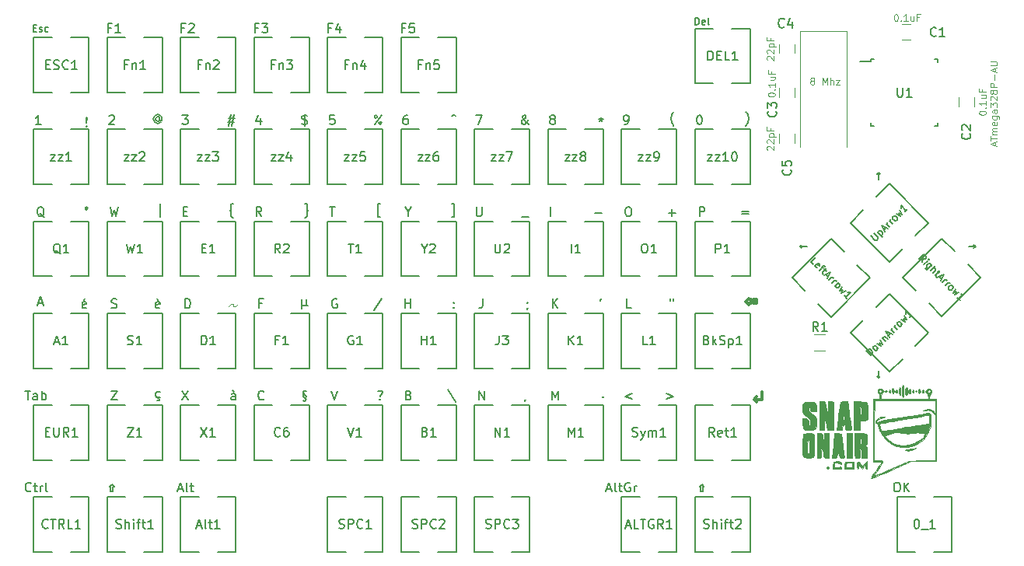
<source format=gbr>
G04 #@! TF.GenerationSoftware,KiCad,Pcbnew,(5.1.0)-1*
G04 #@! TF.CreationDate,2019-08-28T19:33:05+02:00*
G04 #@! TF.ProjectId,atkeyboard,61746b65-7962-46f6-9172-642e6b696361,rev?*
G04 #@! TF.SameCoordinates,Original*
G04 #@! TF.FileFunction,Legend,Top*
G04 #@! TF.FilePolarity,Positive*
%FSLAX46Y46*%
G04 Gerber Fmt 4.6, Leading zero omitted, Abs format (unit mm)*
G04 Created by KiCad (PCBNEW (5.1.0)-1) date 2019-08-28 19:33:05*
%MOMM*%
%LPD*%
G04 APERTURE LIST*
%ADD10C,0.150000*%
%ADD11C,0.300000*%
%ADD12C,0.120000*%
%ADD13C,0.010000*%
%ADD14C,0.100000*%
G04 APERTURE END LIST*
D10*
X195797619Y-117750000D02*
X196559523Y-117750000D01*
X196369047Y-117559523D02*
X196559523Y-117750000D01*
X196369047Y-117940476D01*
X178202380Y-117750000D02*
X177440476Y-117750000D01*
X177630952Y-117940476D02*
X177440476Y-117750000D01*
X177630952Y-117559523D01*
X186000000Y-131297619D02*
X186000000Y-132059523D01*
X186190476Y-131869047D02*
X186000000Y-132059523D01*
X185809523Y-131869047D01*
X186000000Y-110452380D02*
X186000000Y-109690476D01*
X185809523Y-109880952D02*
X186000000Y-109690476D01*
X186190476Y-109880952D01*
X187904761Y-143452380D02*
X188095238Y-143452380D01*
X188190476Y-143500000D01*
X188285714Y-143595238D01*
X188333333Y-143785714D01*
X188333333Y-144119047D01*
X188285714Y-144309523D01*
X188190476Y-144404761D01*
X188095238Y-144452380D01*
X187904761Y-144452380D01*
X187809523Y-144404761D01*
X187714285Y-144309523D01*
X187666666Y-144119047D01*
X187666666Y-143785714D01*
X187714285Y-143595238D01*
X187809523Y-143500000D01*
X187904761Y-143452380D01*
X188761904Y-144452380D02*
X188761904Y-143452380D01*
X189333333Y-144452380D02*
X188904761Y-143880952D01*
X189333333Y-143452380D02*
X188761904Y-144023809D01*
X156404761Y-144166666D02*
X156880952Y-144166666D01*
X156309523Y-144452380D02*
X156642857Y-143452380D01*
X156976190Y-144452380D01*
X157452380Y-144452380D02*
X157357142Y-144404761D01*
X157309523Y-144309523D01*
X157309523Y-143452380D01*
X157690476Y-143785714D02*
X158071428Y-143785714D01*
X157833333Y-143452380D02*
X157833333Y-144309523D01*
X157880952Y-144404761D01*
X157976190Y-144452380D01*
X158071428Y-144452380D01*
X158928571Y-143500000D02*
X158833333Y-143452380D01*
X158690476Y-143452380D01*
X158547619Y-143500000D01*
X158452380Y-143595238D01*
X158404761Y-143690476D01*
X158357142Y-143880952D01*
X158357142Y-144023809D01*
X158404761Y-144214285D01*
X158452380Y-144309523D01*
X158547619Y-144404761D01*
X158690476Y-144452380D01*
X158785714Y-144452380D01*
X158928571Y-144404761D01*
X158976190Y-144357142D01*
X158976190Y-144023809D01*
X158785714Y-144023809D01*
X159404761Y-144452380D02*
X159404761Y-143785714D01*
X159404761Y-143976190D02*
X159452380Y-143880952D01*
X159500000Y-143833333D01*
X159595238Y-143785714D01*
X159690476Y-143785714D01*
X109714285Y-144166666D02*
X110190476Y-144166666D01*
X109619047Y-144452380D02*
X109952380Y-143452380D01*
X110285714Y-144452380D01*
X110761904Y-144452380D02*
X110666666Y-144404761D01*
X110619047Y-144309523D01*
X110619047Y-143452380D01*
X111000000Y-143785714D02*
X111380952Y-143785714D01*
X111142857Y-143452380D02*
X111142857Y-144309523D01*
X111190476Y-144404761D01*
X111285714Y-144452380D01*
X111380952Y-144452380D01*
X166892857Y-144452380D02*
X166607142Y-144452380D01*
X166607142Y-143928571D01*
X166511904Y-143928571D01*
X166750000Y-143690476D01*
X166988095Y-143928571D01*
X166892857Y-143928571D01*
X166892857Y-144452380D01*
X102642857Y-144452380D02*
X102357142Y-144452380D01*
X102357142Y-143928571D01*
X102261904Y-143928571D01*
X102500000Y-143690476D01*
X102738095Y-143928571D01*
X102642857Y-143928571D01*
X102642857Y-144452380D01*
X93702380Y-144357142D02*
X93654761Y-144404761D01*
X93511904Y-144452380D01*
X93416666Y-144452380D01*
X93273809Y-144404761D01*
X93178571Y-144309523D01*
X93130952Y-144214285D01*
X93083333Y-144023809D01*
X93083333Y-143880952D01*
X93130952Y-143690476D01*
X93178571Y-143595238D01*
X93273809Y-143500000D01*
X93416666Y-143452380D01*
X93511904Y-143452380D01*
X93654761Y-143500000D01*
X93702380Y-143547619D01*
X93988095Y-143785714D02*
X94369047Y-143785714D01*
X94130952Y-143452380D02*
X94130952Y-144309523D01*
X94178571Y-144404761D01*
X94273809Y-144452380D01*
X94369047Y-144452380D01*
X94702380Y-144452380D02*
X94702380Y-143785714D01*
X94702380Y-143976190D02*
X94750000Y-143880952D01*
X94797619Y-143833333D01*
X94892857Y-143785714D01*
X94988095Y-143785714D01*
X95464285Y-144452380D02*
X95369047Y-144404761D01*
X95321428Y-144309523D01*
X95321428Y-143452380D01*
X162869047Y-133785714D02*
X163630952Y-134071428D01*
X162869047Y-134357142D01*
X159130952Y-133785714D02*
X158369047Y-134071428D01*
X159130952Y-134357142D01*
X156000000Y-134107142D02*
X156047619Y-134154761D01*
X156000000Y-134202380D01*
X155952380Y-134154761D01*
X156000000Y-134107142D01*
X156000000Y-134202380D01*
X150416666Y-134452380D02*
X150416666Y-133452380D01*
X150750000Y-134166666D01*
X151083333Y-133452380D01*
X151083333Y-134452380D01*
X147547619Y-134404761D02*
X147547619Y-134452380D01*
X147500000Y-134547619D01*
X147452380Y-134595238D01*
X142464285Y-134452380D02*
X142464285Y-133452380D01*
X143035714Y-134452380D01*
X143035714Y-133452380D01*
X139071428Y-133357142D02*
X139928571Y-134642857D01*
X134821428Y-133928571D02*
X134964285Y-133976190D01*
X135011904Y-134023809D01*
X135059523Y-134119047D01*
X135059523Y-134261904D01*
X135011904Y-134357142D01*
X134964285Y-134404761D01*
X134869047Y-134452380D01*
X134488095Y-134452380D01*
X134488095Y-133452380D01*
X134821428Y-133452380D01*
X134916666Y-133500000D01*
X134964285Y-133547619D01*
X135011904Y-133642857D01*
X135011904Y-133738095D01*
X134964285Y-133833333D01*
X134916666Y-133880952D01*
X134821428Y-133928571D01*
X134488095Y-133928571D01*
X131702380Y-134357142D02*
X131750000Y-134404761D01*
X131702380Y-134452380D01*
X131654761Y-134404761D01*
X131702380Y-134357142D01*
X131702380Y-134452380D01*
X131511904Y-133500000D02*
X131607142Y-133452380D01*
X131845238Y-133452380D01*
X131940476Y-133500000D01*
X131988095Y-133595238D01*
X131988095Y-133690476D01*
X131940476Y-133785714D01*
X131892857Y-133833333D01*
X131797619Y-133880952D01*
X131750000Y-133928571D01*
X131702380Y-134023809D01*
X131702380Y-134071428D01*
X126416666Y-133452380D02*
X126750000Y-134452380D01*
X127083333Y-133452380D01*
X123309523Y-134547619D02*
X123404761Y-134595238D01*
X123547619Y-134595238D01*
X123642857Y-134547619D01*
X123690476Y-134452380D01*
X123642857Y-134357142D01*
X123357142Y-134071428D01*
X123309523Y-133976190D01*
X123309523Y-133928571D01*
X123357142Y-133833333D01*
X123452380Y-133785714D01*
X123690476Y-133500000D02*
X123595238Y-133452380D01*
X123452380Y-133452380D01*
X123357142Y-133500000D01*
X123309523Y-133595238D01*
X123357142Y-133690476D01*
X123642857Y-133976190D01*
X123690476Y-134071428D01*
X123690476Y-134119047D01*
X123642857Y-134214285D01*
X123547619Y-134261904D01*
X119059523Y-134357142D02*
X119011904Y-134404761D01*
X118869047Y-134452380D01*
X118773809Y-134452380D01*
X118630952Y-134404761D01*
X118535714Y-134309523D01*
X118488095Y-134214285D01*
X118440476Y-134023809D01*
X118440476Y-133880952D01*
X118488095Y-133690476D01*
X118535714Y-133595238D01*
X118630952Y-133500000D01*
X118773809Y-133452380D01*
X118869047Y-133452380D01*
X119011904Y-133500000D01*
X119059523Y-133547619D01*
X115964285Y-134452380D02*
X115964285Y-133928571D01*
X115916666Y-133833333D01*
X115821428Y-133785714D01*
X115630952Y-133785714D01*
X115535714Y-133833333D01*
X115964285Y-134404761D02*
X115869047Y-134452380D01*
X115630952Y-134452380D01*
X115535714Y-134404761D01*
X115488095Y-134309523D01*
X115488095Y-134214285D01*
X115535714Y-134119047D01*
X115630952Y-134071428D01*
X115869047Y-134071428D01*
X115964285Y-134023809D01*
X115630952Y-133404761D02*
X115773809Y-133547619D01*
X110166666Y-133452380D02*
X110833333Y-134452380D01*
X110833333Y-133452380D02*
X110166666Y-134452380D01*
X107738095Y-134154761D02*
X107642857Y-134202380D01*
X107452380Y-134202380D01*
X107357142Y-134154761D01*
X107309523Y-134107142D01*
X107261904Y-134011904D01*
X107261904Y-133726190D01*
X107309523Y-133630952D01*
X107357142Y-133583333D01*
X107452380Y-133535714D01*
X107642857Y-133535714D01*
X107738095Y-133583333D01*
X107547619Y-134250000D02*
X107642857Y-134297619D01*
X107690476Y-134392857D01*
X107642857Y-134488095D01*
X107547619Y-134535714D01*
X107404761Y-134535714D01*
X102416666Y-133452380D02*
X103083333Y-133452380D01*
X102416666Y-134452380D01*
X103083333Y-134452380D01*
X93059523Y-133452380D02*
X93630952Y-133452380D01*
X93345238Y-134452380D02*
X93345238Y-133452380D01*
X94392857Y-134452380D02*
X94392857Y-133928571D01*
X94345238Y-133833333D01*
X94250000Y-133785714D01*
X94059523Y-133785714D01*
X93964285Y-133833333D01*
X94392857Y-134404761D02*
X94297619Y-134452380D01*
X94059523Y-134452380D01*
X93964285Y-134404761D01*
X93916666Y-134309523D01*
X93916666Y-134214285D01*
X93964285Y-134119047D01*
X94059523Y-134071428D01*
X94297619Y-134071428D01*
X94392857Y-134023809D01*
X94869047Y-134452380D02*
X94869047Y-133452380D01*
X94869047Y-133833333D02*
X94964285Y-133785714D01*
X95154761Y-133785714D01*
X95250000Y-133833333D01*
X95297619Y-133880952D01*
X95345238Y-133976190D01*
X95345238Y-134261904D01*
X95297619Y-134357142D01*
X95250000Y-134404761D01*
X95154761Y-134452380D01*
X94964285Y-134452380D01*
X94869047Y-134404761D01*
D11*
X173285714Y-133535714D02*
X173285714Y-134392857D01*
X172428571Y-134392857D01*
X172714285Y-134107142D02*
X172428571Y-134392857D01*
X172714285Y-134678571D01*
X172678571Y-123535714D02*
X172678571Y-123964285D01*
X172392857Y-123964285D01*
X172392857Y-123535714D01*
X172678571Y-123535714D01*
X172107142Y-123535714D02*
X172107142Y-123964285D01*
X171892857Y-123964285D01*
X171892857Y-124107142D01*
X171535714Y-123750000D01*
X171892857Y-123392857D01*
X171892857Y-123535714D01*
X172107142Y-123535714D01*
D10*
X163309523Y-123452380D02*
X163309523Y-123642857D01*
X163690476Y-123452380D02*
X163690476Y-123642857D01*
X159059523Y-124452380D02*
X158583333Y-124452380D01*
X158583333Y-123452380D01*
X155797619Y-123452380D02*
X155702380Y-123642857D01*
X150488095Y-124452380D02*
X150488095Y-123452380D01*
X151059523Y-124452380D02*
X150630952Y-123880952D01*
X151059523Y-123452380D02*
X150488095Y-124023809D01*
X147797619Y-124404761D02*
X147797619Y-124452380D01*
X147750000Y-124547619D01*
X147702380Y-124595238D01*
X147750000Y-123833333D02*
X147797619Y-123880952D01*
X147750000Y-123928571D01*
X147702380Y-123880952D01*
X147750000Y-123833333D01*
X147750000Y-123928571D01*
X142892857Y-123452380D02*
X142892857Y-124166666D01*
X142845238Y-124309523D01*
X142750000Y-124404761D01*
X142607142Y-124452380D01*
X142511904Y-124452380D01*
X139750000Y-124357142D02*
X139797619Y-124404761D01*
X139750000Y-124452380D01*
X139702380Y-124404761D01*
X139750000Y-124357142D01*
X139750000Y-124452380D01*
X139750000Y-123833333D02*
X139797619Y-123880952D01*
X139750000Y-123928571D01*
X139702380Y-123880952D01*
X139750000Y-123833333D01*
X139750000Y-123928571D01*
X134464285Y-124452380D02*
X134464285Y-123452380D01*
X134464285Y-123928571D02*
X135035714Y-123928571D01*
X135035714Y-124452380D02*
X135035714Y-123452380D01*
X131928571Y-123404761D02*
X131071428Y-124690476D01*
X127011904Y-123500000D02*
X126916666Y-123452380D01*
X126773809Y-123452380D01*
X126630952Y-123500000D01*
X126535714Y-123595238D01*
X126488095Y-123690476D01*
X126440476Y-123880952D01*
X126440476Y-124023809D01*
X126488095Y-124214285D01*
X126535714Y-124309523D01*
X126630952Y-124404761D01*
X126773809Y-124452380D01*
X126869047Y-124452380D01*
X127011904Y-124404761D01*
X127059523Y-124357142D01*
X127059523Y-124023809D01*
X126869047Y-124023809D01*
X123214285Y-123535714D02*
X123214285Y-124535714D01*
X123690476Y-124059523D02*
X123738095Y-124154761D01*
X123833333Y-124202380D01*
X123214285Y-124059523D02*
X123261904Y-124154761D01*
X123357142Y-124202380D01*
X123547619Y-124202380D01*
X123642857Y-124154761D01*
X123690476Y-124059523D01*
X123690476Y-123535714D01*
X118892857Y-123928571D02*
X118559523Y-123928571D01*
X118559523Y-124452380D02*
X118559523Y-123452380D01*
X119035714Y-123452380D01*
D12*
X116000000Y-124250000D02*
X116250000Y-124000000D01*
X115750000Y-124250000D02*
X116000000Y-124250000D01*
X115750000Y-124000000D02*
X115750000Y-124250000D01*
X115500000Y-124000000D02*
X115750000Y-124000000D01*
X115250000Y-124250000D02*
X115500000Y-124000000D01*
D10*
X110488095Y-124452380D02*
X110488095Y-123452380D01*
X110726190Y-123452380D01*
X110869047Y-123500000D01*
X110964285Y-123595238D01*
X111011904Y-123690476D01*
X111059523Y-123880952D01*
X111059523Y-124023809D01*
X111011904Y-124214285D01*
X110964285Y-124309523D01*
X110869047Y-124404761D01*
X110726190Y-124452380D01*
X110488095Y-124452380D01*
X107690476Y-124404761D02*
X107595238Y-124452380D01*
X107404761Y-124452380D01*
X107309523Y-124404761D01*
X107261904Y-124309523D01*
X107261904Y-123928571D01*
X107309523Y-123833333D01*
X107404761Y-123785714D01*
X107595238Y-123785714D01*
X107690476Y-123833333D01*
X107738095Y-123928571D01*
X107738095Y-124023809D01*
X107261904Y-124119047D01*
X107404761Y-123404761D02*
X107547619Y-123547619D01*
X102464285Y-124404761D02*
X102607142Y-124452380D01*
X102845238Y-124452380D01*
X102940476Y-124404761D01*
X102988095Y-124357142D01*
X103035714Y-124261904D01*
X103035714Y-124166666D01*
X102988095Y-124071428D01*
X102940476Y-124023809D01*
X102845238Y-123976190D01*
X102654761Y-123928571D01*
X102559523Y-123880952D01*
X102511904Y-123833333D01*
X102464285Y-123738095D01*
X102464285Y-123642857D01*
X102511904Y-123547619D01*
X102559523Y-123500000D01*
X102654761Y-123452380D01*
X102892857Y-123452380D01*
X103035714Y-123500000D01*
X99690476Y-124404761D02*
X99595238Y-124452380D01*
X99404761Y-124452380D01*
X99309523Y-124404761D01*
X99261904Y-124309523D01*
X99261904Y-123928571D01*
X99309523Y-123833333D01*
X99404761Y-123785714D01*
X99595238Y-123785714D01*
X99690476Y-123833333D01*
X99738095Y-123928571D01*
X99738095Y-124023809D01*
X99261904Y-124119047D01*
X99595238Y-123404761D02*
X99452380Y-123547619D01*
X94511904Y-123916666D02*
X94988095Y-123916666D01*
X94416666Y-124202380D02*
X94750000Y-123202380D01*
X95083333Y-124202380D01*
X171119047Y-113928571D02*
X171880952Y-113928571D01*
X171880952Y-114214285D02*
X171119047Y-114214285D01*
X166488095Y-114452380D02*
X166488095Y-113452380D01*
X166869047Y-113452380D01*
X166964285Y-113500000D01*
X167011904Y-113547619D01*
X167059523Y-113642857D01*
X167059523Y-113785714D01*
X167011904Y-113880952D01*
X166964285Y-113928571D01*
X166869047Y-113976190D01*
X166488095Y-113976190D01*
X163119047Y-114071428D02*
X163880952Y-114071428D01*
X163500000Y-114452380D02*
X163500000Y-113690476D01*
X158654761Y-113452380D02*
X158845238Y-113452380D01*
X158940476Y-113500000D01*
X159035714Y-113595238D01*
X159083333Y-113785714D01*
X159083333Y-114119047D01*
X159035714Y-114309523D01*
X158940476Y-114404761D01*
X158845238Y-114452380D01*
X158654761Y-114452380D01*
X158559523Y-114404761D01*
X158464285Y-114309523D01*
X158416666Y-114119047D01*
X158416666Y-113785714D01*
X158464285Y-113595238D01*
X158559523Y-113500000D01*
X158654761Y-113452380D01*
X155119047Y-114071428D02*
X155880952Y-114071428D01*
X150250000Y-114452380D02*
X150250000Y-113452380D01*
X147119047Y-114547619D02*
X147880952Y-114547619D01*
X142214285Y-113452380D02*
X142214285Y-114261904D01*
X142261904Y-114357142D01*
X142309523Y-114404761D01*
X142404761Y-114452380D01*
X142595238Y-114452380D01*
X142690476Y-114404761D01*
X142738095Y-114357142D01*
X142785714Y-114261904D01*
X142785714Y-113452380D01*
X139559523Y-114535714D02*
X139797619Y-114535714D01*
X139797619Y-113107142D01*
X139559523Y-113107142D01*
X134750000Y-113976190D02*
X134750000Y-114452380D01*
X134416666Y-113452380D02*
X134750000Y-113976190D01*
X135083333Y-113452380D01*
X131690476Y-114535714D02*
X131452380Y-114535714D01*
X131452380Y-113107142D01*
X131690476Y-113107142D01*
X126214285Y-113452380D02*
X126785714Y-113452380D01*
X126500000Y-114452380D02*
X126500000Y-113452380D01*
X123559523Y-114583333D02*
X123607142Y-114583333D01*
X123702380Y-114535714D01*
X123750000Y-114440476D01*
X123750000Y-113964285D01*
X123797619Y-113869047D01*
X123892857Y-113821428D01*
X123797619Y-113773809D01*
X123750000Y-113678571D01*
X123750000Y-113202380D01*
X123702380Y-113107142D01*
X123607142Y-113059523D01*
X123559523Y-113059523D01*
X118809523Y-114452380D02*
X118476190Y-113976190D01*
X118238095Y-114452380D02*
X118238095Y-113452380D01*
X118619047Y-113452380D01*
X118714285Y-113500000D01*
X118761904Y-113547619D01*
X118809523Y-113642857D01*
X118809523Y-113785714D01*
X118761904Y-113880952D01*
X118714285Y-113928571D01*
X118619047Y-113976190D01*
X118238095Y-113976190D01*
X115690476Y-114583333D02*
X115642857Y-114583333D01*
X115547619Y-114535714D01*
X115500000Y-114440476D01*
X115500000Y-113964285D01*
X115452380Y-113869047D01*
X115357142Y-113821428D01*
X115452380Y-113773809D01*
X115500000Y-113678571D01*
X115500000Y-113202380D01*
X115547619Y-113107142D01*
X115642857Y-113059523D01*
X115690476Y-113059523D01*
X110285714Y-113928571D02*
X110619047Y-113928571D01*
X110761904Y-114452380D02*
X110285714Y-114452380D01*
X110285714Y-113452380D01*
X110761904Y-113452380D01*
X107750000Y-114535714D02*
X107750000Y-113107142D01*
X102321428Y-113452380D02*
X102559523Y-114452380D01*
X102750000Y-113738095D01*
X102940476Y-114452380D01*
X103178571Y-113452380D01*
X99750000Y-113452380D02*
X99654761Y-113500000D01*
X99607142Y-113595238D01*
X99654761Y-113690476D01*
X99750000Y-113738095D01*
X99845238Y-113690476D01*
X99892857Y-113595238D01*
X99845238Y-113500000D01*
X99750000Y-113452380D01*
X95130952Y-114547619D02*
X95035714Y-114500000D01*
X94940476Y-114404761D01*
X94797619Y-114261904D01*
X94702380Y-114214285D01*
X94607142Y-114214285D01*
X94654761Y-114452380D02*
X94559523Y-114404761D01*
X94464285Y-114309523D01*
X94416666Y-114119047D01*
X94416666Y-113785714D01*
X94464285Y-113595238D01*
X94559523Y-113500000D01*
X94654761Y-113452380D01*
X94845238Y-113452380D01*
X94940476Y-113500000D01*
X95035714Y-113595238D01*
X95083333Y-113785714D01*
X95083333Y-114119047D01*
X95035714Y-114309523D01*
X94940476Y-114404761D01*
X94845238Y-114452380D01*
X94654761Y-114452380D01*
X171559523Y-104583333D02*
X171607142Y-104535714D01*
X171702380Y-104392857D01*
X171750000Y-104297619D01*
X171797619Y-104154761D01*
X171845238Y-103916666D01*
X171845238Y-103726190D01*
X171797619Y-103488095D01*
X171750000Y-103345238D01*
X171702380Y-103250000D01*
X171607142Y-103107142D01*
X171559523Y-103059523D01*
X166452380Y-103452380D02*
X166547619Y-103452380D01*
X166642857Y-103500000D01*
X166690476Y-103547619D01*
X166738095Y-103642857D01*
X166785714Y-103833333D01*
X166785714Y-104071428D01*
X166738095Y-104261904D01*
X166690476Y-104357142D01*
X166642857Y-104404761D01*
X166547619Y-104452380D01*
X166452380Y-104452380D01*
X166357142Y-104404761D01*
X166309523Y-104357142D01*
X166261904Y-104261904D01*
X166214285Y-104071428D01*
X166214285Y-103833333D01*
X166261904Y-103642857D01*
X166309523Y-103547619D01*
X166357142Y-103500000D01*
X166452380Y-103452380D01*
X163690476Y-104583333D02*
X163642857Y-104535714D01*
X163547619Y-104392857D01*
X163500000Y-104297619D01*
X163452380Y-104154761D01*
X163404761Y-103916666D01*
X163404761Y-103726190D01*
X163452380Y-103488095D01*
X163500000Y-103345238D01*
X163547619Y-103250000D01*
X163642857Y-103107142D01*
X163690476Y-103059523D01*
X158309523Y-104452380D02*
X158500000Y-104452380D01*
X158595238Y-104404761D01*
X158642857Y-104357142D01*
X158738095Y-104214285D01*
X158785714Y-104023809D01*
X158785714Y-103642857D01*
X158738095Y-103547619D01*
X158690476Y-103500000D01*
X158595238Y-103452380D01*
X158404761Y-103452380D01*
X158309523Y-103500000D01*
X158261904Y-103547619D01*
X158214285Y-103642857D01*
X158214285Y-103880952D01*
X158261904Y-103976190D01*
X158309523Y-104023809D01*
X158404761Y-104071428D01*
X158595238Y-104071428D01*
X158690476Y-104023809D01*
X158738095Y-103976190D01*
X158785714Y-103880952D01*
X155750000Y-103702380D02*
X155750000Y-103940476D01*
X155511904Y-103845238D02*
X155750000Y-103940476D01*
X155988095Y-103845238D01*
X155607142Y-104130952D02*
X155750000Y-103940476D01*
X155892857Y-104130952D01*
X150404761Y-103880952D02*
X150309523Y-103833333D01*
X150261904Y-103785714D01*
X150214285Y-103690476D01*
X150214285Y-103642857D01*
X150261904Y-103547619D01*
X150309523Y-103500000D01*
X150404761Y-103452380D01*
X150595238Y-103452380D01*
X150690476Y-103500000D01*
X150738095Y-103547619D01*
X150785714Y-103642857D01*
X150785714Y-103690476D01*
X150738095Y-103785714D01*
X150690476Y-103833333D01*
X150595238Y-103880952D01*
X150404761Y-103880952D01*
X150309523Y-103928571D01*
X150261904Y-103976190D01*
X150214285Y-104071428D01*
X150214285Y-104261904D01*
X150261904Y-104357142D01*
X150309523Y-104404761D01*
X150404761Y-104452380D01*
X150595238Y-104452380D01*
X150690476Y-104404761D01*
X150738095Y-104357142D01*
X150785714Y-104261904D01*
X150785714Y-104071428D01*
X150738095Y-103976190D01*
X150690476Y-103928571D01*
X150595238Y-103880952D01*
X147928571Y-104452380D02*
X147880952Y-104452380D01*
X147785714Y-104404761D01*
X147642857Y-104261904D01*
X147404761Y-103976190D01*
X147309523Y-103833333D01*
X147261904Y-103690476D01*
X147261904Y-103595238D01*
X147309523Y-103500000D01*
X147404761Y-103452380D01*
X147452380Y-103452380D01*
X147547619Y-103500000D01*
X147595238Y-103595238D01*
X147595238Y-103642857D01*
X147547619Y-103738095D01*
X147500000Y-103785714D01*
X147214285Y-103976190D01*
X147166666Y-104023809D01*
X147119047Y-104119047D01*
X147119047Y-104261904D01*
X147166666Y-104357142D01*
X147214285Y-104404761D01*
X147309523Y-104452380D01*
X147452380Y-104452380D01*
X147547619Y-104404761D01*
X147595238Y-104357142D01*
X147738095Y-104166666D01*
X147785714Y-104023809D01*
X147785714Y-103928571D01*
X142166666Y-103452380D02*
X142833333Y-103452380D01*
X142404761Y-104452380D01*
X166035714Y-93589285D02*
X166035714Y-92839285D01*
X166214285Y-92839285D01*
X166321428Y-92875000D01*
X166392857Y-92946428D01*
X166428571Y-93017857D01*
X166464285Y-93160714D01*
X166464285Y-93267857D01*
X166428571Y-93410714D01*
X166392857Y-93482142D01*
X166321428Y-93553571D01*
X166214285Y-93589285D01*
X166035714Y-93589285D01*
X167071428Y-93553571D02*
X167000000Y-93589285D01*
X166857142Y-93589285D01*
X166785714Y-93553571D01*
X166750000Y-93482142D01*
X166750000Y-93196428D01*
X166785714Y-93125000D01*
X166857142Y-93089285D01*
X167000000Y-93089285D01*
X167071428Y-93125000D01*
X167107142Y-93196428D01*
X167107142Y-93267857D01*
X166750000Y-93339285D01*
X167535714Y-93589285D02*
X167464285Y-93553571D01*
X167428571Y-93482142D01*
X167428571Y-92839285D01*
X134416666Y-93928571D02*
X134083333Y-93928571D01*
X134083333Y-94452380D02*
X134083333Y-93452380D01*
X134559523Y-93452380D01*
X135416666Y-93452380D02*
X134940476Y-93452380D01*
X134892857Y-93928571D01*
X134940476Y-93880952D01*
X135035714Y-93833333D01*
X135273809Y-93833333D01*
X135369047Y-93880952D01*
X135416666Y-93928571D01*
X135464285Y-94023809D01*
X135464285Y-94261904D01*
X135416666Y-94357142D01*
X135369047Y-94404761D01*
X135273809Y-94452380D01*
X135035714Y-94452380D01*
X134940476Y-94404761D01*
X134892857Y-94357142D01*
X126416666Y-93928571D02*
X126083333Y-93928571D01*
X126083333Y-94452380D02*
X126083333Y-93452380D01*
X126559523Y-93452380D01*
X127369047Y-93785714D02*
X127369047Y-94452380D01*
X127130952Y-93404761D02*
X126892857Y-94119047D01*
X127511904Y-94119047D01*
X118416666Y-93928571D02*
X118083333Y-93928571D01*
X118083333Y-94452380D02*
X118083333Y-93452380D01*
X118559523Y-93452380D01*
X118845238Y-93452380D02*
X119464285Y-93452380D01*
X119130952Y-93833333D01*
X119273809Y-93833333D01*
X119369047Y-93880952D01*
X119416666Y-93928571D01*
X119464285Y-94023809D01*
X119464285Y-94261904D01*
X119416666Y-94357142D01*
X119369047Y-94404761D01*
X119273809Y-94452380D01*
X118988095Y-94452380D01*
X118892857Y-94404761D01*
X118845238Y-94357142D01*
X110416666Y-93928571D02*
X110083333Y-93928571D01*
X110083333Y-94452380D02*
X110083333Y-93452380D01*
X110559523Y-93452380D01*
X110892857Y-93547619D02*
X110940476Y-93500000D01*
X111035714Y-93452380D01*
X111273809Y-93452380D01*
X111369047Y-93500000D01*
X111416666Y-93547619D01*
X111464285Y-93642857D01*
X111464285Y-93738095D01*
X111416666Y-93880952D01*
X110845238Y-94452380D01*
X111464285Y-94452380D01*
X102416666Y-93928571D02*
X102083333Y-93928571D01*
X102083333Y-94452380D02*
X102083333Y-93452380D01*
X102559523Y-93452380D01*
X103464285Y-94452380D02*
X102892857Y-94452380D01*
X103178571Y-94452380D02*
X103178571Y-93452380D01*
X103083333Y-93595238D01*
X102988095Y-93690476D01*
X102892857Y-93738095D01*
X93964285Y-93946428D02*
X94214285Y-93946428D01*
X94321428Y-94339285D02*
X93964285Y-94339285D01*
X93964285Y-93589285D01*
X94321428Y-93589285D01*
X94607142Y-94303571D02*
X94678571Y-94339285D01*
X94821428Y-94339285D01*
X94892857Y-94303571D01*
X94928571Y-94232142D01*
X94928571Y-94196428D01*
X94892857Y-94125000D01*
X94821428Y-94089285D01*
X94714285Y-94089285D01*
X94642857Y-94053571D01*
X94607142Y-93982142D01*
X94607142Y-93946428D01*
X94642857Y-93875000D01*
X94714285Y-93839285D01*
X94821428Y-93839285D01*
X94892857Y-93875000D01*
X95571428Y-94303571D02*
X95500000Y-94339285D01*
X95357142Y-94339285D01*
X95285714Y-94303571D01*
X95250000Y-94267857D01*
X95214285Y-94196428D01*
X95214285Y-93982142D01*
X95250000Y-93910714D01*
X95285714Y-93875000D01*
X95357142Y-93839285D01*
X95500000Y-93839285D01*
X95571428Y-93875000D01*
X139559523Y-103547619D02*
X139750000Y-103404761D01*
X139940476Y-103547619D01*
X134690476Y-103452380D02*
X134500000Y-103452380D01*
X134404761Y-103500000D01*
X134357142Y-103547619D01*
X134261904Y-103690476D01*
X134214285Y-103880952D01*
X134214285Y-104261904D01*
X134261904Y-104357142D01*
X134309523Y-104404761D01*
X134404761Y-104452380D01*
X134595238Y-104452380D01*
X134690476Y-104404761D01*
X134738095Y-104357142D01*
X134785714Y-104261904D01*
X134785714Y-104023809D01*
X134738095Y-103928571D01*
X134690476Y-103880952D01*
X134595238Y-103833333D01*
X134404761Y-103833333D01*
X134309523Y-103880952D01*
X134261904Y-103928571D01*
X134214285Y-104023809D01*
X131119047Y-104452380D02*
X131880952Y-103452380D01*
X131261904Y-103452380D02*
X131357142Y-103500000D01*
X131404761Y-103595238D01*
X131357142Y-103690476D01*
X131261904Y-103738095D01*
X131166666Y-103690476D01*
X131119047Y-103595238D01*
X131166666Y-103500000D01*
X131261904Y-103452380D01*
X131833333Y-104404761D02*
X131880952Y-104309523D01*
X131833333Y-104214285D01*
X131738095Y-104166666D01*
X131642857Y-104214285D01*
X131595238Y-104309523D01*
X131642857Y-104404761D01*
X131738095Y-104452380D01*
X131833333Y-104404761D01*
X126738095Y-103452380D02*
X126261904Y-103452380D01*
X126214285Y-103928571D01*
X126261904Y-103880952D01*
X126357142Y-103833333D01*
X126595238Y-103833333D01*
X126690476Y-103880952D01*
X126738095Y-103928571D01*
X126785714Y-104023809D01*
X126785714Y-104261904D01*
X126738095Y-104357142D01*
X126690476Y-104404761D01*
X126595238Y-104452380D01*
X126357142Y-104452380D01*
X126261904Y-104404761D01*
X126214285Y-104357142D01*
X123214285Y-104404761D02*
X123357142Y-104452380D01*
X123595238Y-104452380D01*
X123690476Y-104404761D01*
X123738095Y-104357142D01*
X123785714Y-104261904D01*
X123785714Y-104166666D01*
X123738095Y-104071428D01*
X123690476Y-104023809D01*
X123595238Y-103976190D01*
X123404761Y-103928571D01*
X123309523Y-103880952D01*
X123261904Y-103833333D01*
X123214285Y-103738095D01*
X123214285Y-103642857D01*
X123261904Y-103547619D01*
X123309523Y-103500000D01*
X123404761Y-103452380D01*
X123642857Y-103452380D01*
X123785714Y-103500000D01*
X123500000Y-103309523D02*
X123500000Y-104595238D01*
X118690476Y-103785714D02*
X118690476Y-104452380D01*
X118452380Y-103404761D02*
X118214285Y-104119047D01*
X118833333Y-104119047D01*
X115190476Y-103785714D02*
X115904761Y-103785714D01*
X115476190Y-103357142D02*
X115190476Y-104642857D01*
X115809523Y-104214285D02*
X115095238Y-104214285D01*
X115523809Y-104642857D02*
X115809523Y-103357142D01*
X110166666Y-103452380D02*
X110785714Y-103452380D01*
X110452380Y-103833333D01*
X110595238Y-103833333D01*
X110690476Y-103880952D01*
X110738095Y-103928571D01*
X110785714Y-104023809D01*
X110785714Y-104261904D01*
X110738095Y-104357142D01*
X110690476Y-104404761D01*
X110595238Y-104452380D01*
X110309523Y-104452380D01*
X110214285Y-104404761D01*
X110166666Y-104357142D01*
X107714285Y-103726190D02*
X107666666Y-103678571D01*
X107571428Y-103630952D01*
X107476190Y-103630952D01*
X107380952Y-103678571D01*
X107333333Y-103726190D01*
X107285714Y-103821428D01*
X107285714Y-103916666D01*
X107333333Y-104011904D01*
X107380952Y-104059523D01*
X107476190Y-104107142D01*
X107571428Y-104107142D01*
X107666666Y-104059523D01*
X107714285Y-104011904D01*
X107714285Y-103630952D02*
X107714285Y-104011904D01*
X107761904Y-104059523D01*
X107809523Y-104059523D01*
X107904761Y-104011904D01*
X107952380Y-103916666D01*
X107952380Y-103678571D01*
X107857142Y-103535714D01*
X107714285Y-103440476D01*
X107523809Y-103392857D01*
X107333333Y-103440476D01*
X107190476Y-103535714D01*
X107095238Y-103678571D01*
X107047619Y-103869047D01*
X107095238Y-104059523D01*
X107190476Y-104202380D01*
X107333333Y-104297619D01*
X107523809Y-104345238D01*
X107714285Y-104297619D01*
X107857142Y-104202380D01*
X102214285Y-103547619D02*
X102261904Y-103500000D01*
X102357142Y-103452380D01*
X102595238Y-103452380D01*
X102690476Y-103500000D01*
X102738095Y-103547619D01*
X102785714Y-103642857D01*
X102785714Y-103738095D01*
X102738095Y-103880952D01*
X102166666Y-104452380D01*
X102785714Y-104452380D01*
X99750000Y-104607142D02*
X99797619Y-104654761D01*
X99750000Y-104702380D01*
X99702380Y-104654761D01*
X99750000Y-104607142D01*
X99750000Y-104702380D01*
X99750000Y-104321428D02*
X99702380Y-103750000D01*
X99750000Y-103702380D01*
X99797619Y-103750000D01*
X99750000Y-104321428D01*
X99750000Y-103702380D01*
X94785714Y-104452380D02*
X94214285Y-104452380D01*
X94500000Y-104452380D02*
X94500000Y-103452380D01*
X94404761Y-103595238D01*
X94309523Y-103690476D01*
X94214285Y-103738095D01*
D13*
G36*
X191742843Y-135542410D02*
G01*
X191970959Y-135733781D01*
X192091411Y-135922386D01*
X192097855Y-135994375D01*
X192004255Y-135944018D01*
X191843146Y-135786202D01*
X191695367Y-135641409D01*
X191554538Y-135574802D01*
X191354577Y-135566513D01*
X191165812Y-135582562D01*
X190921409Y-135605004D01*
X190831759Y-135604288D01*
X190883428Y-135576928D01*
X190998988Y-135539276D01*
X191410748Y-135470435D01*
X191742843Y-135542410D01*
X191742843Y-135542410D01*
G37*
X191742843Y-135542410D02*
X191970959Y-135733781D01*
X192091411Y-135922386D01*
X192097855Y-135994375D01*
X192004255Y-135944018D01*
X191843146Y-135786202D01*
X191695367Y-135641409D01*
X191554538Y-135574802D01*
X191354577Y-135566513D01*
X191165812Y-135582562D01*
X190921409Y-135605004D01*
X190831759Y-135604288D01*
X190883428Y-135576928D01*
X190998988Y-135539276D01*
X191410748Y-135470435D01*
X191742843Y-135542410D01*
G36*
X186685545Y-136312185D02*
G01*
X186693334Y-136325596D01*
X186621423Y-136377419D01*
X186502834Y-136392581D01*
X186182165Y-136465298D01*
X185907717Y-136651420D01*
X185786084Y-136816335D01*
X185709955Y-136956958D01*
X185682651Y-136951054D01*
X185678582Y-136839131D01*
X185755015Y-136605812D01*
X185962629Y-136417933D01*
X186263975Y-136305512D01*
X186361818Y-136291473D01*
X186570547Y-136286330D01*
X186685545Y-136312185D01*
X186685545Y-136312185D01*
G37*
X186685545Y-136312185D02*
X186693334Y-136325596D01*
X186621423Y-136377419D01*
X186502834Y-136392581D01*
X186182165Y-136465298D01*
X185907717Y-136651420D01*
X185786084Y-136816335D01*
X185709955Y-136956958D01*
X185682651Y-136951054D01*
X185678582Y-136839131D01*
X185755015Y-136605812D01*
X185962629Y-136417933D01*
X186263975Y-136305512D01*
X186361818Y-136291473D01*
X186570547Y-136286330D01*
X186685545Y-136312185D01*
G36*
X191547378Y-135847506D02*
G01*
X191638526Y-135992976D01*
X191699054Y-136242966D01*
X191716558Y-136563778D01*
X191633023Y-137268436D01*
X191424817Y-137924201D01*
X191106061Y-138496101D01*
X190788097Y-138863046D01*
X190337027Y-139183506D01*
X189782722Y-139417056D01*
X189172090Y-139555084D01*
X188552043Y-139588975D01*
X187969489Y-139510116D01*
X187712255Y-139427831D01*
X187236487Y-139161477D01*
X186783934Y-138767245D01*
X186501813Y-138424989D01*
X186693334Y-138424989D01*
X186756614Y-138526146D01*
X186918242Y-138685806D01*
X187135898Y-138868204D01*
X187367260Y-139037573D01*
X187547612Y-139146936D01*
X188075191Y-139331014D01*
X188680748Y-139390506D01*
X189327297Y-139325154D01*
X189902780Y-139163432D01*
X190171938Y-139034317D01*
X190449390Y-138853850D01*
X190704819Y-138649140D01*
X190907910Y-138447296D01*
X191028343Y-138275429D01*
X191035803Y-138160649D01*
X191030707Y-138154840D01*
X190877956Y-138087700D01*
X190606725Y-138041857D01*
X190266840Y-138019972D01*
X189908126Y-138024701D01*
X189580406Y-138058703D01*
X189503262Y-138073341D01*
X189175450Y-138121973D01*
X188873767Y-138105184D01*
X188579814Y-138041067D01*
X188234773Y-137975578D01*
X187918463Y-137956754D01*
X187796264Y-137967673D01*
X187549692Y-138028812D01*
X187269785Y-138123353D01*
X187003184Y-138231958D01*
X186796527Y-138335289D01*
X186696454Y-138414008D01*
X186693334Y-138424989D01*
X186501813Y-138424989D01*
X186387500Y-138286311D01*
X186080089Y-137759853D01*
X185894605Y-137229049D01*
X185882341Y-137164789D01*
X186105672Y-137164789D01*
X186158399Y-137419946D01*
X186202342Y-137549489D01*
X186274893Y-137708031D01*
X186374979Y-137797865D01*
X186538204Y-137826462D01*
X186800174Y-137801294D01*
X187126277Y-137743362D01*
X187450662Y-137684867D01*
X187759826Y-137634837D01*
X187881147Y-137617714D01*
X188141523Y-137577827D01*
X188470242Y-137519158D01*
X188643147Y-137485368D01*
X188967471Y-137424308D01*
X189275719Y-137373876D01*
X189402667Y-137356685D01*
X189674447Y-137315718D01*
X189910667Y-137266114D01*
X190087136Y-137226823D01*
X190169746Y-137218749D01*
X190270401Y-137209765D01*
X190493070Y-137178216D01*
X190792934Y-137130537D01*
X190847079Y-137121506D01*
X191477000Y-137015736D01*
X191502591Y-136576535D01*
X191528183Y-136137333D01*
X191241536Y-136137333D01*
X191030941Y-136152457D01*
X190903693Y-136189270D01*
X190898923Y-136193300D01*
X190780381Y-136240153D01*
X190609645Y-136265552D01*
X190407463Y-136288213D01*
X190105532Y-136331652D01*
X189783667Y-136384037D01*
X189447821Y-136441269D01*
X189146833Y-136491390D01*
X188953786Y-136522308D01*
X188741454Y-136556431D01*
X188438088Y-136607308D01*
X188191786Y-136649647D01*
X187855739Y-136706458D01*
X187539496Y-136757247D01*
X187370667Y-136782521D01*
X187132370Y-136824553D01*
X186955303Y-136870239D01*
X186947334Y-136873193D01*
X186850797Y-136904362D01*
X186722419Y-136927379D01*
X186511204Y-136949639D01*
X186291167Y-136968370D01*
X186148793Y-137021687D01*
X186105672Y-137164789D01*
X185882341Y-137164789D01*
X185875573Y-137129328D01*
X185856229Y-137042568D01*
X185839972Y-136972553D01*
X185842436Y-136914874D01*
X185879252Y-136865122D01*
X185966055Y-136818887D01*
X186118477Y-136771760D01*
X186352152Y-136719333D01*
X186682713Y-136657194D01*
X187125792Y-136580935D01*
X187697024Y-136486148D01*
X188412040Y-136368421D01*
X188801800Y-136303980D01*
X189442077Y-136196970D01*
X190028260Y-136097314D01*
X190539541Y-136008684D01*
X190955111Y-135934751D01*
X191254160Y-135879185D01*
X191415880Y-135845657D01*
X191438040Y-135838915D01*
X191547378Y-135847506D01*
X191547378Y-135847506D01*
G37*
X191547378Y-135847506D02*
X191638526Y-135992976D01*
X191699054Y-136242966D01*
X191716558Y-136563778D01*
X191633023Y-137268436D01*
X191424817Y-137924201D01*
X191106061Y-138496101D01*
X190788097Y-138863046D01*
X190337027Y-139183506D01*
X189782722Y-139417056D01*
X189172090Y-139555084D01*
X188552043Y-139588975D01*
X187969489Y-139510116D01*
X187712255Y-139427831D01*
X187236487Y-139161477D01*
X186783934Y-138767245D01*
X186501813Y-138424989D01*
X186693334Y-138424989D01*
X186756614Y-138526146D01*
X186918242Y-138685806D01*
X187135898Y-138868204D01*
X187367260Y-139037573D01*
X187547612Y-139146936D01*
X188075191Y-139331014D01*
X188680748Y-139390506D01*
X189327297Y-139325154D01*
X189902780Y-139163432D01*
X190171938Y-139034317D01*
X190449390Y-138853850D01*
X190704819Y-138649140D01*
X190907910Y-138447296D01*
X191028343Y-138275429D01*
X191035803Y-138160649D01*
X191030707Y-138154840D01*
X190877956Y-138087700D01*
X190606725Y-138041857D01*
X190266840Y-138019972D01*
X189908126Y-138024701D01*
X189580406Y-138058703D01*
X189503262Y-138073341D01*
X189175450Y-138121973D01*
X188873767Y-138105184D01*
X188579814Y-138041067D01*
X188234773Y-137975578D01*
X187918463Y-137956754D01*
X187796264Y-137967673D01*
X187549692Y-138028812D01*
X187269785Y-138123353D01*
X187003184Y-138231958D01*
X186796527Y-138335289D01*
X186696454Y-138414008D01*
X186693334Y-138424989D01*
X186501813Y-138424989D01*
X186387500Y-138286311D01*
X186080089Y-137759853D01*
X185894605Y-137229049D01*
X185882341Y-137164789D01*
X186105672Y-137164789D01*
X186158399Y-137419946D01*
X186202342Y-137549489D01*
X186274893Y-137708031D01*
X186374979Y-137797865D01*
X186538204Y-137826462D01*
X186800174Y-137801294D01*
X187126277Y-137743362D01*
X187450662Y-137684867D01*
X187759826Y-137634837D01*
X187881147Y-137617714D01*
X188141523Y-137577827D01*
X188470242Y-137519158D01*
X188643147Y-137485368D01*
X188967471Y-137424308D01*
X189275719Y-137373876D01*
X189402667Y-137356685D01*
X189674447Y-137315718D01*
X189910667Y-137266114D01*
X190087136Y-137226823D01*
X190169746Y-137218749D01*
X190270401Y-137209765D01*
X190493070Y-137178216D01*
X190792934Y-137130537D01*
X190847079Y-137121506D01*
X191477000Y-137015736D01*
X191502591Y-136576535D01*
X191528183Y-136137333D01*
X191241536Y-136137333D01*
X191030941Y-136152457D01*
X190903693Y-136189270D01*
X190898923Y-136193300D01*
X190780381Y-136240153D01*
X190609645Y-136265552D01*
X190407463Y-136288213D01*
X190105532Y-136331652D01*
X189783667Y-136384037D01*
X189447821Y-136441269D01*
X189146833Y-136491390D01*
X188953786Y-136522308D01*
X188741454Y-136556431D01*
X188438088Y-136607308D01*
X188191786Y-136649647D01*
X187855739Y-136706458D01*
X187539496Y-136757247D01*
X187370667Y-136782521D01*
X187132370Y-136824553D01*
X186955303Y-136870239D01*
X186947334Y-136873193D01*
X186850797Y-136904362D01*
X186722419Y-136927379D01*
X186511204Y-136949639D01*
X186291167Y-136968370D01*
X186148793Y-137021687D01*
X186105672Y-137164789D01*
X185882341Y-137164789D01*
X185875573Y-137129328D01*
X185856229Y-137042568D01*
X185839972Y-136972553D01*
X185842436Y-136914874D01*
X185879252Y-136865122D01*
X185966055Y-136818887D01*
X186118477Y-136771760D01*
X186352152Y-136719333D01*
X186682713Y-136657194D01*
X187125792Y-136580935D01*
X187697024Y-136486148D01*
X188412040Y-136368421D01*
X188801800Y-136303980D01*
X189442077Y-136196970D01*
X190028260Y-136097314D01*
X190539541Y-136008684D01*
X190955111Y-135934751D01*
X191254160Y-135879185D01*
X191415880Y-135845657D01*
X191438040Y-135838915D01*
X191547378Y-135847506D01*
G36*
X189826000Y-139803539D02*
G01*
X189506930Y-139932432D01*
X189178721Y-139982933D01*
X188937385Y-139950731D01*
X188878450Y-139908766D01*
X188963735Y-139872962D01*
X189191385Y-139839378D01*
X189487099Y-139799417D01*
X189745403Y-139754883D01*
X189826000Y-139737075D01*
X190037667Y-139683599D01*
X189826000Y-139803539D01*
X189826000Y-139803539D01*
G37*
X189826000Y-139803539D02*
X189506930Y-139932432D01*
X189178721Y-139982933D01*
X188937385Y-139950731D01*
X188878450Y-139908766D01*
X188963735Y-139872962D01*
X189191385Y-139839378D01*
X189487099Y-139799417D01*
X189745403Y-139754883D01*
X189826000Y-139737075D01*
X190037667Y-139683599D01*
X189826000Y-139803539D01*
G36*
X190162207Y-133492429D02*
G01*
X190164667Y-133512667D01*
X190100238Y-133594873D01*
X190080000Y-133597333D01*
X189997794Y-133532904D01*
X189995334Y-133512667D01*
X190059763Y-133430460D01*
X190080000Y-133428000D01*
X190162207Y-133492429D01*
X190162207Y-133492429D01*
G37*
X190162207Y-133492429D02*
X190164667Y-133512667D01*
X190100238Y-133594873D01*
X190080000Y-133597333D01*
X189997794Y-133532904D01*
X189995334Y-133512667D01*
X190059763Y-133430460D01*
X190080000Y-133428000D01*
X190162207Y-133492429D01*
G36*
X186933005Y-133473717D02*
G01*
X186947334Y-133512667D01*
X186878757Y-133587781D01*
X186820334Y-133597333D01*
X186707662Y-133551616D01*
X186693334Y-133512667D01*
X186761910Y-133437552D01*
X186820334Y-133428000D01*
X186933005Y-133473717D01*
X186933005Y-133473717D01*
G37*
X186933005Y-133473717D02*
X186947334Y-133512667D01*
X186878757Y-133587781D01*
X186820334Y-133597333D01*
X186707662Y-133551616D01*
X186693334Y-133512667D01*
X186761910Y-133437552D01*
X186820334Y-133428000D01*
X186933005Y-133473717D01*
G36*
X190911743Y-133414291D02*
G01*
X190926667Y-133512667D01*
X190881990Y-133656737D01*
X190782581Y-133668070D01*
X190715000Y-133597333D01*
X190704590Y-133457229D01*
X190797282Y-133353533D01*
X190846997Y-133343333D01*
X190911743Y-133414291D01*
X190911743Y-133414291D01*
G37*
X190911743Y-133414291D02*
X190926667Y-133512667D01*
X190881990Y-133656737D01*
X190782581Y-133668070D01*
X190715000Y-133597333D01*
X190704590Y-133457229D01*
X190797282Y-133353533D01*
X190846997Y-133343333D01*
X190911743Y-133414291D01*
G36*
X189810124Y-133414246D02*
G01*
X189826000Y-133512667D01*
X189790544Y-133650247D01*
X189741334Y-133682000D01*
X189672543Y-133611087D01*
X189656667Y-133512667D01*
X189692123Y-133375086D01*
X189741334Y-133343333D01*
X189810124Y-133414246D01*
X189810124Y-133414246D01*
G37*
X189810124Y-133414246D02*
X189826000Y-133512667D01*
X189790544Y-133650247D01*
X189741334Y-133682000D01*
X189672543Y-133611087D01*
X189656667Y-133512667D01*
X189692123Y-133375086D01*
X189741334Y-133343333D01*
X189810124Y-133414246D01*
G36*
X188024428Y-133413919D02*
G01*
X188048000Y-133512667D01*
X187995061Y-133650571D01*
X187921000Y-133682000D01*
X187817572Y-133611414D01*
X187794000Y-133512667D01*
X187846940Y-133374762D01*
X187921000Y-133343333D01*
X188024428Y-133413919D01*
X188024428Y-133413919D01*
G37*
X188024428Y-133413919D02*
X188048000Y-133512667D01*
X187995061Y-133650571D01*
X187921000Y-133682000D01*
X187817572Y-133611414D01*
X187794000Y-133512667D01*
X187846940Y-133374762D01*
X187921000Y-133343333D01*
X188024428Y-133413919D01*
G36*
X187270124Y-133414246D02*
G01*
X187286000Y-133512667D01*
X187250544Y-133650247D01*
X187201334Y-133682000D01*
X187132543Y-133611087D01*
X187116667Y-133512667D01*
X187152123Y-133375086D01*
X187201334Y-133343333D01*
X187270124Y-133414246D01*
X187270124Y-133414246D01*
G37*
X187270124Y-133414246D02*
X187286000Y-133512667D01*
X187250544Y-133650247D01*
X187201334Y-133682000D01*
X187132543Y-133611087D01*
X187116667Y-133512667D01*
X187152123Y-133375086D01*
X187201334Y-133343333D01*
X187270124Y-133414246D01*
G36*
X190522477Y-133381884D02*
G01*
X190545667Y-133512667D01*
X190505755Y-133680239D01*
X190439834Y-133745500D01*
X190359545Y-133701442D01*
X190334000Y-133512667D01*
X190361956Y-133318588D01*
X190439834Y-133279833D01*
X190522477Y-133381884D01*
X190522477Y-133381884D01*
G37*
X190522477Y-133381884D02*
X190545667Y-133512667D01*
X190505755Y-133680239D01*
X190439834Y-133745500D01*
X190359545Y-133701442D01*
X190334000Y-133512667D01*
X190361956Y-133318588D01*
X190439834Y-133279833D01*
X190522477Y-133381884D01*
G36*
X189461160Y-133334395D02*
G01*
X189487334Y-133512667D01*
X189449469Y-133714319D01*
X189360334Y-133766667D01*
X189259507Y-133690938D01*
X189233334Y-133512667D01*
X189271198Y-133311014D01*
X189360334Y-133258667D01*
X189461160Y-133334395D01*
X189461160Y-133334395D01*
G37*
X189461160Y-133334395D02*
X189487334Y-133512667D01*
X189449469Y-133714319D01*
X189360334Y-133766667D01*
X189259507Y-133690938D01*
X189233334Y-133512667D01*
X189271198Y-133311014D01*
X189360334Y-133258667D01*
X189461160Y-133334395D01*
G36*
X187553165Y-133192499D02*
G01*
X187625370Y-133286166D01*
X187657036Y-133458354D01*
X187647169Y-133637990D01*
X187594781Y-133754001D01*
X187561167Y-133766673D01*
X187485465Y-133689242D01*
X187455432Y-133478971D01*
X187455334Y-133463278D01*
X187478998Y-133254145D01*
X187545558Y-133190544D01*
X187553165Y-133192499D01*
X187553165Y-133192499D01*
G37*
X187553165Y-133192499D02*
X187625370Y-133286166D01*
X187657036Y-133458354D01*
X187647169Y-133637990D01*
X187594781Y-133754001D01*
X187561167Y-133766673D01*
X187485465Y-133689242D01*
X187455432Y-133478971D01*
X187455334Y-133463278D01*
X187478998Y-133254145D01*
X187545558Y-133190544D01*
X187553165Y-133192499D01*
G36*
X189101532Y-133134653D02*
G01*
X189140540Y-133291560D01*
X189148667Y-133512667D01*
X189135071Y-133778885D01*
X189087999Y-133908911D01*
X189021667Y-133936000D01*
X188941801Y-133890680D01*
X188902794Y-133733773D01*
X188894667Y-133512667D01*
X188908263Y-133246448D01*
X188955335Y-133116422D01*
X189021667Y-133089333D01*
X189101532Y-133134653D01*
X189101532Y-133134653D01*
G37*
X189101532Y-133134653D02*
X189140540Y-133291560D01*
X189148667Y-133512667D01*
X189135071Y-133778885D01*
X189087999Y-133908911D01*
X189021667Y-133936000D01*
X188941801Y-133890680D01*
X188902794Y-133733773D01*
X188894667Y-133512667D01*
X188908263Y-133246448D01*
X188955335Y-133116422D01*
X189021667Y-133089333D01*
X189101532Y-133134653D01*
G36*
X188350298Y-133165480D02*
G01*
X188380953Y-133360175D01*
X188386667Y-133512667D01*
X188371437Y-133754154D01*
X188332498Y-133907431D01*
X188302000Y-133936000D01*
X188253703Y-133859853D01*
X188223047Y-133665158D01*
X188217334Y-133512667D01*
X188232563Y-133271179D01*
X188271502Y-133117902D01*
X188302000Y-133089333D01*
X188350298Y-133165480D01*
X188350298Y-133165480D01*
G37*
X188350298Y-133165480D02*
X188380953Y-133360175D01*
X188386667Y-133512667D01*
X188371437Y-133754154D01*
X188332498Y-133907431D01*
X188302000Y-133936000D01*
X188253703Y-133859853D01*
X188223047Y-133665158D01*
X188217334Y-133512667D01*
X188232563Y-133271179D01*
X188271502Y-133117902D01*
X188302000Y-133089333D01*
X188350298Y-133165480D01*
G36*
X188682596Y-132914549D02*
G01*
X188712060Y-133130819D01*
X188725051Y-133452074D01*
X188725334Y-133512667D01*
X188715431Y-133848099D01*
X188688398Y-134083813D01*
X188648241Y-134187742D01*
X188640667Y-134190000D01*
X188598738Y-134110784D01*
X188569273Y-133894514D01*
X188556282Y-133573259D01*
X188556000Y-133512667D01*
X188565902Y-133177234D01*
X188592936Y-132941520D01*
X188633093Y-132837591D01*
X188640667Y-132835333D01*
X188682596Y-132914549D01*
X188682596Y-132914549D01*
G37*
X188682596Y-132914549D02*
X188712060Y-133130819D01*
X188725051Y-133452074D01*
X188725334Y-133512667D01*
X188715431Y-133848099D01*
X188688398Y-134083813D01*
X188648241Y-134187742D01*
X188640667Y-134190000D01*
X188598738Y-134110784D01*
X188569273Y-133894514D01*
X188556282Y-133573259D01*
X188556000Y-133512667D01*
X188565902Y-133177234D01*
X188592936Y-132941520D01*
X188633093Y-132837591D01*
X188640667Y-132835333D01*
X188682596Y-132914549D01*
G36*
X183938600Y-134631620D02*
G01*
X184264402Y-134665338D01*
X184533655Y-134716374D01*
X184692720Y-134774274D01*
X184700600Y-134780121D01*
X184768285Y-134882318D01*
X184809160Y-135072468D01*
X184827981Y-135381749D01*
X184830667Y-135632775D01*
X184825226Y-135984308D01*
X184810712Y-136279796D01*
X184789838Y-136471621D01*
X184780834Y-136507345D01*
X184667306Y-136603484D01*
X184438543Y-136678617D01*
X184357501Y-136693217D01*
X183984000Y-136749227D01*
X183984000Y-137746000D01*
X183306667Y-137746000D01*
X183306667Y-135671667D01*
X183984000Y-135671667D01*
X183995963Y-135959249D01*
X184027652Y-136156143D01*
X184068667Y-136222000D01*
X184112910Y-136144242D01*
X184143202Y-135938260D01*
X184153334Y-135671667D01*
X184141371Y-135384084D01*
X184109681Y-135187190D01*
X184068667Y-135121333D01*
X184024423Y-135199091D01*
X183994132Y-135405073D01*
X183984000Y-135671667D01*
X183306667Y-135671667D01*
X183306667Y-134591065D01*
X183938600Y-134631620D01*
X183938600Y-134631620D01*
G37*
X183938600Y-134631620D02*
X184264402Y-134665338D01*
X184533655Y-134716374D01*
X184692720Y-134774274D01*
X184700600Y-134780121D01*
X184768285Y-134882318D01*
X184809160Y-135072468D01*
X184827981Y-135381749D01*
X184830667Y-135632775D01*
X184825226Y-135984308D01*
X184810712Y-136279796D01*
X184789838Y-136471621D01*
X184780834Y-136507345D01*
X184667306Y-136603484D01*
X184438543Y-136678617D01*
X184357501Y-136693217D01*
X183984000Y-136749227D01*
X183984000Y-137746000D01*
X183306667Y-137746000D01*
X183306667Y-135671667D01*
X183984000Y-135671667D01*
X183995963Y-135959249D01*
X184027652Y-136156143D01*
X184068667Y-136222000D01*
X184112910Y-136144242D01*
X184143202Y-135938260D01*
X184153334Y-135671667D01*
X184141371Y-135384084D01*
X184109681Y-135187190D01*
X184068667Y-135121333D01*
X184024423Y-135199091D01*
X183994132Y-135405073D01*
X183984000Y-135671667D01*
X183306667Y-135671667D01*
X183306667Y-134591065D01*
X183938600Y-134631620D01*
G36*
X182606384Y-134625213D02*
G01*
X182629334Y-134633533D01*
X182640221Y-134730821D01*
X182669778Y-134961517D01*
X182713345Y-135291310D01*
X182766264Y-135685890D01*
X182823876Y-136110946D01*
X182881523Y-136532168D01*
X182934545Y-136915244D01*
X182978285Y-137225864D01*
X183008083Y-137429717D01*
X183014579Y-137470833D01*
X183034869Y-137646216D01*
X182988954Y-137724702D01*
X182834806Y-137745262D01*
X182717837Y-137746000D01*
X182499398Y-137737317D01*
X182401704Y-137683263D01*
X182376199Y-137541826D01*
X182375334Y-137449667D01*
X182344049Y-137223544D01*
X182257392Y-137153333D01*
X182125453Y-137229794D01*
X182048505Y-137433896D01*
X182036667Y-137583591D01*
X182001466Y-137695277D01*
X181866948Y-137740762D01*
X181734241Y-137746000D01*
X181431816Y-137746000D01*
X181492300Y-137259167D01*
X181527523Y-136978731D01*
X181577513Y-136584704D01*
X181582827Y-136543061D01*
X182134129Y-136543061D01*
X182177209Y-136632723D01*
X182227167Y-136645449D01*
X182287812Y-136590326D01*
X182308163Y-136409841D01*
X182297497Y-136158615D01*
X182261995Y-135671667D01*
X182196543Y-136010333D01*
X182141006Y-136344552D01*
X182134129Y-136543061D01*
X181582827Y-136543061D01*
X181635354Y-136131436D01*
X181688893Y-135714000D01*
X181825000Y-134655667D01*
X182227167Y-134629861D01*
X182461409Y-134620384D01*
X182606384Y-134625213D01*
X182606384Y-134625213D01*
G37*
X182606384Y-134625213D02*
X182629334Y-134633533D01*
X182640221Y-134730821D01*
X182669778Y-134961517D01*
X182713345Y-135291310D01*
X182766264Y-135685890D01*
X182823876Y-136110946D01*
X182881523Y-136532168D01*
X182934545Y-136915244D01*
X182978285Y-137225864D01*
X183008083Y-137429717D01*
X183014579Y-137470833D01*
X183034869Y-137646216D01*
X182988954Y-137724702D01*
X182834806Y-137745262D01*
X182717837Y-137746000D01*
X182499398Y-137737317D01*
X182401704Y-137683263D01*
X182376199Y-137541826D01*
X182375334Y-137449667D01*
X182344049Y-137223544D01*
X182257392Y-137153333D01*
X182125453Y-137229794D01*
X182048505Y-137433896D01*
X182036667Y-137583591D01*
X182001466Y-137695277D01*
X181866948Y-137740762D01*
X181734241Y-137746000D01*
X181431816Y-137746000D01*
X181492300Y-137259167D01*
X181527523Y-136978731D01*
X181577513Y-136584704D01*
X181582827Y-136543061D01*
X182134129Y-136543061D01*
X182177209Y-136632723D01*
X182227167Y-136645449D01*
X182287812Y-136590326D01*
X182308163Y-136409841D01*
X182297497Y-136158615D01*
X182261995Y-135671667D01*
X182196543Y-136010333D01*
X182141006Y-136344552D01*
X182134129Y-136543061D01*
X181582827Y-136543061D01*
X181635354Y-136131436D01*
X181688893Y-135714000D01*
X181825000Y-134655667D01*
X182227167Y-134629861D01*
X182461409Y-134620384D01*
X182606384Y-134625213D01*
G36*
X180787834Y-134629135D02*
G01*
X181063000Y-134655667D01*
X181086077Y-136200833D01*
X181109153Y-137746000D01*
X180451138Y-137746000D01*
X180342574Y-137216833D01*
X180256371Y-136834665D01*
X180188769Y-136620519D01*
X180139306Y-136574161D01*
X180107520Y-136695358D01*
X180092949Y-136983874D01*
X180091908Y-137089833D01*
X180089334Y-137746000D01*
X179581334Y-137746000D01*
X179581334Y-134613333D01*
X179871664Y-134613333D01*
X180035484Y-134621316D01*
X180132255Y-134671717D01*
X180193584Y-134804219D01*
X180251077Y-135058501D01*
X180259436Y-135100167D01*
X180348061Y-135527331D01*
X180412404Y-135791505D01*
X180456392Y-135896664D01*
X180483952Y-135846786D01*
X180499014Y-135645845D01*
X180505031Y-135348802D01*
X180512667Y-134602604D01*
X180787834Y-134629135D01*
X180787834Y-134629135D01*
G37*
X180787834Y-134629135D02*
X181063000Y-134655667D01*
X181086077Y-136200833D01*
X181109153Y-137746000D01*
X180451138Y-137746000D01*
X180342574Y-137216833D01*
X180256371Y-136834665D01*
X180188769Y-136620519D01*
X180139306Y-136574161D01*
X180107520Y-136695358D01*
X180092949Y-136983874D01*
X180091908Y-137089833D01*
X180089334Y-137746000D01*
X179581334Y-137746000D01*
X179581334Y-134613333D01*
X179871664Y-134613333D01*
X180035484Y-134621316D01*
X180132255Y-134671717D01*
X180193584Y-134804219D01*
X180251077Y-135058501D01*
X180259436Y-135100167D01*
X180348061Y-135527331D01*
X180412404Y-135791505D01*
X180456392Y-135896664D01*
X180483952Y-135846786D01*
X180499014Y-135645845D01*
X180505031Y-135348802D01*
X180512667Y-134602604D01*
X180787834Y-134629135D01*
G36*
X178861876Y-134683983D02*
G01*
X179087961Y-134785777D01*
X179205799Y-134986316D01*
X179242429Y-135310866D01*
X179242667Y-135349182D01*
X179242667Y-135714000D01*
X178904000Y-135714000D01*
X178687164Y-135705029D01*
X178590801Y-135649637D01*
X178566091Y-135505107D01*
X178565334Y-135417667D01*
X178544068Y-135221799D01*
X178491778Y-135123893D01*
X178480667Y-135121333D01*
X178424625Y-135195743D01*
X178396702Y-135378629D01*
X178396000Y-135416604D01*
X178418817Y-135618181D01*
X178514188Y-135764942D01*
X178722495Y-135917970D01*
X178731026Y-135923368D01*
X178997571Y-136119719D01*
X179153710Y-136326950D01*
X179226376Y-136598667D01*
X179242667Y-136941667D01*
X179229298Y-137315541D01*
X179169623Y-137551914D01*
X179034292Y-137681768D01*
X178793955Y-137736083D01*
X178480667Y-137746000D01*
X178158492Y-137738617D01*
X177963606Y-137709723D01*
X177854349Y-137649201D01*
X177806312Y-137582233D01*
X177757131Y-137407716D01*
X177725331Y-137136276D01*
X177718667Y-136942122D01*
X177718667Y-136465778D01*
X178036167Y-136492056D01*
X178236151Y-136519092D01*
X178332212Y-136589939D01*
X178369647Y-136755506D01*
X178379702Y-136878167D01*
X178420084Y-137134598D01*
X178478248Y-137228398D01*
X178533189Y-137161768D01*
X178563901Y-136936908D01*
X178565334Y-136858721D01*
X178553049Y-136616070D01*
X178487899Y-136472845D01*
X178327441Y-136359458D01*
X178229498Y-136308111D01*
X177964178Y-136142426D01*
X177807695Y-135948311D01*
X177734494Y-135677784D01*
X177718667Y-135348933D01*
X177741639Y-135020356D01*
X177830115Y-134813194D01*
X178013440Y-134701429D01*
X178320954Y-134659042D01*
X178500505Y-134655667D01*
X178861876Y-134683983D01*
X178861876Y-134683983D01*
G37*
X178861876Y-134683983D02*
X179087961Y-134785777D01*
X179205799Y-134986316D01*
X179242429Y-135310866D01*
X179242667Y-135349182D01*
X179242667Y-135714000D01*
X178904000Y-135714000D01*
X178687164Y-135705029D01*
X178590801Y-135649637D01*
X178566091Y-135505107D01*
X178565334Y-135417667D01*
X178544068Y-135221799D01*
X178491778Y-135123893D01*
X178480667Y-135121333D01*
X178424625Y-135195743D01*
X178396702Y-135378629D01*
X178396000Y-135416604D01*
X178418817Y-135618181D01*
X178514188Y-135764942D01*
X178722495Y-135917970D01*
X178731026Y-135923368D01*
X178997571Y-136119719D01*
X179153710Y-136326950D01*
X179226376Y-136598667D01*
X179242667Y-136941667D01*
X179229298Y-137315541D01*
X179169623Y-137551914D01*
X179034292Y-137681768D01*
X178793955Y-137736083D01*
X178480667Y-137746000D01*
X178158492Y-137738617D01*
X177963606Y-137709723D01*
X177854349Y-137649201D01*
X177806312Y-137582233D01*
X177757131Y-137407716D01*
X177725331Y-137136276D01*
X177718667Y-136942122D01*
X177718667Y-136465778D01*
X178036167Y-136492056D01*
X178236151Y-136519092D01*
X178332212Y-136589939D01*
X178369647Y-136755506D01*
X178379702Y-136878167D01*
X178420084Y-137134598D01*
X178478248Y-137228398D01*
X178533189Y-137161768D01*
X178563901Y-136936908D01*
X178565334Y-136858721D01*
X178553049Y-136616070D01*
X178487899Y-136472845D01*
X178327441Y-136359458D01*
X178229498Y-136308111D01*
X177964178Y-136142426D01*
X177807695Y-135948311D01*
X177734494Y-135677784D01*
X177718667Y-135348933D01*
X177741639Y-135020356D01*
X177830115Y-134813194D01*
X178013440Y-134701429D01*
X178320954Y-134659042D01*
X178500505Y-134655667D01*
X178861876Y-134683983D01*
G36*
X184295925Y-138099518D02*
G01*
X184539874Y-138139467D01*
X184644400Y-138186267D01*
X184705746Y-138334912D01*
X184737974Y-138586378D01*
X184741085Y-138876676D01*
X184715079Y-139141817D01*
X184659955Y-139317809D01*
X184644400Y-139337733D01*
X184586395Y-139452947D01*
X184644400Y-139540933D01*
X184699813Y-139680507D01*
X184735813Y-139942884D01*
X184746000Y-140218266D01*
X184746000Y-140794000D01*
X184153334Y-140794000D01*
X184153334Y-140243667D01*
X184141371Y-139956084D01*
X184109681Y-139759190D01*
X184068667Y-139693333D01*
X184024423Y-139771091D01*
X183994132Y-139977073D01*
X183984000Y-140243667D01*
X183981046Y-140539272D01*
X183961040Y-140703890D01*
X183907268Y-140775865D01*
X183803015Y-140793543D01*
X183744111Y-140794000D01*
X183550203Y-140775867D01*
X183447778Y-140737555D01*
X183428248Y-140637431D01*
X183411646Y-140398629D01*
X183399250Y-140051796D01*
X183392338Y-139627579D01*
X183391334Y-139382889D01*
X183391334Y-138965612D01*
X183985755Y-138965612D01*
X184008206Y-139143954D01*
X184040445Y-139213555D01*
X184106213Y-139260738D01*
X184140083Y-139212574D01*
X184152228Y-139039822D01*
X184153334Y-138889000D01*
X184136517Y-138661780D01*
X184093970Y-138525482D01*
X184068667Y-138508000D01*
X184018649Y-138581043D01*
X183990124Y-138755777D01*
X183985755Y-138965612D01*
X183391334Y-138965612D01*
X183391334Y-138084667D01*
X183967067Y-138084667D01*
X184295925Y-138099518D01*
X184295925Y-138099518D01*
G37*
X184295925Y-138099518D02*
X184539874Y-138139467D01*
X184644400Y-138186267D01*
X184705746Y-138334912D01*
X184737974Y-138586378D01*
X184741085Y-138876676D01*
X184715079Y-139141817D01*
X184659955Y-139317809D01*
X184644400Y-139337733D01*
X184586395Y-139452947D01*
X184644400Y-139540933D01*
X184699813Y-139680507D01*
X184735813Y-139942884D01*
X184746000Y-140218266D01*
X184746000Y-140794000D01*
X184153334Y-140794000D01*
X184153334Y-140243667D01*
X184141371Y-139956084D01*
X184109681Y-139759190D01*
X184068667Y-139693333D01*
X184024423Y-139771091D01*
X183994132Y-139977073D01*
X183984000Y-140243667D01*
X183981046Y-140539272D01*
X183961040Y-140703890D01*
X183907268Y-140775865D01*
X183803015Y-140793543D01*
X183744111Y-140794000D01*
X183550203Y-140775867D01*
X183447778Y-140737555D01*
X183428248Y-140637431D01*
X183411646Y-140398629D01*
X183399250Y-140051796D01*
X183392338Y-139627579D01*
X183391334Y-139382889D01*
X183391334Y-138965612D01*
X183985755Y-138965612D01*
X184008206Y-139143954D01*
X184040445Y-139213555D01*
X184106213Y-139260738D01*
X184140083Y-139212574D01*
X184152228Y-139039822D01*
X184153334Y-138889000D01*
X184136517Y-138661780D01*
X184093970Y-138525482D01*
X184068667Y-138508000D01*
X184018649Y-138581043D01*
X183990124Y-138755777D01*
X183985755Y-138965612D01*
X183391334Y-138965612D01*
X183391334Y-138084667D01*
X183967067Y-138084667D01*
X184295925Y-138099518D01*
G36*
X183137334Y-140794000D02*
G01*
X182544667Y-140794000D01*
X182544667Y-138084667D01*
X183137334Y-138084667D01*
X183137334Y-140794000D01*
X183137334Y-140794000D01*
G37*
X183137334Y-140794000D02*
X182544667Y-140794000D01*
X182544667Y-138084667D01*
X183137334Y-138084667D01*
X183137334Y-140794000D01*
G36*
X181847770Y-138108782D02*
G01*
X181950520Y-138180688D01*
X181952000Y-138194017D01*
X181962923Y-138331363D01*
X181992190Y-138595710D01*
X182034551Y-138946375D01*
X182084756Y-139342679D01*
X182137554Y-139743940D01*
X182187695Y-140109477D01*
X182229929Y-140398608D01*
X182258281Y-140567130D01*
X182278152Y-140727442D01*
X182218067Y-140785455D01*
X182035075Y-140779895D01*
X182023537Y-140778797D01*
X181826488Y-140739426D01*
X181740594Y-140635078D01*
X181713419Y-140471360D01*
X181662082Y-140274409D01*
X181581505Y-140229149D01*
X181502630Y-140328994D01*
X181459802Y-140525353D01*
X181421451Y-140711661D01*
X181318875Y-140783594D01*
X181159267Y-140794000D01*
X180885263Y-140794000D01*
X181051496Y-139439333D01*
X181059288Y-139375833D01*
X181535351Y-139375833D01*
X181544224Y-139610251D01*
X181574302Y-139755198D01*
X181596332Y-139778000D01*
X181632326Y-139703829D01*
X181637211Y-139519723D01*
X181632529Y-139460500D01*
X181598796Y-139183585D01*
X181569987Y-139069495D01*
X181548341Y-139120181D01*
X181536097Y-139337591D01*
X181535351Y-139375833D01*
X181059288Y-139375833D01*
X181217729Y-138084667D01*
X181584864Y-138084667D01*
X181847770Y-138108782D01*
X181847770Y-138108782D01*
G37*
X181847770Y-138108782D02*
X181950520Y-138180688D01*
X181952000Y-138194017D01*
X181962923Y-138331363D01*
X181992190Y-138595710D01*
X182034551Y-138946375D01*
X182084756Y-139342679D01*
X182137554Y-139743940D01*
X182187695Y-140109477D01*
X182229929Y-140398608D01*
X182258281Y-140567130D01*
X182278152Y-140727442D01*
X182218067Y-140785455D01*
X182035075Y-140779895D01*
X182023537Y-140778797D01*
X181826488Y-140739426D01*
X181740594Y-140635078D01*
X181713419Y-140471360D01*
X181662082Y-140274409D01*
X181581505Y-140229149D01*
X181502630Y-140328994D01*
X181459802Y-140525353D01*
X181421451Y-140711661D01*
X181318875Y-140783594D01*
X181159267Y-140794000D01*
X180885263Y-140794000D01*
X181051496Y-139439333D01*
X181059288Y-139375833D01*
X181535351Y-139375833D01*
X181544224Y-139610251D01*
X181574302Y-139755198D01*
X181596332Y-139778000D01*
X181632326Y-139703829D01*
X181637211Y-139519723D01*
X181632529Y-139460500D01*
X181598796Y-139183585D01*
X181569987Y-139069495D01*
X181548341Y-139120181D01*
X181536097Y-139337591D01*
X181535351Y-139375833D01*
X181059288Y-139375833D01*
X181217729Y-138084667D01*
X181584864Y-138084667D01*
X181847770Y-138108782D01*
G36*
X179716698Y-138096650D02*
G01*
X179803710Y-138159029D01*
X179864634Y-138311445D01*
X179923290Y-138571500D01*
X179994567Y-138910171D01*
X180039571Y-139086200D01*
X180064853Y-139103066D01*
X180076962Y-138964249D01*
X180082448Y-138673229D01*
X180082649Y-138656167D01*
X180089334Y-138084667D01*
X180597334Y-138084667D01*
X180597334Y-140794000D01*
X180352392Y-140794000D01*
X180196354Y-140778688D01*
X180096093Y-140709355D01*
X180029547Y-140550901D01*
X179974652Y-140268228D01*
X179959375Y-140168783D01*
X179900339Y-139876608D01*
X179841673Y-139750771D01*
X179791757Y-139788464D01*
X179758972Y-139986882D01*
X179750667Y-140238670D01*
X179747034Y-140536159D01*
X179726456Y-140702421D01*
X179674416Y-140775544D01*
X179576397Y-140793617D01*
X179539000Y-140794000D01*
X179327334Y-140794000D01*
X179327334Y-138084667D01*
X179575262Y-138084667D01*
X179716698Y-138096650D01*
X179716698Y-138096650D01*
G37*
X179716698Y-138096650D02*
X179803710Y-138159029D01*
X179864634Y-138311445D01*
X179923290Y-138571500D01*
X179994567Y-138910171D01*
X180039571Y-139086200D01*
X180064853Y-139103066D01*
X180076962Y-138964249D01*
X180082448Y-138673229D01*
X180082649Y-138656167D01*
X180089334Y-138084667D01*
X180597334Y-138084667D01*
X180597334Y-140794000D01*
X180352392Y-140794000D01*
X180196354Y-140778688D01*
X180096093Y-140709355D01*
X180029547Y-140550901D01*
X179974652Y-140268228D01*
X179959375Y-140168783D01*
X179900339Y-139876608D01*
X179841673Y-139750771D01*
X179791757Y-139788464D01*
X179758972Y-139986882D01*
X179750667Y-140238670D01*
X179747034Y-140536159D01*
X179726456Y-140702421D01*
X179674416Y-140775544D01*
X179576397Y-140793617D01*
X179539000Y-140794000D01*
X179327334Y-140794000D01*
X179327334Y-138084667D01*
X179575262Y-138084667D01*
X179716698Y-138096650D01*
G36*
X178622364Y-138103527D02*
G01*
X178826340Y-138151593D01*
X178887067Y-138186267D01*
X178934970Y-138315742D01*
X178967442Y-138596803D01*
X178984990Y-139035758D01*
X178988667Y-139453288D01*
X178986812Y-139921922D01*
X178978789Y-140249472D01*
X178960906Y-140464168D01*
X178929476Y-140594241D01*
X178880808Y-140667921D01*
X178824900Y-140706354D01*
X178573119Y-140775015D01*
X178251626Y-140779882D01*
X177947580Y-140720924D01*
X177909167Y-140706695D01*
X177833399Y-140669093D01*
X177780951Y-140609017D01*
X177747540Y-140498416D01*
X177728883Y-140309240D01*
X177720698Y-140013438D01*
X177719803Y-139820424D01*
X178237322Y-139820424D01*
X178251315Y-140136455D01*
X178288427Y-140308576D01*
X178350643Y-140348957D01*
X178402007Y-140313860D01*
X178438305Y-140192936D01*
X178460526Y-139939467D01*
X178466225Y-139589840D01*
X178462731Y-139410271D01*
X178439037Y-138975729D01*
X178402575Y-138700555D01*
X178359336Y-138586450D01*
X178315316Y-138635115D01*
X178276506Y-138848251D01*
X178248901Y-139227560D01*
X178244460Y-139348315D01*
X178237322Y-139820424D01*
X177719803Y-139820424D01*
X177718701Y-139582960D01*
X177718667Y-139458995D01*
X177725713Y-138901427D01*
X177747194Y-138506151D01*
X177783627Y-138266697D01*
X177820267Y-138186267D01*
X177959207Y-138127481D01*
X178200172Y-138090796D01*
X178353667Y-138084667D01*
X178622364Y-138103527D01*
X178622364Y-138103527D01*
G37*
X178622364Y-138103527D02*
X178826340Y-138151593D01*
X178887067Y-138186267D01*
X178934970Y-138315742D01*
X178967442Y-138596803D01*
X178984990Y-139035758D01*
X178988667Y-139453288D01*
X178986812Y-139921922D01*
X178978789Y-140249472D01*
X178960906Y-140464168D01*
X178929476Y-140594241D01*
X178880808Y-140667921D01*
X178824900Y-140706354D01*
X178573119Y-140775015D01*
X178251626Y-140779882D01*
X177947580Y-140720924D01*
X177909167Y-140706695D01*
X177833399Y-140669093D01*
X177780951Y-140609017D01*
X177747540Y-140498416D01*
X177728883Y-140309240D01*
X177720698Y-140013438D01*
X177719803Y-139820424D01*
X178237322Y-139820424D01*
X178251315Y-140136455D01*
X178288427Y-140308576D01*
X178350643Y-140348957D01*
X178402007Y-140313860D01*
X178438305Y-140192936D01*
X178460526Y-139939467D01*
X178466225Y-139589840D01*
X178462731Y-139410271D01*
X178439037Y-138975729D01*
X178402575Y-138700555D01*
X178359336Y-138586450D01*
X178315316Y-138635115D01*
X178276506Y-138848251D01*
X178248901Y-139227560D01*
X178244460Y-139348315D01*
X178237322Y-139820424D01*
X177719803Y-139820424D01*
X177718701Y-139582960D01*
X177718667Y-139458995D01*
X177725713Y-138901427D01*
X177747194Y-138506151D01*
X177783627Y-138266697D01*
X177820267Y-138186267D01*
X177959207Y-138127481D01*
X178200172Y-138090796D01*
X178353667Y-138084667D01*
X178622364Y-138103527D01*
G36*
X184743518Y-141534833D02*
G01*
X184730364Y-141783143D01*
X184693914Y-141944481D01*
X184661334Y-141979333D01*
X184602888Y-141905509D01*
X184576762Y-141726555D01*
X184576667Y-141713915D01*
X184576667Y-141448497D01*
X184391873Y-141683424D01*
X184207079Y-141918352D01*
X184011294Y-141673676D01*
X183815508Y-141429000D01*
X183815087Y-141704167D01*
X183792022Y-141891464D01*
X183736404Y-141978548D01*
X183730000Y-141979333D01*
X183679228Y-141903720D01*
X183649007Y-141712674D01*
X183645334Y-141603330D01*
X183666290Y-141317499D01*
X183732797Y-141193113D01*
X183850311Y-141227098D01*
X184009981Y-141397914D01*
X184218838Y-141664784D01*
X184479937Y-141377559D01*
X184741036Y-141090333D01*
X184743518Y-141534833D01*
X184743518Y-141534833D01*
G37*
X184743518Y-141534833D02*
X184730364Y-141783143D01*
X184693914Y-141944481D01*
X184661334Y-141979333D01*
X184602888Y-141905509D01*
X184576762Y-141726555D01*
X184576667Y-141713915D01*
X184576667Y-141448497D01*
X184391873Y-141683424D01*
X184207079Y-141918352D01*
X184011294Y-141673676D01*
X183815508Y-141429000D01*
X183815087Y-141704167D01*
X183792022Y-141891464D01*
X183736404Y-141978548D01*
X183730000Y-141979333D01*
X183679228Y-141903720D01*
X183649007Y-141712674D01*
X183645334Y-141603330D01*
X183666290Y-141317499D01*
X183732797Y-141193113D01*
X183850311Y-141227098D01*
X184009981Y-141397914D01*
X184218838Y-141664784D01*
X184479937Y-141377559D01*
X184741036Y-141090333D01*
X184743518Y-141534833D01*
G36*
X183290139Y-141577167D02*
G01*
X183315945Y-141979333D01*
X182281389Y-141979333D01*
X182307195Y-141577167D01*
X182308553Y-141556000D01*
X182460000Y-141556000D01*
X182473374Y-141718867D01*
X182545846Y-141791268D01*
X182725945Y-141809599D01*
X182798667Y-141810000D01*
X183015822Y-141799970D01*
X183112357Y-141745615D01*
X183136799Y-141610541D01*
X183137334Y-141556000D01*
X183123960Y-141393133D01*
X183051487Y-141320732D01*
X182871389Y-141302401D01*
X182798667Y-141302000D01*
X182581511Y-141312030D01*
X182484976Y-141366385D01*
X182460534Y-141501458D01*
X182460000Y-141556000D01*
X182308553Y-141556000D01*
X182333000Y-141175000D01*
X183264334Y-141175000D01*
X183290139Y-141577167D01*
X183290139Y-141577167D01*
G37*
X183290139Y-141577167D02*
X183315945Y-141979333D01*
X182281389Y-141979333D01*
X182307195Y-141577167D01*
X182308553Y-141556000D01*
X182460000Y-141556000D01*
X182473374Y-141718867D01*
X182545846Y-141791268D01*
X182725945Y-141809599D01*
X182798667Y-141810000D01*
X183015822Y-141799970D01*
X183112357Y-141745615D01*
X183136799Y-141610541D01*
X183137334Y-141556000D01*
X183123960Y-141393133D01*
X183051487Y-141320732D01*
X182871389Y-141302401D01*
X182798667Y-141302000D01*
X182581511Y-141312030D01*
X182484976Y-141366385D01*
X182460534Y-141501458D01*
X182460000Y-141556000D01*
X182308553Y-141556000D01*
X182333000Y-141175000D01*
X183264334Y-141175000D01*
X183290139Y-141577167D01*
G36*
X181829978Y-141203929D02*
G01*
X181945510Y-141309425D01*
X181952000Y-141345946D01*
X181905772Y-141457579D01*
X181867334Y-141471333D01*
X181785127Y-141406904D01*
X181782667Y-141386667D01*
X181708238Y-141330704D01*
X181525223Y-141302731D01*
X181486334Y-141302000D01*
X181287239Y-141316159D01*
X181205578Y-141387979D01*
X181190000Y-141556000D01*
X181206520Y-141726653D01*
X181290310Y-141796647D01*
X181486334Y-141810000D01*
X181682182Y-141787485D01*
X181780100Y-141732120D01*
X181782667Y-141720336D01*
X181834537Y-141669770D01*
X181867334Y-141683000D01*
X181945238Y-141805502D01*
X181952000Y-141857330D01*
X181905391Y-141931469D01*
X181746174Y-141969588D01*
X181481695Y-141979333D01*
X181011389Y-141979333D01*
X181037195Y-141577167D01*
X181061763Y-141332297D01*
X181114164Y-141208874D01*
X181224333Y-141159023D01*
X181306064Y-141147222D01*
X181602595Y-141145482D01*
X181829978Y-141203929D01*
X181829978Y-141203929D01*
G37*
X181829978Y-141203929D02*
X181945510Y-141309425D01*
X181952000Y-141345946D01*
X181905772Y-141457579D01*
X181867334Y-141471333D01*
X181785127Y-141406904D01*
X181782667Y-141386667D01*
X181708238Y-141330704D01*
X181525223Y-141302731D01*
X181486334Y-141302000D01*
X181287239Y-141316159D01*
X181205578Y-141387979D01*
X181190000Y-141556000D01*
X181206520Y-141726653D01*
X181290310Y-141796647D01*
X181486334Y-141810000D01*
X181682182Y-141787485D01*
X181780100Y-141732120D01*
X181782667Y-141720336D01*
X181834537Y-141669770D01*
X181867334Y-141683000D01*
X181945238Y-141805502D01*
X181952000Y-141857330D01*
X181905391Y-141931469D01*
X181746174Y-141969588D01*
X181481695Y-141979333D01*
X181011389Y-141979333D01*
X181037195Y-141577167D01*
X181061763Y-141332297D01*
X181114164Y-141208874D01*
X181224333Y-141159023D01*
X181306064Y-141147222D01*
X181602595Y-141145482D01*
X181829978Y-141203929D01*
G36*
X180582582Y-141793106D02*
G01*
X180597334Y-141852333D01*
X180529561Y-141964582D01*
X180470334Y-141979333D01*
X180358085Y-141911560D01*
X180343334Y-141852333D01*
X180411106Y-141740085D01*
X180470334Y-141725333D01*
X180582582Y-141793106D01*
X180582582Y-141793106D01*
G37*
X180582582Y-141793106D02*
X180597334Y-141852333D01*
X180529561Y-141964582D01*
X180470334Y-141979333D01*
X180358085Y-141911560D01*
X180343334Y-141852333D01*
X180411106Y-141740085D01*
X180470334Y-141725333D01*
X180582582Y-141793106D01*
G36*
X191593621Y-133253592D02*
G01*
X191611862Y-133262874D01*
X191749194Y-133415277D01*
X191753444Y-133611864D01*
X191646334Y-133766667D01*
X191552395Y-133924738D01*
X191519334Y-134115700D01*
X191531317Y-134265587D01*
X191597849Y-134336584D01*
X191764805Y-134358027D01*
X191900334Y-134359333D01*
X192281334Y-134359333D01*
X192281334Y-141132667D01*
X189565094Y-141132667D01*
X187420558Y-142064000D01*
X186770777Y-142345917D01*
X186259615Y-142566614D01*
X185870484Y-142732574D01*
X185586795Y-142850281D01*
X185391957Y-142926219D01*
X185269383Y-142966874D01*
X185202482Y-142978729D01*
X185174667Y-142968268D01*
X185169334Y-142943942D01*
X185214979Y-142858038D01*
X185272139Y-142768403D01*
X185423334Y-142768403D01*
X185497142Y-142746311D01*
X185704756Y-142663735D01*
X186025460Y-142529447D01*
X186438537Y-142352222D01*
X186923271Y-142140832D01*
X187349500Y-141952675D01*
X189275667Y-141098008D01*
X190715000Y-141051837D01*
X192154334Y-141005667D01*
X192176506Y-137767167D01*
X192198679Y-134528667D01*
X185615683Y-134528667D01*
X185561842Y-134921484D01*
X185548926Y-135099641D01*
X185537122Y-135423930D01*
X185526813Y-135871151D01*
X185518383Y-136418103D01*
X185512214Y-137041586D01*
X185508691Y-137718400D01*
X185508000Y-138181150D01*
X185508000Y-141048000D01*
X185959556Y-141048000D01*
X186222568Y-141057445D01*
X186410629Y-141081679D01*
X186465480Y-141102368D01*
X186441727Y-141188992D01*
X186336133Y-141383118D01*
X186166131Y-141655069D01*
X185971591Y-141943100D01*
X185753434Y-142259236D01*
X185576441Y-142521876D01*
X185460094Y-142701695D01*
X185423334Y-142768403D01*
X185272139Y-142768403D01*
X185338906Y-142663705D01*
X185521602Y-142390756D01*
X185719667Y-142103210D01*
X185938445Y-141785417D01*
X186116007Y-141519877D01*
X186232857Y-141336263D01*
X186270000Y-141265601D01*
X186193805Y-141238059D01*
X185999000Y-141220584D01*
X185846667Y-141217333D01*
X185423334Y-141217333D01*
X185423334Y-134359333D01*
X185762000Y-134359333D01*
X185978836Y-134350362D01*
X186075200Y-134294970D01*
X186099910Y-134150441D01*
X186100667Y-134063000D01*
X186081669Y-133867100D01*
X186034959Y-133769214D01*
X186025059Y-133766666D01*
X185929485Y-133695982D01*
X185881197Y-133537470D01*
X185884100Y-133512667D01*
X186016000Y-133512667D01*
X186058852Y-133651627D01*
X186164167Y-133665882D01*
X186290126Y-133582396D01*
X186312334Y-133512667D01*
X186241949Y-133393118D01*
X186164167Y-133359451D01*
X186044155Y-133388903D01*
X186016000Y-133512667D01*
X185884100Y-133512667D01*
X185898204Y-133392213D01*
X186026513Y-133244539D01*
X186221168Y-133235090D01*
X186401174Y-133331490D01*
X186601973Y-133489438D01*
X186408444Y-133671249D01*
X186263116Y-133879575D01*
X186252067Y-134106197D01*
X186289219Y-134359333D01*
X191434667Y-134359333D01*
X191434667Y-134131957D01*
X191377274Y-133908475D01*
X191244167Y-133701431D01*
X191096304Y-133543749D01*
X191288875Y-133543749D01*
X191306005Y-133594644D01*
X191429723Y-133665022D01*
X191582668Y-133632369D01*
X191667525Y-133533878D01*
X191637640Y-133424242D01*
X191514617Y-133364051D01*
X191373284Y-133381299D01*
X191334753Y-133409380D01*
X191288875Y-133543749D01*
X191096304Y-133543749D01*
X191053667Y-133498282D01*
X191252029Y-133337370D01*
X191434168Y-133231085D01*
X191593621Y-133253592D01*
X191593621Y-133253592D01*
G37*
X191593621Y-133253592D02*
X191611862Y-133262874D01*
X191749194Y-133415277D01*
X191753444Y-133611864D01*
X191646334Y-133766667D01*
X191552395Y-133924738D01*
X191519334Y-134115700D01*
X191531317Y-134265587D01*
X191597849Y-134336584D01*
X191764805Y-134358027D01*
X191900334Y-134359333D01*
X192281334Y-134359333D01*
X192281334Y-141132667D01*
X189565094Y-141132667D01*
X187420558Y-142064000D01*
X186770777Y-142345917D01*
X186259615Y-142566614D01*
X185870484Y-142732574D01*
X185586795Y-142850281D01*
X185391957Y-142926219D01*
X185269383Y-142966874D01*
X185202482Y-142978729D01*
X185174667Y-142968268D01*
X185169334Y-142943942D01*
X185214979Y-142858038D01*
X185272139Y-142768403D01*
X185423334Y-142768403D01*
X185497142Y-142746311D01*
X185704756Y-142663735D01*
X186025460Y-142529447D01*
X186438537Y-142352222D01*
X186923271Y-142140832D01*
X187349500Y-141952675D01*
X189275667Y-141098008D01*
X190715000Y-141051837D01*
X192154334Y-141005667D01*
X192176506Y-137767167D01*
X192198679Y-134528667D01*
X185615683Y-134528667D01*
X185561842Y-134921484D01*
X185548926Y-135099641D01*
X185537122Y-135423930D01*
X185526813Y-135871151D01*
X185518383Y-136418103D01*
X185512214Y-137041586D01*
X185508691Y-137718400D01*
X185508000Y-138181150D01*
X185508000Y-141048000D01*
X185959556Y-141048000D01*
X186222568Y-141057445D01*
X186410629Y-141081679D01*
X186465480Y-141102368D01*
X186441727Y-141188992D01*
X186336133Y-141383118D01*
X186166131Y-141655069D01*
X185971591Y-141943100D01*
X185753434Y-142259236D01*
X185576441Y-142521876D01*
X185460094Y-142701695D01*
X185423334Y-142768403D01*
X185272139Y-142768403D01*
X185338906Y-142663705D01*
X185521602Y-142390756D01*
X185719667Y-142103210D01*
X185938445Y-141785417D01*
X186116007Y-141519877D01*
X186232857Y-141336263D01*
X186270000Y-141265601D01*
X186193805Y-141238059D01*
X185999000Y-141220584D01*
X185846667Y-141217333D01*
X185423334Y-141217333D01*
X185423334Y-134359333D01*
X185762000Y-134359333D01*
X185978836Y-134350362D01*
X186075200Y-134294970D01*
X186099910Y-134150441D01*
X186100667Y-134063000D01*
X186081669Y-133867100D01*
X186034959Y-133769214D01*
X186025059Y-133766666D01*
X185929485Y-133695982D01*
X185881197Y-133537470D01*
X185884100Y-133512667D01*
X186016000Y-133512667D01*
X186058852Y-133651627D01*
X186164167Y-133665882D01*
X186290126Y-133582396D01*
X186312334Y-133512667D01*
X186241949Y-133393118D01*
X186164167Y-133359451D01*
X186044155Y-133388903D01*
X186016000Y-133512667D01*
X185884100Y-133512667D01*
X185898204Y-133392213D01*
X186026513Y-133244539D01*
X186221168Y-133235090D01*
X186401174Y-133331490D01*
X186601973Y-133489438D01*
X186408444Y-133671249D01*
X186263116Y-133879575D01*
X186252067Y-134106197D01*
X186289219Y-134359333D01*
X191434667Y-134359333D01*
X191434667Y-134131957D01*
X191377274Y-133908475D01*
X191244167Y-133701431D01*
X191096304Y-133543749D01*
X191288875Y-133543749D01*
X191306005Y-133594644D01*
X191429723Y-133665022D01*
X191582668Y-133632369D01*
X191667525Y-133533878D01*
X191637640Y-133424242D01*
X191514617Y-133364051D01*
X191373284Y-133381299D01*
X191334753Y-133409380D01*
X191288875Y-133543749D01*
X191096304Y-133543749D01*
X191053667Y-133498282D01*
X191252029Y-133337370D01*
X191434168Y-133231085D01*
X191593621Y-133253592D01*
D10*
X104000000Y-95000000D02*
X102000000Y-95000000D01*
X102000000Y-95000000D02*
X102000000Y-101000000D01*
X102000000Y-101000000D02*
X104000000Y-101000000D01*
X106000000Y-101000000D02*
X108000000Y-101000000D01*
X108000000Y-101000000D02*
X108000000Y-95000000D01*
X108000000Y-95000000D02*
X106000000Y-95000000D01*
X168000000Y-94000000D02*
X166000000Y-94000000D01*
X166000000Y-94000000D02*
X166000000Y-100000000D01*
X166000000Y-100000000D02*
X168000000Y-100000000D01*
X170000000Y-100000000D02*
X172000000Y-100000000D01*
X172000000Y-100000000D02*
X172000000Y-94000000D01*
X172000000Y-94000000D02*
X170000000Y-94000000D01*
D12*
X189500000Y-93550000D02*
X188500000Y-93550000D01*
X188500000Y-95250000D02*
X189500000Y-95250000D01*
X175150000Y-105500000D02*
X175150000Y-106500000D01*
X176850000Y-106500000D02*
X176850000Y-105500000D01*
X176850000Y-101500000D02*
X176850000Y-100500000D01*
X175150000Y-100500000D02*
X175150000Y-101500000D01*
X176850000Y-96700000D02*
X176850000Y-95700000D01*
X175150000Y-95700000D02*
X175150000Y-96700000D01*
X196450000Y-102500000D02*
X196450000Y-101500000D01*
X194750000Y-101500000D02*
X194750000Y-102500000D01*
X179000000Y-127320000D02*
X180200000Y-127320000D01*
X180200000Y-129080000D02*
X179000000Y-129080000D01*
D10*
X185175000Y-97600000D02*
X183950000Y-97600000D01*
X192425000Y-97375000D02*
X192125000Y-97375000D01*
X192425000Y-104625000D02*
X192125000Y-104625000D01*
X185175000Y-104625000D02*
X185475000Y-104625000D01*
X185175000Y-97375000D02*
X185475000Y-97375000D01*
X185175000Y-104625000D02*
X185175000Y-104325000D01*
X192425000Y-104625000D02*
X192425000Y-104325000D01*
X192425000Y-97375000D02*
X192425000Y-97675000D01*
X185175000Y-97375000D02*
X185175000Y-97600000D01*
X194000000Y-145000000D02*
X192000000Y-145000000D01*
X194000000Y-151000000D02*
X194000000Y-145000000D01*
X192000000Y-151000000D02*
X194000000Y-151000000D01*
X188000000Y-151000000D02*
X190000000Y-151000000D01*
X188000000Y-145000000D02*
X188000000Y-151000000D01*
X190000000Y-145000000D02*
X188000000Y-145000000D01*
X96000000Y-125000000D02*
X94000000Y-125000000D01*
X94000000Y-125000000D02*
X94000000Y-131000000D01*
X94000000Y-131000000D02*
X96000000Y-131000000D01*
X98000000Y-131000000D02*
X100000000Y-131000000D01*
X100000000Y-131000000D02*
X100000000Y-125000000D01*
X100000000Y-125000000D02*
X98000000Y-125000000D01*
X112000000Y-145000000D02*
X110000000Y-145000000D01*
X110000000Y-145000000D02*
X110000000Y-151000000D01*
X110000000Y-151000000D02*
X112000000Y-151000000D01*
X114000000Y-151000000D02*
X116000000Y-151000000D01*
X116000000Y-151000000D02*
X116000000Y-145000000D01*
X116000000Y-145000000D02*
X114000000Y-145000000D01*
X164000000Y-145000000D02*
X162000000Y-145000000D01*
X164000000Y-151000000D02*
X164000000Y-145000000D01*
X162000000Y-151000000D02*
X164000000Y-151000000D01*
X158000000Y-151000000D02*
X160000000Y-151000000D01*
X158000000Y-145000000D02*
X158000000Y-151000000D01*
X160000000Y-145000000D02*
X158000000Y-145000000D01*
X136000000Y-135000000D02*
X134000000Y-135000000D01*
X134000000Y-135000000D02*
X134000000Y-141000000D01*
X134000000Y-141000000D02*
X136000000Y-141000000D01*
X138000000Y-141000000D02*
X140000000Y-141000000D01*
X140000000Y-141000000D02*
X140000000Y-135000000D01*
X140000000Y-135000000D02*
X138000000Y-135000000D01*
X168000000Y-125000000D02*
X166000000Y-125000000D01*
X166000000Y-125000000D02*
X166000000Y-131000000D01*
X166000000Y-131000000D02*
X168000000Y-131000000D01*
X170000000Y-131000000D02*
X172000000Y-131000000D01*
X172000000Y-131000000D02*
X172000000Y-125000000D01*
X172000000Y-125000000D02*
X170000000Y-125000000D01*
X124000000Y-135000000D02*
X122000000Y-135000000D01*
X124000000Y-141000000D02*
X124000000Y-135000000D01*
X122000000Y-141000000D02*
X124000000Y-141000000D01*
X118000000Y-141000000D02*
X120000000Y-141000000D01*
X118000000Y-135000000D02*
X118000000Y-141000000D01*
X120000000Y-135000000D02*
X118000000Y-135000000D01*
X96000000Y-145000000D02*
X94000000Y-145000000D01*
X94000000Y-145000000D02*
X94000000Y-151000000D01*
X94000000Y-151000000D02*
X96000000Y-151000000D01*
X98000000Y-151000000D02*
X100000000Y-151000000D01*
X100000000Y-151000000D02*
X100000000Y-145000000D01*
X100000000Y-145000000D02*
X98000000Y-145000000D01*
X112000000Y-125000000D02*
X110000000Y-125000000D01*
X110000000Y-125000000D02*
X110000000Y-131000000D01*
X110000000Y-131000000D02*
X112000000Y-131000000D01*
X114000000Y-131000000D02*
X116000000Y-131000000D01*
X116000000Y-131000000D02*
X116000000Y-125000000D01*
X116000000Y-125000000D02*
X114000000Y-125000000D01*
X187171573Y-122928932D02*
X185757359Y-124343146D01*
X191414214Y-127171573D02*
X187171573Y-122928932D01*
X190000000Y-128585786D02*
X191414214Y-127171573D01*
X187171573Y-131414214D02*
X188585786Y-130000000D01*
X182928932Y-127171573D02*
X187171573Y-131414214D01*
X184343146Y-125757359D02*
X182928932Y-127171573D01*
X112000000Y-115000000D02*
X110000000Y-115000000D01*
X110000000Y-115000000D02*
X110000000Y-121000000D01*
X110000000Y-121000000D02*
X112000000Y-121000000D01*
X114000000Y-121000000D02*
X116000000Y-121000000D01*
X116000000Y-121000000D02*
X116000000Y-115000000D01*
X116000000Y-115000000D02*
X114000000Y-115000000D01*
X96000000Y-95000000D02*
X94000000Y-95000000D01*
X94000000Y-95000000D02*
X94000000Y-101000000D01*
X94000000Y-101000000D02*
X96000000Y-101000000D01*
X98000000Y-101000000D02*
X100000000Y-101000000D01*
X100000000Y-101000000D02*
X100000000Y-95000000D01*
X100000000Y-95000000D02*
X98000000Y-95000000D01*
X100000000Y-135000000D02*
X98000000Y-135000000D01*
X100000000Y-141000000D02*
X100000000Y-135000000D01*
X98000000Y-141000000D02*
X100000000Y-141000000D01*
X94000000Y-141000000D02*
X96000000Y-141000000D01*
X94000000Y-135000000D02*
X94000000Y-141000000D01*
X96000000Y-135000000D02*
X94000000Y-135000000D01*
X124000000Y-125000000D02*
X122000000Y-125000000D01*
X124000000Y-131000000D02*
X124000000Y-125000000D01*
X122000000Y-131000000D02*
X124000000Y-131000000D01*
X118000000Y-131000000D02*
X120000000Y-131000000D01*
X118000000Y-125000000D02*
X118000000Y-131000000D01*
X120000000Y-125000000D02*
X118000000Y-125000000D01*
X116000000Y-95000000D02*
X114000000Y-95000000D01*
X116000000Y-101000000D02*
X116000000Y-95000000D01*
X114000000Y-101000000D02*
X116000000Y-101000000D01*
X110000000Y-101000000D02*
X112000000Y-101000000D01*
X110000000Y-95000000D02*
X110000000Y-101000000D01*
X112000000Y-95000000D02*
X110000000Y-95000000D01*
X120000000Y-95000000D02*
X118000000Y-95000000D01*
X118000000Y-95000000D02*
X118000000Y-101000000D01*
X118000000Y-101000000D02*
X120000000Y-101000000D01*
X122000000Y-101000000D02*
X124000000Y-101000000D01*
X124000000Y-101000000D02*
X124000000Y-95000000D01*
X124000000Y-95000000D02*
X122000000Y-95000000D01*
X132000000Y-95000000D02*
X130000000Y-95000000D01*
X132000000Y-101000000D02*
X132000000Y-95000000D01*
X130000000Y-101000000D02*
X132000000Y-101000000D01*
X126000000Y-101000000D02*
X128000000Y-101000000D01*
X126000000Y-95000000D02*
X126000000Y-101000000D01*
X128000000Y-95000000D02*
X126000000Y-95000000D01*
X136000000Y-95000000D02*
X134000000Y-95000000D01*
X134000000Y-95000000D02*
X134000000Y-101000000D01*
X134000000Y-101000000D02*
X136000000Y-101000000D01*
X138000000Y-101000000D02*
X140000000Y-101000000D01*
X140000000Y-101000000D02*
X140000000Y-95000000D01*
X140000000Y-95000000D02*
X138000000Y-95000000D01*
X128000000Y-125000000D02*
X126000000Y-125000000D01*
X126000000Y-125000000D02*
X126000000Y-131000000D01*
X126000000Y-131000000D02*
X128000000Y-131000000D01*
X130000000Y-131000000D02*
X132000000Y-131000000D01*
X132000000Y-131000000D02*
X132000000Y-125000000D01*
X132000000Y-125000000D02*
X130000000Y-125000000D01*
X136000000Y-125000000D02*
X134000000Y-125000000D01*
X134000000Y-125000000D02*
X134000000Y-131000000D01*
X134000000Y-131000000D02*
X136000000Y-131000000D01*
X138000000Y-131000000D02*
X140000000Y-131000000D01*
X140000000Y-131000000D02*
X140000000Y-125000000D01*
X140000000Y-125000000D02*
X138000000Y-125000000D01*
X152000000Y-115000000D02*
X150000000Y-115000000D01*
X150000000Y-115000000D02*
X150000000Y-121000000D01*
X150000000Y-121000000D02*
X152000000Y-121000000D01*
X154000000Y-121000000D02*
X156000000Y-121000000D01*
X156000000Y-121000000D02*
X156000000Y-115000000D01*
X156000000Y-115000000D02*
X154000000Y-115000000D01*
X148000000Y-125000000D02*
X146000000Y-125000000D01*
X148000000Y-131000000D02*
X148000000Y-125000000D01*
X146000000Y-131000000D02*
X148000000Y-131000000D01*
X142000000Y-131000000D02*
X144000000Y-131000000D01*
X142000000Y-125000000D02*
X142000000Y-131000000D01*
X144000000Y-125000000D02*
X142000000Y-125000000D01*
X152000000Y-125000000D02*
X150000000Y-125000000D01*
X150000000Y-125000000D02*
X150000000Y-131000000D01*
X150000000Y-131000000D02*
X152000000Y-131000000D01*
X154000000Y-131000000D02*
X156000000Y-131000000D01*
X156000000Y-131000000D02*
X156000000Y-125000000D01*
X156000000Y-125000000D02*
X154000000Y-125000000D01*
X164000000Y-125000000D02*
X162000000Y-125000000D01*
X164000000Y-131000000D02*
X164000000Y-125000000D01*
X162000000Y-131000000D02*
X164000000Y-131000000D01*
X158000000Y-131000000D02*
X160000000Y-131000000D01*
X158000000Y-125000000D02*
X158000000Y-131000000D01*
X160000000Y-125000000D02*
X158000000Y-125000000D01*
X185071068Y-121171573D02*
X183656854Y-119757359D01*
X180828427Y-125414214D02*
X185071068Y-121171573D01*
X179414214Y-124000000D02*
X180828427Y-125414214D01*
X176585786Y-121171573D02*
X178000000Y-122585786D01*
X180828427Y-116928932D02*
X176585786Y-121171573D01*
X182242641Y-118343146D02*
X180828427Y-116928932D01*
X152000000Y-135000000D02*
X150000000Y-135000000D01*
X150000000Y-135000000D02*
X150000000Y-141000000D01*
X150000000Y-141000000D02*
X152000000Y-141000000D01*
X154000000Y-141000000D02*
X156000000Y-141000000D01*
X156000000Y-141000000D02*
X156000000Y-135000000D01*
X156000000Y-135000000D02*
X154000000Y-135000000D01*
X148000000Y-135000000D02*
X146000000Y-135000000D01*
X148000000Y-141000000D02*
X148000000Y-135000000D01*
X146000000Y-141000000D02*
X148000000Y-141000000D01*
X142000000Y-141000000D02*
X144000000Y-141000000D01*
X142000000Y-135000000D02*
X142000000Y-141000000D01*
X144000000Y-135000000D02*
X142000000Y-135000000D01*
X164000000Y-115000000D02*
X162000000Y-115000000D01*
X164000000Y-121000000D02*
X164000000Y-115000000D01*
X162000000Y-121000000D02*
X164000000Y-121000000D01*
X158000000Y-121000000D02*
X160000000Y-121000000D01*
X158000000Y-115000000D02*
X158000000Y-121000000D01*
X160000000Y-115000000D02*
X158000000Y-115000000D01*
X172000000Y-115000000D02*
X170000000Y-115000000D01*
X172000000Y-121000000D02*
X172000000Y-115000000D01*
X170000000Y-121000000D02*
X172000000Y-121000000D01*
X166000000Y-121000000D02*
X168000000Y-121000000D01*
X166000000Y-115000000D02*
X166000000Y-121000000D01*
X168000000Y-115000000D02*
X166000000Y-115000000D01*
X96000000Y-115000000D02*
X94000000Y-115000000D01*
X94000000Y-115000000D02*
X94000000Y-121000000D01*
X94000000Y-121000000D02*
X96000000Y-121000000D01*
X98000000Y-121000000D02*
X100000000Y-121000000D01*
X100000000Y-121000000D02*
X100000000Y-115000000D01*
X100000000Y-115000000D02*
X98000000Y-115000000D01*
X124000000Y-115000000D02*
X122000000Y-115000000D01*
X124000000Y-121000000D02*
X124000000Y-115000000D01*
X122000000Y-121000000D02*
X124000000Y-121000000D01*
X118000000Y-121000000D02*
X120000000Y-121000000D01*
X118000000Y-115000000D02*
X118000000Y-121000000D01*
X120000000Y-115000000D02*
X118000000Y-115000000D01*
X172000000Y-135000000D02*
X170000000Y-135000000D01*
X172000000Y-141000000D02*
X172000000Y-135000000D01*
X170000000Y-141000000D02*
X172000000Y-141000000D01*
X166000000Y-141000000D02*
X168000000Y-141000000D01*
X166000000Y-135000000D02*
X166000000Y-141000000D01*
X168000000Y-135000000D02*
X166000000Y-135000000D01*
X197121068Y-121121573D02*
X195706854Y-119707359D01*
X192878427Y-125364214D02*
X197121068Y-121121573D01*
X191464214Y-123950000D02*
X192878427Y-125364214D01*
X188635786Y-121121573D02*
X190050000Y-122535786D01*
X192878427Y-116878932D02*
X188635786Y-121121573D01*
X194292641Y-118293146D02*
X192878427Y-116878932D01*
X108000000Y-125000000D02*
X106000000Y-125000000D01*
X108000000Y-131000000D02*
X108000000Y-125000000D01*
X106000000Y-131000000D02*
X108000000Y-131000000D01*
X102000000Y-131000000D02*
X104000000Y-131000000D01*
X102000000Y-125000000D02*
X102000000Y-131000000D01*
X104000000Y-125000000D02*
X102000000Y-125000000D01*
X108000000Y-145000000D02*
X106000000Y-145000000D01*
X108000000Y-151000000D02*
X108000000Y-145000000D01*
X106000000Y-151000000D02*
X108000000Y-151000000D01*
X102000000Y-151000000D02*
X104000000Y-151000000D01*
X102000000Y-145000000D02*
X102000000Y-151000000D01*
X104000000Y-145000000D02*
X102000000Y-145000000D01*
X168000000Y-145000000D02*
X166000000Y-145000000D01*
X166000000Y-145000000D02*
X166000000Y-151000000D01*
X166000000Y-151000000D02*
X168000000Y-151000000D01*
X170000000Y-151000000D02*
X172000000Y-151000000D01*
X172000000Y-151000000D02*
X172000000Y-145000000D01*
X172000000Y-145000000D02*
X170000000Y-145000000D01*
X128000000Y-145000000D02*
X126000000Y-145000000D01*
X126000000Y-145000000D02*
X126000000Y-151000000D01*
X126000000Y-151000000D02*
X128000000Y-151000000D01*
X130000000Y-151000000D02*
X132000000Y-151000000D01*
X132000000Y-151000000D02*
X132000000Y-145000000D01*
X132000000Y-145000000D02*
X130000000Y-145000000D01*
X140000000Y-145000000D02*
X138000000Y-145000000D01*
X140000000Y-151000000D02*
X140000000Y-145000000D01*
X138000000Y-151000000D02*
X140000000Y-151000000D01*
X134000000Y-151000000D02*
X136000000Y-151000000D01*
X134000000Y-145000000D02*
X134000000Y-151000000D01*
X136000000Y-145000000D02*
X134000000Y-145000000D01*
X144000000Y-145000000D02*
X142000000Y-145000000D01*
X142000000Y-145000000D02*
X142000000Y-151000000D01*
X142000000Y-151000000D02*
X144000000Y-151000000D01*
X146000000Y-151000000D02*
X148000000Y-151000000D01*
X148000000Y-151000000D02*
X148000000Y-145000000D01*
X148000000Y-145000000D02*
X146000000Y-145000000D01*
X160000000Y-135000000D02*
X158000000Y-135000000D01*
X158000000Y-135000000D02*
X158000000Y-141000000D01*
X158000000Y-141000000D02*
X160000000Y-141000000D01*
X162000000Y-141000000D02*
X164000000Y-141000000D01*
X164000000Y-141000000D02*
X164000000Y-135000000D01*
X164000000Y-135000000D02*
X162000000Y-135000000D01*
X132000000Y-115000000D02*
X130000000Y-115000000D01*
X132000000Y-121000000D02*
X132000000Y-115000000D01*
X130000000Y-121000000D02*
X132000000Y-121000000D01*
X126000000Y-121000000D02*
X128000000Y-121000000D01*
X126000000Y-115000000D02*
X126000000Y-121000000D01*
X128000000Y-115000000D02*
X126000000Y-115000000D01*
X144000000Y-115000000D02*
X142000000Y-115000000D01*
X142000000Y-115000000D02*
X142000000Y-121000000D01*
X142000000Y-121000000D02*
X144000000Y-121000000D01*
X146000000Y-121000000D02*
X148000000Y-121000000D01*
X148000000Y-121000000D02*
X148000000Y-115000000D01*
X148000000Y-115000000D02*
X146000000Y-115000000D01*
X184343146Y-113757359D02*
X182928932Y-115171573D01*
X182928932Y-115171573D02*
X187171573Y-119414214D01*
X187171573Y-119414214D02*
X188585786Y-118000000D01*
X190000000Y-116585786D02*
X191414214Y-115171573D01*
X191414214Y-115171573D02*
X187171573Y-110928932D01*
X187171573Y-110928932D02*
X185757359Y-112343146D01*
X128000000Y-135000000D02*
X126000000Y-135000000D01*
X126000000Y-135000000D02*
X126000000Y-141000000D01*
X126000000Y-141000000D02*
X128000000Y-141000000D01*
X130000000Y-141000000D02*
X132000000Y-141000000D01*
X132000000Y-141000000D02*
X132000000Y-135000000D01*
X132000000Y-135000000D02*
X130000000Y-135000000D01*
X108000000Y-115000000D02*
X106000000Y-115000000D01*
X108000000Y-121000000D02*
X108000000Y-115000000D01*
X106000000Y-121000000D02*
X108000000Y-121000000D01*
X102000000Y-121000000D02*
X104000000Y-121000000D01*
X102000000Y-115000000D02*
X102000000Y-121000000D01*
X104000000Y-115000000D02*
X102000000Y-115000000D01*
X112000000Y-135000000D02*
X110000000Y-135000000D01*
X110000000Y-135000000D02*
X110000000Y-141000000D01*
X110000000Y-141000000D02*
X112000000Y-141000000D01*
X114000000Y-141000000D02*
X116000000Y-141000000D01*
X116000000Y-141000000D02*
X116000000Y-135000000D01*
X116000000Y-135000000D02*
X114000000Y-135000000D01*
D12*
X177450000Y-94300000D02*
X177450000Y-106900000D01*
X182550000Y-94300000D02*
X177450000Y-94300000D01*
X182550000Y-106900000D02*
X182550000Y-94300000D01*
D10*
X140000000Y-115000000D02*
X138000000Y-115000000D01*
X140000000Y-121000000D02*
X140000000Y-115000000D01*
X138000000Y-121000000D02*
X140000000Y-121000000D01*
X134000000Y-121000000D02*
X136000000Y-121000000D01*
X134000000Y-115000000D02*
X134000000Y-121000000D01*
X136000000Y-115000000D02*
X134000000Y-115000000D01*
X108000000Y-135000000D02*
X106000000Y-135000000D01*
X108000000Y-141000000D02*
X108000000Y-135000000D01*
X106000000Y-141000000D02*
X108000000Y-141000000D01*
X102000000Y-141000000D02*
X104000000Y-141000000D01*
X102000000Y-135000000D02*
X102000000Y-141000000D01*
X104000000Y-135000000D02*
X102000000Y-135000000D01*
X100000000Y-105000000D02*
X98000000Y-105000000D01*
X100000000Y-111000000D02*
X100000000Y-105000000D01*
X98000000Y-111000000D02*
X100000000Y-111000000D01*
X94000000Y-111000000D02*
X96000000Y-111000000D01*
X94000000Y-105000000D02*
X94000000Y-111000000D01*
X96000000Y-105000000D02*
X94000000Y-105000000D01*
X108000000Y-105000000D02*
X106000000Y-105000000D01*
X108000000Y-111000000D02*
X108000000Y-105000000D01*
X106000000Y-111000000D02*
X108000000Y-111000000D01*
X102000000Y-111000000D02*
X104000000Y-111000000D01*
X102000000Y-105000000D02*
X102000000Y-111000000D01*
X104000000Y-105000000D02*
X102000000Y-105000000D01*
X116000000Y-105000000D02*
X114000000Y-105000000D01*
X116000000Y-111000000D02*
X116000000Y-105000000D01*
X114000000Y-111000000D02*
X116000000Y-111000000D01*
X110000000Y-111000000D02*
X112000000Y-111000000D01*
X110000000Y-105000000D02*
X110000000Y-111000000D01*
X112000000Y-105000000D02*
X110000000Y-105000000D01*
X120000000Y-105000000D02*
X118000000Y-105000000D01*
X118000000Y-105000000D02*
X118000000Y-111000000D01*
X118000000Y-111000000D02*
X120000000Y-111000000D01*
X122000000Y-111000000D02*
X124000000Y-111000000D01*
X124000000Y-111000000D02*
X124000000Y-105000000D01*
X124000000Y-105000000D02*
X122000000Y-105000000D01*
X132000000Y-105000000D02*
X130000000Y-105000000D01*
X132000000Y-111000000D02*
X132000000Y-105000000D01*
X130000000Y-111000000D02*
X132000000Y-111000000D01*
X126000000Y-111000000D02*
X128000000Y-111000000D01*
X126000000Y-105000000D02*
X126000000Y-111000000D01*
X128000000Y-105000000D02*
X126000000Y-105000000D01*
X136000000Y-105000000D02*
X134000000Y-105000000D01*
X134000000Y-105000000D02*
X134000000Y-111000000D01*
X134000000Y-111000000D02*
X136000000Y-111000000D01*
X138000000Y-111000000D02*
X140000000Y-111000000D01*
X140000000Y-111000000D02*
X140000000Y-105000000D01*
X140000000Y-105000000D02*
X138000000Y-105000000D01*
X148000000Y-105000000D02*
X146000000Y-105000000D01*
X148000000Y-111000000D02*
X148000000Y-105000000D01*
X146000000Y-111000000D02*
X148000000Y-111000000D01*
X142000000Y-111000000D02*
X144000000Y-111000000D01*
X142000000Y-105000000D02*
X142000000Y-111000000D01*
X144000000Y-105000000D02*
X142000000Y-105000000D01*
X152000000Y-105000000D02*
X150000000Y-105000000D01*
X150000000Y-105000000D02*
X150000000Y-111000000D01*
X150000000Y-111000000D02*
X152000000Y-111000000D01*
X154000000Y-111000000D02*
X156000000Y-111000000D01*
X156000000Y-111000000D02*
X156000000Y-105000000D01*
X156000000Y-105000000D02*
X154000000Y-105000000D01*
X164000000Y-105000000D02*
X162000000Y-105000000D01*
X164000000Y-111000000D02*
X164000000Y-105000000D01*
X162000000Y-111000000D02*
X164000000Y-111000000D01*
X158000000Y-111000000D02*
X160000000Y-111000000D01*
X158000000Y-105000000D02*
X158000000Y-111000000D01*
X160000000Y-105000000D02*
X158000000Y-105000000D01*
X168000000Y-105000000D02*
X166000000Y-105000000D01*
X166000000Y-105000000D02*
X166000000Y-111000000D01*
X166000000Y-111000000D02*
X168000000Y-111000000D01*
X170000000Y-111000000D02*
X172000000Y-111000000D01*
X172000000Y-111000000D02*
X172000000Y-105000000D01*
X172000000Y-105000000D02*
X170000000Y-105000000D01*
X104214285Y-97928571D02*
X103880952Y-97928571D01*
X103880952Y-98452380D02*
X103880952Y-97452380D01*
X104357142Y-97452380D01*
X104738095Y-97785714D02*
X104738095Y-98452380D01*
X104738095Y-97880952D02*
X104785714Y-97833333D01*
X104880952Y-97785714D01*
X105023809Y-97785714D01*
X105119047Y-97833333D01*
X105166666Y-97928571D01*
X105166666Y-98452380D01*
X106166666Y-98452380D02*
X105595238Y-98452380D01*
X105880952Y-98452380D02*
X105880952Y-97452380D01*
X105785714Y-97595238D01*
X105690476Y-97690476D01*
X105595238Y-97738095D01*
X167404761Y-97452380D02*
X167404761Y-96452380D01*
X167642857Y-96452380D01*
X167785714Y-96500000D01*
X167880952Y-96595238D01*
X167928571Y-96690476D01*
X167976190Y-96880952D01*
X167976190Y-97023809D01*
X167928571Y-97214285D01*
X167880952Y-97309523D01*
X167785714Y-97404761D01*
X167642857Y-97452380D01*
X167404761Y-97452380D01*
X168404761Y-96928571D02*
X168738095Y-96928571D01*
X168880952Y-97452380D02*
X168404761Y-97452380D01*
X168404761Y-96452380D01*
X168880952Y-96452380D01*
X169785714Y-97452380D02*
X169309523Y-97452380D01*
X169309523Y-96452380D01*
X170642857Y-97452380D02*
X170071428Y-97452380D01*
X170357142Y-97452380D02*
X170357142Y-96452380D01*
X170261904Y-96595238D01*
X170166666Y-96690476D01*
X170071428Y-96738095D01*
X192263733Y-94768942D02*
X192216114Y-94816561D01*
X192073257Y-94864180D01*
X191978019Y-94864180D01*
X191835161Y-94816561D01*
X191739923Y-94721323D01*
X191692304Y-94626085D01*
X191644685Y-94435609D01*
X191644685Y-94292752D01*
X191692304Y-94102276D01*
X191739923Y-94007038D01*
X191835161Y-93911800D01*
X191978019Y-93864180D01*
X192073257Y-93864180D01*
X192216114Y-93911800D01*
X192263733Y-93959419D01*
X193216114Y-94864180D02*
X192644685Y-94864180D01*
X192930400Y-94864180D02*
X192930400Y-93864180D01*
X192835161Y-94007038D01*
X192739923Y-94102276D01*
X192644685Y-94149895D01*
D14*
X187858157Y-92438985D02*
X187929585Y-92438985D01*
X188001014Y-92474700D01*
X188036728Y-92510414D01*
X188072442Y-92581842D01*
X188108157Y-92724700D01*
X188108157Y-92903271D01*
X188072442Y-93046128D01*
X188036728Y-93117557D01*
X188001014Y-93153271D01*
X187929585Y-93188985D01*
X187858157Y-93188985D01*
X187786728Y-93153271D01*
X187751014Y-93117557D01*
X187715300Y-93046128D01*
X187679585Y-92903271D01*
X187679585Y-92724700D01*
X187715300Y-92581842D01*
X187751014Y-92510414D01*
X187786728Y-92474700D01*
X187858157Y-92438985D01*
X188429585Y-93117557D02*
X188465300Y-93153271D01*
X188429585Y-93188985D01*
X188393871Y-93153271D01*
X188429585Y-93117557D01*
X188429585Y-93188985D01*
X189179585Y-93188985D02*
X188751014Y-93188985D01*
X188965300Y-93188985D02*
X188965300Y-92438985D01*
X188893871Y-92546128D01*
X188822442Y-92617557D01*
X188751014Y-92653271D01*
X189822442Y-92688985D02*
X189822442Y-93188985D01*
X189501014Y-92688985D02*
X189501014Y-93081842D01*
X189536728Y-93153271D01*
X189608157Y-93188985D01*
X189715300Y-93188985D01*
X189786728Y-93153271D01*
X189822442Y-93117557D01*
X190429585Y-92796128D02*
X190179585Y-92796128D01*
X190179585Y-93188985D02*
X190179585Y-92438985D01*
X190536728Y-92438985D01*
D10*
X176404542Y-109361266D02*
X176452161Y-109408885D01*
X176499780Y-109551742D01*
X176499780Y-109646980D01*
X176452161Y-109789838D01*
X176356923Y-109885076D01*
X176261685Y-109932695D01*
X176071209Y-109980314D01*
X175928352Y-109980314D01*
X175737876Y-109932695D01*
X175642638Y-109885076D01*
X175547400Y-109789838D01*
X175499780Y-109646980D01*
X175499780Y-109551742D01*
X175547400Y-109408885D01*
X175595019Y-109361266D01*
X175499780Y-108456504D02*
X175499780Y-108932695D01*
X175975971Y-108980314D01*
X175928352Y-108932695D01*
X175880733Y-108837457D01*
X175880733Y-108599361D01*
X175928352Y-108504123D01*
X175975971Y-108456504D01*
X176071209Y-108408885D01*
X176309304Y-108408885D01*
X176404542Y-108456504D01*
X176452161Y-108504123D01*
X176499780Y-108599361D01*
X176499780Y-108837457D01*
X176452161Y-108932695D01*
X176404542Y-108980314D01*
D14*
X173910714Y-107232142D02*
X173875000Y-107196428D01*
X173839285Y-107125000D01*
X173839285Y-106946428D01*
X173875000Y-106875000D01*
X173910714Y-106839285D01*
X173982142Y-106803571D01*
X174053571Y-106803571D01*
X174160714Y-106839285D01*
X174589285Y-107267857D01*
X174589285Y-106803571D01*
X173910714Y-106517857D02*
X173875000Y-106482142D01*
X173839285Y-106410714D01*
X173839285Y-106232142D01*
X173875000Y-106160714D01*
X173910714Y-106125000D01*
X173982142Y-106089285D01*
X174053571Y-106089285D01*
X174160714Y-106125000D01*
X174589285Y-106553571D01*
X174589285Y-106089285D01*
X174089285Y-105767857D02*
X174839285Y-105767857D01*
X174125000Y-105767857D02*
X174089285Y-105696428D01*
X174089285Y-105553571D01*
X174125000Y-105482142D01*
X174160714Y-105446428D01*
X174232142Y-105410714D01*
X174446428Y-105410714D01*
X174517857Y-105446428D01*
X174553571Y-105482142D01*
X174589285Y-105553571D01*
X174589285Y-105696428D01*
X174553571Y-105767857D01*
X174196428Y-104839285D02*
X174196428Y-105089285D01*
X174589285Y-105089285D02*
X173839285Y-105089285D01*
X173839285Y-104732142D01*
D10*
X174804342Y-103011266D02*
X174851961Y-103058885D01*
X174899580Y-103201742D01*
X174899580Y-103296980D01*
X174851961Y-103439838D01*
X174756723Y-103535076D01*
X174661485Y-103582695D01*
X174471009Y-103630314D01*
X174328152Y-103630314D01*
X174137676Y-103582695D01*
X174042438Y-103535076D01*
X173947200Y-103439838D01*
X173899580Y-103296980D01*
X173899580Y-103201742D01*
X173947200Y-103058885D01*
X173994819Y-103011266D01*
X173899580Y-102677933D02*
X173899580Y-102058885D01*
X174280533Y-102392219D01*
X174280533Y-102249361D01*
X174328152Y-102154123D01*
X174375771Y-102106504D01*
X174471009Y-102058885D01*
X174709104Y-102058885D01*
X174804342Y-102106504D01*
X174851961Y-102154123D01*
X174899580Y-102249361D01*
X174899580Y-102535076D01*
X174851961Y-102630314D01*
X174804342Y-102677933D01*
D14*
X173960285Y-101244642D02*
X173960285Y-101173214D01*
X173996000Y-101101785D01*
X174031714Y-101066071D01*
X174103142Y-101030357D01*
X174246000Y-100994642D01*
X174424571Y-100994642D01*
X174567428Y-101030357D01*
X174638857Y-101066071D01*
X174674571Y-101101785D01*
X174710285Y-101173214D01*
X174710285Y-101244642D01*
X174674571Y-101316071D01*
X174638857Y-101351785D01*
X174567428Y-101387500D01*
X174424571Y-101423214D01*
X174246000Y-101423214D01*
X174103142Y-101387500D01*
X174031714Y-101351785D01*
X173996000Y-101316071D01*
X173960285Y-101244642D01*
X174638857Y-100673214D02*
X174674571Y-100637500D01*
X174710285Y-100673214D01*
X174674571Y-100708928D01*
X174638857Y-100673214D01*
X174710285Y-100673214D01*
X174710285Y-99923214D02*
X174710285Y-100351785D01*
X174710285Y-100137500D02*
X173960285Y-100137500D01*
X174067428Y-100208928D01*
X174138857Y-100280357D01*
X174174571Y-100351785D01*
X174210285Y-99280357D02*
X174710285Y-99280357D01*
X174210285Y-99601785D02*
X174603142Y-99601785D01*
X174674571Y-99566071D01*
X174710285Y-99494642D01*
X174710285Y-99387500D01*
X174674571Y-99316071D01*
X174638857Y-99280357D01*
X174317428Y-98673214D02*
X174317428Y-98923214D01*
X174710285Y-98923214D02*
X173960285Y-98923214D01*
X173960285Y-98566071D01*
D10*
X175715633Y-93816442D02*
X175668014Y-93864061D01*
X175525157Y-93911680D01*
X175429919Y-93911680D01*
X175287061Y-93864061D01*
X175191823Y-93768823D01*
X175144204Y-93673585D01*
X175096585Y-93483109D01*
X175096585Y-93340252D01*
X175144204Y-93149776D01*
X175191823Y-93054538D01*
X175287061Y-92959300D01*
X175429919Y-92911680D01*
X175525157Y-92911680D01*
X175668014Y-92959300D01*
X175715633Y-93006919D01*
X176572776Y-93245014D02*
X176572776Y-93911680D01*
X176334680Y-92864061D02*
X176096585Y-93578347D01*
X176715633Y-93578347D01*
D14*
X173910714Y-97432142D02*
X173875000Y-97396428D01*
X173839285Y-97325000D01*
X173839285Y-97146428D01*
X173875000Y-97075000D01*
X173910714Y-97039285D01*
X173982142Y-97003571D01*
X174053571Y-97003571D01*
X174160714Y-97039285D01*
X174589285Y-97467857D01*
X174589285Y-97003571D01*
X173910714Y-96717857D02*
X173875000Y-96682142D01*
X173839285Y-96610714D01*
X173839285Y-96432142D01*
X173875000Y-96360714D01*
X173910714Y-96325000D01*
X173982142Y-96289285D01*
X174053571Y-96289285D01*
X174160714Y-96325000D01*
X174589285Y-96753571D01*
X174589285Y-96289285D01*
X174089285Y-95967857D02*
X174839285Y-95967857D01*
X174125000Y-95967857D02*
X174089285Y-95896428D01*
X174089285Y-95753571D01*
X174125000Y-95682142D01*
X174160714Y-95646428D01*
X174232142Y-95610714D01*
X174446428Y-95610714D01*
X174517857Y-95646428D01*
X174553571Y-95682142D01*
X174589285Y-95753571D01*
X174589285Y-95896428D01*
X174553571Y-95967857D01*
X174196428Y-95039285D02*
X174196428Y-95289285D01*
X174589285Y-95289285D02*
X173839285Y-95289285D01*
X173839285Y-94932142D01*
D10*
X195924442Y-105436966D02*
X195972061Y-105484585D01*
X196019680Y-105627442D01*
X196019680Y-105722680D01*
X195972061Y-105865538D01*
X195876823Y-105960776D01*
X195781585Y-106008395D01*
X195591109Y-106056014D01*
X195448252Y-106056014D01*
X195257776Y-106008395D01*
X195162538Y-105960776D01*
X195067300Y-105865538D01*
X195019680Y-105722680D01*
X195019680Y-105627442D01*
X195067300Y-105484585D01*
X195114919Y-105436966D01*
X195114919Y-105056014D02*
X195067300Y-105008395D01*
X195019680Y-104913157D01*
X195019680Y-104675061D01*
X195067300Y-104579823D01*
X195114919Y-104532204D01*
X195210157Y-104484585D01*
X195305395Y-104484585D01*
X195448252Y-104532204D01*
X196019680Y-105103633D01*
X196019680Y-104484585D01*
D14*
X196939285Y-103232142D02*
X196939285Y-103160714D01*
X196975000Y-103089285D01*
X197010714Y-103053571D01*
X197082142Y-103017857D01*
X197225000Y-102982142D01*
X197403571Y-102982142D01*
X197546428Y-103017857D01*
X197617857Y-103053571D01*
X197653571Y-103089285D01*
X197689285Y-103160714D01*
X197689285Y-103232142D01*
X197653571Y-103303571D01*
X197617857Y-103339285D01*
X197546428Y-103375000D01*
X197403571Y-103410714D01*
X197225000Y-103410714D01*
X197082142Y-103375000D01*
X197010714Y-103339285D01*
X196975000Y-103303571D01*
X196939285Y-103232142D01*
X197617857Y-102660714D02*
X197653571Y-102625000D01*
X197689285Y-102660714D01*
X197653571Y-102696428D01*
X197617857Y-102660714D01*
X197689285Y-102660714D01*
X197689285Y-101910714D02*
X197689285Y-102339285D01*
X197689285Y-102125000D02*
X196939285Y-102125000D01*
X197046428Y-102196428D01*
X197117857Y-102267857D01*
X197153571Y-102339285D01*
X197189285Y-101267857D02*
X197689285Y-101267857D01*
X197189285Y-101589285D02*
X197582142Y-101589285D01*
X197653571Y-101553571D01*
X197689285Y-101482142D01*
X197689285Y-101375000D01*
X197653571Y-101303571D01*
X197617857Y-101267857D01*
X197296428Y-100660714D02*
X197296428Y-100910714D01*
X197689285Y-100910714D02*
X196939285Y-100910714D01*
X196939285Y-100553571D01*
D10*
X179433333Y-126952380D02*
X179100000Y-126476190D01*
X178861904Y-126952380D02*
X178861904Y-125952380D01*
X179242857Y-125952380D01*
X179338095Y-126000000D01*
X179385714Y-126047619D01*
X179433333Y-126142857D01*
X179433333Y-126285714D01*
X179385714Y-126380952D01*
X179338095Y-126428571D01*
X179242857Y-126476190D01*
X178861904Y-126476190D01*
X180385714Y-126952380D02*
X179814285Y-126952380D01*
X180100000Y-126952380D02*
X180100000Y-125952380D01*
X180004761Y-126095238D01*
X179909523Y-126190476D01*
X179814285Y-126238095D01*
X188038095Y-100455480D02*
X188038095Y-101265004D01*
X188085714Y-101360242D01*
X188133333Y-101407861D01*
X188228571Y-101455480D01*
X188419047Y-101455480D01*
X188514285Y-101407861D01*
X188561904Y-101360242D01*
X188609523Y-101265004D01*
X188609523Y-100455480D01*
X189609523Y-101455480D02*
X189038095Y-101455480D01*
X189323809Y-101455480D02*
X189323809Y-100455480D01*
X189228571Y-100598338D01*
X189133333Y-100693576D01*
X189038095Y-100741195D01*
D14*
X198689500Y-106760785D02*
X198689500Y-106403642D01*
X198903785Y-106832214D02*
X198153785Y-106582214D01*
X198903785Y-106332214D01*
X198153785Y-106189357D02*
X198153785Y-105760785D01*
X198903785Y-105975071D02*
X198153785Y-105975071D01*
X198903785Y-105510785D02*
X198403785Y-105510785D01*
X198475214Y-105510785D02*
X198439500Y-105475071D01*
X198403785Y-105403642D01*
X198403785Y-105296500D01*
X198439500Y-105225071D01*
X198510928Y-105189357D01*
X198903785Y-105189357D01*
X198510928Y-105189357D02*
X198439500Y-105153642D01*
X198403785Y-105082214D01*
X198403785Y-104975071D01*
X198439500Y-104903642D01*
X198510928Y-104867928D01*
X198903785Y-104867928D01*
X198868071Y-104225071D02*
X198903785Y-104296500D01*
X198903785Y-104439357D01*
X198868071Y-104510785D01*
X198796642Y-104546500D01*
X198510928Y-104546500D01*
X198439500Y-104510785D01*
X198403785Y-104439357D01*
X198403785Y-104296500D01*
X198439500Y-104225071D01*
X198510928Y-104189357D01*
X198582357Y-104189357D01*
X198653785Y-104546500D01*
X198403785Y-103546500D02*
X199010928Y-103546500D01*
X199082357Y-103582214D01*
X199118071Y-103617928D01*
X199153785Y-103689357D01*
X199153785Y-103796500D01*
X199118071Y-103867928D01*
X198868071Y-103546500D02*
X198903785Y-103617928D01*
X198903785Y-103760785D01*
X198868071Y-103832214D01*
X198832357Y-103867928D01*
X198760928Y-103903642D01*
X198546642Y-103903642D01*
X198475214Y-103867928D01*
X198439500Y-103832214D01*
X198403785Y-103760785D01*
X198403785Y-103617928D01*
X198439500Y-103546500D01*
X198903785Y-102867928D02*
X198510928Y-102867928D01*
X198439500Y-102903642D01*
X198403785Y-102975071D01*
X198403785Y-103117928D01*
X198439500Y-103189357D01*
X198868071Y-102867928D02*
X198903785Y-102939357D01*
X198903785Y-103117928D01*
X198868071Y-103189357D01*
X198796642Y-103225071D01*
X198725214Y-103225071D01*
X198653785Y-103189357D01*
X198618071Y-103117928D01*
X198618071Y-102939357D01*
X198582357Y-102867928D01*
X198153785Y-102582214D02*
X198153785Y-102117928D01*
X198439500Y-102367928D01*
X198439500Y-102260785D01*
X198475214Y-102189357D01*
X198510928Y-102153642D01*
X198582357Y-102117928D01*
X198760928Y-102117928D01*
X198832357Y-102153642D01*
X198868071Y-102189357D01*
X198903785Y-102260785D01*
X198903785Y-102475071D01*
X198868071Y-102546500D01*
X198832357Y-102582214D01*
X198225214Y-101832214D02*
X198189500Y-101796500D01*
X198153785Y-101725071D01*
X198153785Y-101546500D01*
X198189500Y-101475071D01*
X198225214Y-101439357D01*
X198296642Y-101403642D01*
X198368071Y-101403642D01*
X198475214Y-101439357D01*
X198903785Y-101867928D01*
X198903785Y-101403642D01*
X198475214Y-100975071D02*
X198439500Y-101046500D01*
X198403785Y-101082214D01*
X198332357Y-101117928D01*
X198296642Y-101117928D01*
X198225214Y-101082214D01*
X198189500Y-101046500D01*
X198153785Y-100975071D01*
X198153785Y-100832214D01*
X198189500Y-100760785D01*
X198225214Y-100725071D01*
X198296642Y-100689357D01*
X198332357Y-100689357D01*
X198403785Y-100725071D01*
X198439500Y-100760785D01*
X198475214Y-100832214D01*
X198475214Y-100975071D01*
X198510928Y-101046500D01*
X198546642Y-101082214D01*
X198618071Y-101117928D01*
X198760928Y-101117928D01*
X198832357Y-101082214D01*
X198868071Y-101046500D01*
X198903785Y-100975071D01*
X198903785Y-100832214D01*
X198868071Y-100760785D01*
X198832357Y-100725071D01*
X198760928Y-100689357D01*
X198618071Y-100689357D01*
X198546642Y-100725071D01*
X198510928Y-100760785D01*
X198475214Y-100832214D01*
X198903785Y-100367928D02*
X198153785Y-100367928D01*
X198153785Y-100082214D01*
X198189500Y-100010785D01*
X198225214Y-99975071D01*
X198296642Y-99939357D01*
X198403785Y-99939357D01*
X198475214Y-99975071D01*
X198510928Y-100010785D01*
X198546642Y-100082214D01*
X198546642Y-100367928D01*
X198618071Y-99617928D02*
X198618071Y-99046500D01*
X198689500Y-98725071D02*
X198689500Y-98367928D01*
X198903785Y-98796500D02*
X198153785Y-98546500D01*
X198903785Y-98296500D01*
X198153785Y-98046500D02*
X198760928Y-98046500D01*
X198832357Y-98010785D01*
X198868071Y-97975071D01*
X198903785Y-97903642D01*
X198903785Y-97760785D01*
X198868071Y-97689357D01*
X198832357Y-97653642D01*
X198760928Y-97617928D01*
X198153785Y-97617928D01*
D10*
X190095238Y-147452380D02*
X190190476Y-147452380D01*
X190285714Y-147500000D01*
X190333333Y-147547619D01*
X190380952Y-147642857D01*
X190428571Y-147833333D01*
X190428571Y-148071428D01*
X190380952Y-148261904D01*
X190333333Y-148357142D01*
X190285714Y-148404761D01*
X190190476Y-148452380D01*
X190095238Y-148452380D01*
X190000000Y-148404761D01*
X189952380Y-148357142D01*
X189904761Y-148261904D01*
X189857142Y-148071428D01*
X189857142Y-147833333D01*
X189904761Y-147642857D01*
X189952380Y-147547619D01*
X190000000Y-147500000D01*
X190095238Y-147452380D01*
X190619047Y-148547619D02*
X191380952Y-148547619D01*
X192142857Y-148452380D02*
X191571428Y-148452380D01*
X191857142Y-148452380D02*
X191857142Y-147452380D01*
X191761904Y-147595238D01*
X191666666Y-147690476D01*
X191571428Y-147738095D01*
X96285714Y-128166666D02*
X96761904Y-128166666D01*
X96190476Y-128452380D02*
X96523809Y-127452380D01*
X96857142Y-128452380D01*
X97714285Y-128452380D02*
X97142857Y-128452380D01*
X97428571Y-128452380D02*
X97428571Y-127452380D01*
X97333333Y-127595238D01*
X97238095Y-127690476D01*
X97142857Y-127738095D01*
X111738095Y-148166666D02*
X112214285Y-148166666D01*
X111642857Y-148452380D02*
X111976190Y-147452380D01*
X112309523Y-148452380D01*
X112785714Y-148452380D02*
X112690476Y-148404761D01*
X112642857Y-148309523D01*
X112642857Y-147452380D01*
X113023809Y-147785714D02*
X113404761Y-147785714D01*
X113166666Y-147452380D02*
X113166666Y-148309523D01*
X113214285Y-148404761D01*
X113309523Y-148452380D01*
X113404761Y-148452380D01*
X114261904Y-148452380D02*
X113690476Y-148452380D01*
X113976190Y-148452380D02*
X113976190Y-147452380D01*
X113880952Y-147595238D01*
X113785714Y-147690476D01*
X113690476Y-147738095D01*
X158500000Y-148166666D02*
X158976190Y-148166666D01*
X158404761Y-148452380D02*
X158738095Y-147452380D01*
X159071428Y-148452380D01*
X159880952Y-148452380D02*
X159404761Y-148452380D01*
X159404761Y-147452380D01*
X160071428Y-147452380D02*
X160642857Y-147452380D01*
X160357142Y-148452380D02*
X160357142Y-147452380D01*
X161500000Y-147500000D02*
X161404761Y-147452380D01*
X161261904Y-147452380D01*
X161119047Y-147500000D01*
X161023809Y-147595238D01*
X160976190Y-147690476D01*
X160928571Y-147880952D01*
X160928571Y-148023809D01*
X160976190Y-148214285D01*
X161023809Y-148309523D01*
X161119047Y-148404761D01*
X161261904Y-148452380D01*
X161357142Y-148452380D01*
X161500000Y-148404761D01*
X161547619Y-148357142D01*
X161547619Y-148023809D01*
X161357142Y-148023809D01*
X162547619Y-148452380D02*
X162214285Y-147976190D01*
X161976190Y-148452380D02*
X161976190Y-147452380D01*
X162357142Y-147452380D01*
X162452380Y-147500000D01*
X162500000Y-147547619D01*
X162547619Y-147642857D01*
X162547619Y-147785714D01*
X162500000Y-147880952D01*
X162452380Y-147928571D01*
X162357142Y-147976190D01*
X161976190Y-147976190D01*
X163500000Y-148452380D02*
X162928571Y-148452380D01*
X163214285Y-148452380D02*
X163214285Y-147452380D01*
X163119047Y-147595238D01*
X163023809Y-147690476D01*
X162928571Y-147738095D01*
X136595238Y-137928571D02*
X136738095Y-137976190D01*
X136785714Y-138023809D01*
X136833333Y-138119047D01*
X136833333Y-138261904D01*
X136785714Y-138357142D01*
X136738095Y-138404761D01*
X136642857Y-138452380D01*
X136261904Y-138452380D01*
X136261904Y-137452380D01*
X136595238Y-137452380D01*
X136690476Y-137500000D01*
X136738095Y-137547619D01*
X136785714Y-137642857D01*
X136785714Y-137738095D01*
X136738095Y-137833333D01*
X136690476Y-137880952D01*
X136595238Y-137928571D01*
X136261904Y-137928571D01*
X137785714Y-138452380D02*
X137214285Y-138452380D01*
X137500000Y-138452380D02*
X137500000Y-137452380D01*
X137404761Y-137595238D01*
X137309523Y-137690476D01*
X137214285Y-137738095D01*
X167261904Y-127928571D02*
X167404761Y-127976190D01*
X167452380Y-128023809D01*
X167500000Y-128119047D01*
X167500000Y-128261904D01*
X167452380Y-128357142D01*
X167404761Y-128404761D01*
X167309523Y-128452380D01*
X166928571Y-128452380D01*
X166928571Y-127452380D01*
X167261904Y-127452380D01*
X167357142Y-127500000D01*
X167404761Y-127547619D01*
X167452380Y-127642857D01*
X167452380Y-127738095D01*
X167404761Y-127833333D01*
X167357142Y-127880952D01*
X167261904Y-127928571D01*
X166928571Y-127928571D01*
X167928571Y-128452380D02*
X167928571Y-127452380D01*
X168023809Y-128071428D02*
X168309523Y-128452380D01*
X168309523Y-127785714D02*
X167928571Y-128166666D01*
X168690476Y-128404761D02*
X168833333Y-128452380D01*
X169071428Y-128452380D01*
X169166666Y-128404761D01*
X169214285Y-128357142D01*
X169261904Y-128261904D01*
X169261904Y-128166666D01*
X169214285Y-128071428D01*
X169166666Y-128023809D01*
X169071428Y-127976190D01*
X168880952Y-127928571D01*
X168785714Y-127880952D01*
X168738095Y-127833333D01*
X168690476Y-127738095D01*
X168690476Y-127642857D01*
X168738095Y-127547619D01*
X168785714Y-127500000D01*
X168880952Y-127452380D01*
X169119047Y-127452380D01*
X169261904Y-127500000D01*
X169690476Y-127785714D02*
X169690476Y-128785714D01*
X169690476Y-127833333D02*
X169785714Y-127785714D01*
X169976190Y-127785714D01*
X170071428Y-127833333D01*
X170119047Y-127880952D01*
X170166666Y-127976190D01*
X170166666Y-128261904D01*
X170119047Y-128357142D01*
X170071428Y-128404761D01*
X169976190Y-128452380D01*
X169785714Y-128452380D01*
X169690476Y-128404761D01*
X171119047Y-128452380D02*
X170547619Y-128452380D01*
X170833333Y-128452380D02*
X170833333Y-127452380D01*
X170738095Y-127595238D01*
X170642857Y-127690476D01*
X170547619Y-127738095D01*
X120833333Y-138357142D02*
X120785714Y-138404761D01*
X120642857Y-138452380D01*
X120547619Y-138452380D01*
X120404761Y-138404761D01*
X120309523Y-138309523D01*
X120261904Y-138214285D01*
X120214285Y-138023809D01*
X120214285Y-137880952D01*
X120261904Y-137690476D01*
X120309523Y-137595238D01*
X120404761Y-137500000D01*
X120547619Y-137452380D01*
X120642857Y-137452380D01*
X120785714Y-137500000D01*
X120833333Y-137547619D01*
X121690476Y-137452380D02*
X121500000Y-137452380D01*
X121404761Y-137500000D01*
X121357142Y-137547619D01*
X121261904Y-137690476D01*
X121214285Y-137880952D01*
X121214285Y-138261904D01*
X121261904Y-138357142D01*
X121309523Y-138404761D01*
X121404761Y-138452380D01*
X121595238Y-138452380D01*
X121690476Y-138404761D01*
X121738095Y-138357142D01*
X121785714Y-138261904D01*
X121785714Y-138023809D01*
X121738095Y-137928571D01*
X121690476Y-137880952D01*
X121595238Y-137833333D01*
X121404761Y-137833333D01*
X121309523Y-137880952D01*
X121261904Y-137928571D01*
X121214285Y-138023809D01*
X95547619Y-148357142D02*
X95500000Y-148404761D01*
X95357142Y-148452380D01*
X95261904Y-148452380D01*
X95119047Y-148404761D01*
X95023809Y-148309523D01*
X94976190Y-148214285D01*
X94928571Y-148023809D01*
X94928571Y-147880952D01*
X94976190Y-147690476D01*
X95023809Y-147595238D01*
X95119047Y-147500000D01*
X95261904Y-147452380D01*
X95357142Y-147452380D01*
X95500000Y-147500000D01*
X95547619Y-147547619D01*
X95833333Y-147452380D02*
X96404761Y-147452380D01*
X96119047Y-148452380D02*
X96119047Y-147452380D01*
X97309523Y-148452380D02*
X96976190Y-147976190D01*
X96738095Y-148452380D02*
X96738095Y-147452380D01*
X97119047Y-147452380D01*
X97214285Y-147500000D01*
X97261904Y-147547619D01*
X97309523Y-147642857D01*
X97309523Y-147785714D01*
X97261904Y-147880952D01*
X97214285Y-147928571D01*
X97119047Y-147976190D01*
X96738095Y-147976190D01*
X98214285Y-148452380D02*
X97738095Y-148452380D01*
X97738095Y-147452380D01*
X99071428Y-148452380D02*
X98500000Y-148452380D01*
X98785714Y-148452380D02*
X98785714Y-147452380D01*
X98690476Y-147595238D01*
X98595238Y-147690476D01*
X98500000Y-147738095D01*
X112261904Y-128452380D02*
X112261904Y-127452380D01*
X112500000Y-127452380D01*
X112642857Y-127500000D01*
X112738095Y-127595238D01*
X112785714Y-127690476D01*
X112833333Y-127880952D01*
X112833333Y-128023809D01*
X112785714Y-128214285D01*
X112738095Y-128309523D01*
X112642857Y-128404761D01*
X112500000Y-128452380D01*
X112261904Y-128452380D01*
X113785714Y-128452380D02*
X113214285Y-128452380D01*
X113500000Y-128452380D02*
X113500000Y-127452380D01*
X113404761Y-127595238D01*
X113309523Y-127690476D01*
X113214285Y-127738095D01*
X185189148Y-129633819D02*
X184658818Y-129103489D01*
X184785087Y-128977220D01*
X184886102Y-128926713D01*
X184987118Y-128926713D01*
X185062879Y-128951966D01*
X185189148Y-129027728D01*
X185264910Y-129103489D01*
X185340671Y-129229758D01*
X185365925Y-129305520D01*
X185365925Y-129406535D01*
X185315417Y-129507550D01*
X185189148Y-129633819D01*
X185795240Y-129027728D02*
X185719478Y-129052982D01*
X185668971Y-129052982D01*
X185593209Y-129027728D01*
X185441686Y-128876205D01*
X185416432Y-128800443D01*
X185416432Y-128749936D01*
X185441686Y-128674174D01*
X185517448Y-128598413D01*
X185593209Y-128573159D01*
X185643717Y-128573159D01*
X185719478Y-128598413D01*
X185871001Y-128749936D01*
X185896255Y-128825697D01*
X185896255Y-128876205D01*
X185871001Y-128951966D01*
X185795240Y-129027728D01*
X185795240Y-128320621D02*
X186249808Y-128573159D01*
X186098285Y-128219606D01*
X186451839Y-128371129D01*
X186199301Y-127916560D01*
X186401331Y-127714529D02*
X186754885Y-128068083D01*
X186451839Y-127765037D02*
X186451839Y-127714529D01*
X186477093Y-127638768D01*
X186552854Y-127563007D01*
X186628616Y-127537753D01*
X186704377Y-127563007D01*
X186982169Y-127840799D01*
X187057930Y-127461991D02*
X187310468Y-127209453D01*
X187158946Y-127664022D02*
X186805392Y-126956915D01*
X187512499Y-127310468D01*
X187689276Y-127133692D02*
X187335722Y-126780138D01*
X187436738Y-126881154D02*
X187411484Y-126805392D01*
X187411484Y-126754885D01*
X187436738Y-126679123D01*
X187487245Y-126628616D01*
X188017575Y-126805392D02*
X187664022Y-126451839D01*
X187765037Y-126552854D02*
X187739783Y-126477093D01*
X187739783Y-126426585D01*
X187765037Y-126350824D01*
X187815545Y-126300316D01*
X188421636Y-126401331D02*
X188345875Y-126426585D01*
X188295367Y-126426585D01*
X188219606Y-126401331D01*
X188068083Y-126249808D01*
X188042829Y-126174047D01*
X188042829Y-126123539D01*
X188068083Y-126047778D01*
X188143844Y-125972016D01*
X188219606Y-125946763D01*
X188270113Y-125946763D01*
X188345875Y-125972016D01*
X188497398Y-126123539D01*
X188522652Y-126199301D01*
X188522652Y-126249808D01*
X188497398Y-126325570D01*
X188421636Y-126401331D01*
X188421636Y-125694224D02*
X188876205Y-125946763D01*
X188724682Y-125593209D01*
X189078235Y-125744732D01*
X188825697Y-125290163D01*
X189659073Y-125163894D02*
X189356027Y-125466940D01*
X189507550Y-125315417D02*
X188977220Y-124785087D01*
X189002474Y-124911356D01*
X189002474Y-125012371D01*
X188977220Y-125088133D01*
X112309523Y-117928571D02*
X112642857Y-117928571D01*
X112785714Y-118452380D02*
X112309523Y-118452380D01*
X112309523Y-117452380D01*
X112785714Y-117452380D01*
X113738095Y-118452380D02*
X113166666Y-118452380D01*
X113452380Y-118452380D02*
X113452380Y-117452380D01*
X113357142Y-117595238D01*
X113261904Y-117690476D01*
X113166666Y-117738095D01*
X95333333Y-97928571D02*
X95666666Y-97928571D01*
X95809523Y-98452380D02*
X95333333Y-98452380D01*
X95333333Y-97452380D01*
X95809523Y-97452380D01*
X96190476Y-98404761D02*
X96333333Y-98452380D01*
X96571428Y-98452380D01*
X96666666Y-98404761D01*
X96714285Y-98357142D01*
X96761904Y-98261904D01*
X96761904Y-98166666D01*
X96714285Y-98071428D01*
X96666666Y-98023809D01*
X96571428Y-97976190D01*
X96380952Y-97928571D01*
X96285714Y-97880952D01*
X96238095Y-97833333D01*
X96190476Y-97738095D01*
X96190476Y-97642857D01*
X96238095Y-97547619D01*
X96285714Y-97500000D01*
X96380952Y-97452380D01*
X96619047Y-97452380D01*
X96761904Y-97500000D01*
X97761904Y-98357142D02*
X97714285Y-98404761D01*
X97571428Y-98452380D01*
X97476190Y-98452380D01*
X97333333Y-98404761D01*
X97238095Y-98309523D01*
X97190476Y-98214285D01*
X97142857Y-98023809D01*
X97142857Y-97880952D01*
X97190476Y-97690476D01*
X97238095Y-97595238D01*
X97333333Y-97500000D01*
X97476190Y-97452380D01*
X97571428Y-97452380D01*
X97714285Y-97500000D01*
X97761904Y-97547619D01*
X98714285Y-98452380D02*
X98142857Y-98452380D01*
X98428571Y-98452380D02*
X98428571Y-97452380D01*
X98333333Y-97595238D01*
X98238095Y-97690476D01*
X98142857Y-97738095D01*
X95285714Y-137928571D02*
X95619047Y-137928571D01*
X95761904Y-138452380D02*
X95285714Y-138452380D01*
X95285714Y-137452380D01*
X95761904Y-137452380D01*
X96190476Y-137452380D02*
X96190476Y-138261904D01*
X96238095Y-138357142D01*
X96285714Y-138404761D01*
X96380952Y-138452380D01*
X96571428Y-138452380D01*
X96666666Y-138404761D01*
X96714285Y-138357142D01*
X96761904Y-138261904D01*
X96761904Y-137452380D01*
X97809523Y-138452380D02*
X97476190Y-137976190D01*
X97238095Y-138452380D02*
X97238095Y-137452380D01*
X97619047Y-137452380D01*
X97714285Y-137500000D01*
X97761904Y-137547619D01*
X97809523Y-137642857D01*
X97809523Y-137785714D01*
X97761904Y-137880952D01*
X97714285Y-137928571D01*
X97619047Y-137976190D01*
X97238095Y-137976190D01*
X98761904Y-138452380D02*
X98190476Y-138452380D01*
X98476190Y-138452380D02*
X98476190Y-137452380D01*
X98380952Y-137595238D01*
X98285714Y-137690476D01*
X98190476Y-137738095D01*
X120666666Y-127928571D02*
X120333333Y-127928571D01*
X120333333Y-128452380D02*
X120333333Y-127452380D01*
X120809523Y-127452380D01*
X121714285Y-128452380D02*
X121142857Y-128452380D01*
X121428571Y-128452380D02*
X121428571Y-127452380D01*
X121333333Y-127595238D01*
X121238095Y-127690476D01*
X121142857Y-127738095D01*
X112214285Y-97928571D02*
X111880952Y-97928571D01*
X111880952Y-98452380D02*
X111880952Y-97452380D01*
X112357142Y-97452380D01*
X112738095Y-97785714D02*
X112738095Y-98452380D01*
X112738095Y-97880952D02*
X112785714Y-97833333D01*
X112880952Y-97785714D01*
X113023809Y-97785714D01*
X113119047Y-97833333D01*
X113166666Y-97928571D01*
X113166666Y-98452380D01*
X113595238Y-97547619D02*
X113642857Y-97500000D01*
X113738095Y-97452380D01*
X113976190Y-97452380D01*
X114071428Y-97500000D01*
X114119047Y-97547619D01*
X114166666Y-97642857D01*
X114166666Y-97738095D01*
X114119047Y-97880952D01*
X113547619Y-98452380D01*
X114166666Y-98452380D01*
X120214285Y-97928571D02*
X119880952Y-97928571D01*
X119880952Y-98452380D02*
X119880952Y-97452380D01*
X120357142Y-97452380D01*
X120738095Y-97785714D02*
X120738095Y-98452380D01*
X120738095Y-97880952D02*
X120785714Y-97833333D01*
X120880952Y-97785714D01*
X121023809Y-97785714D01*
X121119047Y-97833333D01*
X121166666Y-97928571D01*
X121166666Y-98452380D01*
X121547619Y-97452380D02*
X122166666Y-97452380D01*
X121833333Y-97833333D01*
X121976190Y-97833333D01*
X122071428Y-97880952D01*
X122119047Y-97928571D01*
X122166666Y-98023809D01*
X122166666Y-98261904D01*
X122119047Y-98357142D01*
X122071428Y-98404761D01*
X121976190Y-98452380D01*
X121690476Y-98452380D01*
X121595238Y-98404761D01*
X121547619Y-98357142D01*
X128214285Y-97928571D02*
X127880952Y-97928571D01*
X127880952Y-98452380D02*
X127880952Y-97452380D01*
X128357142Y-97452380D01*
X128738095Y-97785714D02*
X128738095Y-98452380D01*
X128738095Y-97880952D02*
X128785714Y-97833333D01*
X128880952Y-97785714D01*
X129023809Y-97785714D01*
X129119047Y-97833333D01*
X129166666Y-97928571D01*
X129166666Y-98452380D01*
X130071428Y-97785714D02*
X130071428Y-98452380D01*
X129833333Y-97404761D02*
X129595238Y-98119047D01*
X130214285Y-98119047D01*
X136214285Y-97928571D02*
X135880952Y-97928571D01*
X135880952Y-98452380D02*
X135880952Y-97452380D01*
X136357142Y-97452380D01*
X136738095Y-97785714D02*
X136738095Y-98452380D01*
X136738095Y-97880952D02*
X136785714Y-97833333D01*
X136880952Y-97785714D01*
X137023809Y-97785714D01*
X137119047Y-97833333D01*
X137166666Y-97928571D01*
X137166666Y-98452380D01*
X138119047Y-97452380D02*
X137642857Y-97452380D01*
X137595238Y-97928571D01*
X137642857Y-97880952D01*
X137738095Y-97833333D01*
X137976190Y-97833333D01*
X138071428Y-97880952D01*
X138119047Y-97928571D01*
X138166666Y-98023809D01*
X138166666Y-98261904D01*
X138119047Y-98357142D01*
X138071428Y-98404761D01*
X137976190Y-98452380D01*
X137738095Y-98452380D01*
X137642857Y-98404761D01*
X137595238Y-98357142D01*
X128785714Y-127500000D02*
X128690476Y-127452380D01*
X128547619Y-127452380D01*
X128404761Y-127500000D01*
X128309523Y-127595238D01*
X128261904Y-127690476D01*
X128214285Y-127880952D01*
X128214285Y-128023809D01*
X128261904Y-128214285D01*
X128309523Y-128309523D01*
X128404761Y-128404761D01*
X128547619Y-128452380D01*
X128642857Y-128452380D01*
X128785714Y-128404761D01*
X128833333Y-128357142D01*
X128833333Y-128023809D01*
X128642857Y-128023809D01*
X129785714Y-128452380D02*
X129214285Y-128452380D01*
X129500000Y-128452380D02*
X129500000Y-127452380D01*
X129404761Y-127595238D01*
X129309523Y-127690476D01*
X129214285Y-127738095D01*
X136238095Y-128452380D02*
X136238095Y-127452380D01*
X136238095Y-127928571D02*
X136809523Y-127928571D01*
X136809523Y-128452380D02*
X136809523Y-127452380D01*
X137809523Y-128452380D02*
X137238095Y-128452380D01*
X137523809Y-128452380D02*
X137523809Y-127452380D01*
X137428571Y-127595238D01*
X137333333Y-127690476D01*
X137238095Y-127738095D01*
X152523809Y-118452380D02*
X152523809Y-117452380D01*
X153523809Y-118452380D02*
X152952380Y-118452380D01*
X153238095Y-118452380D02*
X153238095Y-117452380D01*
X153142857Y-117595238D01*
X153047619Y-117690476D01*
X152952380Y-117738095D01*
X144666666Y-127452380D02*
X144666666Y-128166666D01*
X144619047Y-128309523D01*
X144523809Y-128404761D01*
X144380952Y-128452380D01*
X144285714Y-128452380D01*
X145047619Y-127452380D02*
X145666666Y-127452380D01*
X145333333Y-127833333D01*
X145476190Y-127833333D01*
X145571428Y-127880952D01*
X145619047Y-127928571D01*
X145666666Y-128023809D01*
X145666666Y-128261904D01*
X145619047Y-128357142D01*
X145571428Y-128404761D01*
X145476190Y-128452380D01*
X145190476Y-128452380D01*
X145095238Y-128404761D01*
X145047619Y-128357142D01*
X152261904Y-128452380D02*
X152261904Y-127452380D01*
X152833333Y-128452380D02*
X152404761Y-127880952D01*
X152833333Y-127452380D02*
X152261904Y-128023809D01*
X153785714Y-128452380D02*
X153214285Y-128452380D01*
X153500000Y-128452380D02*
X153500000Y-127452380D01*
X153404761Y-127595238D01*
X153309523Y-127690476D01*
X153214285Y-127738095D01*
X160833333Y-128452380D02*
X160357142Y-128452380D01*
X160357142Y-127452380D01*
X161690476Y-128452380D02*
X161119047Y-128452380D01*
X161404761Y-128452380D02*
X161404761Y-127452380D01*
X161309523Y-127595238D01*
X161214285Y-127690476D01*
X161119047Y-127738095D01*
X178896510Y-119719478D02*
X178643972Y-119466940D01*
X179174302Y-118936610D01*
X179300571Y-120073032D02*
X179224809Y-120047778D01*
X179123794Y-119946763D01*
X179098540Y-119871001D01*
X179123794Y-119795240D01*
X179325825Y-119593209D01*
X179401586Y-119567955D01*
X179477347Y-119593209D01*
X179578363Y-119694224D01*
X179603617Y-119769986D01*
X179578363Y-119845747D01*
X179527855Y-119896255D01*
X179224809Y-119694224D01*
X179805647Y-119921509D02*
X180007678Y-120123539D01*
X179527855Y-120350824D02*
X179982424Y-119896255D01*
X180058185Y-119871001D01*
X180133947Y-119896255D01*
X180184454Y-119946763D01*
X180108693Y-120224554D02*
X180310723Y-120426585D01*
X180361231Y-120123539D02*
X179906662Y-120578108D01*
X179881408Y-120653869D01*
X179906662Y-120729631D01*
X179957170Y-120780138D01*
X180260216Y-120780138D02*
X180512754Y-121032677D01*
X180058185Y-120881154D02*
X180765292Y-120527600D01*
X180411739Y-121234707D01*
X180588515Y-121411484D02*
X180942069Y-121057930D01*
X180841053Y-121158946D02*
X180916815Y-121133692D01*
X180967322Y-121133692D01*
X181043084Y-121158946D01*
X181093592Y-121209453D01*
X180916815Y-121739783D02*
X181270368Y-121386230D01*
X181169353Y-121487245D02*
X181245114Y-121461991D01*
X181295622Y-121461991D01*
X181371383Y-121487245D01*
X181421891Y-121537753D01*
X181320876Y-122143844D02*
X181295622Y-122068083D01*
X181295622Y-122017575D01*
X181320876Y-121941814D01*
X181472399Y-121790291D01*
X181548160Y-121765037D01*
X181598668Y-121765037D01*
X181674429Y-121790291D01*
X181750191Y-121866052D01*
X181775445Y-121941814D01*
X181775445Y-121992321D01*
X181750191Y-122068083D01*
X181598668Y-122219606D01*
X181522906Y-122244860D01*
X181472399Y-122244860D01*
X181396637Y-122219606D01*
X181320876Y-122143844D01*
X182027983Y-122143844D02*
X181775445Y-122598413D01*
X182128998Y-122446890D01*
X181977475Y-122800443D01*
X182432044Y-122547905D01*
X182558313Y-123381281D02*
X182255267Y-123078235D01*
X182406790Y-123229758D02*
X182937120Y-122699428D01*
X182810851Y-122724682D01*
X182709836Y-122724682D01*
X182634074Y-122699428D01*
X152190476Y-138452380D02*
X152190476Y-137452380D01*
X152523809Y-138166666D01*
X152857142Y-137452380D01*
X152857142Y-138452380D01*
X153857142Y-138452380D02*
X153285714Y-138452380D01*
X153571428Y-138452380D02*
X153571428Y-137452380D01*
X153476190Y-137595238D01*
X153380952Y-137690476D01*
X153285714Y-137738095D01*
X144238095Y-138452380D02*
X144238095Y-137452380D01*
X144809523Y-138452380D01*
X144809523Y-137452380D01*
X145809523Y-138452380D02*
X145238095Y-138452380D01*
X145523809Y-138452380D02*
X145523809Y-137452380D01*
X145428571Y-137595238D01*
X145333333Y-137690476D01*
X145238095Y-137738095D01*
X160428571Y-117452380D02*
X160619047Y-117452380D01*
X160714285Y-117500000D01*
X160809523Y-117595238D01*
X160857142Y-117785714D01*
X160857142Y-118119047D01*
X160809523Y-118309523D01*
X160714285Y-118404761D01*
X160619047Y-118452380D01*
X160428571Y-118452380D01*
X160333333Y-118404761D01*
X160238095Y-118309523D01*
X160190476Y-118119047D01*
X160190476Y-117785714D01*
X160238095Y-117595238D01*
X160333333Y-117500000D01*
X160428571Y-117452380D01*
X161809523Y-118452380D02*
X161238095Y-118452380D01*
X161523809Y-118452380D02*
X161523809Y-117452380D01*
X161428571Y-117595238D01*
X161333333Y-117690476D01*
X161238095Y-117738095D01*
X168261904Y-118452380D02*
X168261904Y-117452380D01*
X168642857Y-117452380D01*
X168738095Y-117500000D01*
X168785714Y-117547619D01*
X168833333Y-117642857D01*
X168833333Y-117785714D01*
X168785714Y-117880952D01*
X168738095Y-117928571D01*
X168642857Y-117976190D01*
X168261904Y-117976190D01*
X169785714Y-118452380D02*
X169214285Y-118452380D01*
X169500000Y-118452380D02*
X169500000Y-117452380D01*
X169404761Y-117595238D01*
X169309523Y-117690476D01*
X169214285Y-117738095D01*
X96904761Y-118547619D02*
X96809523Y-118500000D01*
X96714285Y-118404761D01*
X96571428Y-118261904D01*
X96476190Y-118214285D01*
X96380952Y-118214285D01*
X96428571Y-118452380D02*
X96333333Y-118404761D01*
X96238095Y-118309523D01*
X96190476Y-118119047D01*
X96190476Y-117785714D01*
X96238095Y-117595238D01*
X96333333Y-117500000D01*
X96428571Y-117452380D01*
X96619047Y-117452380D01*
X96714285Y-117500000D01*
X96809523Y-117595238D01*
X96857142Y-117785714D01*
X96857142Y-118119047D01*
X96809523Y-118309523D01*
X96714285Y-118404761D01*
X96619047Y-118452380D01*
X96428571Y-118452380D01*
X97809523Y-118452380D02*
X97238095Y-118452380D01*
X97523809Y-118452380D02*
X97523809Y-117452380D01*
X97428571Y-117595238D01*
X97333333Y-117690476D01*
X97238095Y-117738095D01*
X120833333Y-118452380D02*
X120500000Y-117976190D01*
X120261904Y-118452380D02*
X120261904Y-117452380D01*
X120642857Y-117452380D01*
X120738095Y-117500000D01*
X120785714Y-117547619D01*
X120833333Y-117642857D01*
X120833333Y-117785714D01*
X120785714Y-117880952D01*
X120738095Y-117928571D01*
X120642857Y-117976190D01*
X120261904Y-117976190D01*
X121214285Y-117547619D02*
X121261904Y-117500000D01*
X121357142Y-117452380D01*
X121595238Y-117452380D01*
X121690476Y-117500000D01*
X121738095Y-117547619D01*
X121785714Y-117642857D01*
X121785714Y-117738095D01*
X121738095Y-117880952D01*
X121166666Y-118452380D01*
X121785714Y-118452380D01*
X168119047Y-138452380D02*
X167785714Y-137976190D01*
X167547619Y-138452380D02*
X167547619Y-137452380D01*
X167928571Y-137452380D01*
X168023809Y-137500000D01*
X168071428Y-137547619D01*
X168119047Y-137642857D01*
X168119047Y-137785714D01*
X168071428Y-137880952D01*
X168023809Y-137928571D01*
X167928571Y-137976190D01*
X167547619Y-137976190D01*
X168928571Y-138404761D02*
X168833333Y-138452380D01*
X168642857Y-138452380D01*
X168547619Y-138404761D01*
X168500000Y-138309523D01*
X168500000Y-137928571D01*
X168547619Y-137833333D01*
X168642857Y-137785714D01*
X168833333Y-137785714D01*
X168928571Y-137833333D01*
X168976190Y-137928571D01*
X168976190Y-138023809D01*
X168500000Y-138119047D01*
X169261904Y-137785714D02*
X169642857Y-137785714D01*
X169404761Y-137452380D02*
X169404761Y-138309523D01*
X169452380Y-138404761D01*
X169547619Y-138452380D01*
X169642857Y-138452380D01*
X170500000Y-138452380D02*
X169928571Y-138452380D01*
X170214285Y-138452380D02*
X170214285Y-137452380D01*
X170119047Y-137595238D01*
X170023809Y-137690476D01*
X169928571Y-137738095D01*
X190719225Y-119442194D02*
X190794987Y-119012879D01*
X190416180Y-119139148D02*
X190946510Y-118608818D01*
X191148540Y-118810849D01*
X191173794Y-118886610D01*
X191173794Y-118937118D01*
X191148540Y-119012879D01*
X191072779Y-119088641D01*
X190997017Y-119113894D01*
X190946510Y-119113894D01*
X190870748Y-119088641D01*
X190668718Y-118886610D01*
X190946510Y-119669478D02*
X191300063Y-119315925D01*
X191476840Y-119139148D02*
X191426332Y-119139148D01*
X191426332Y-119189656D01*
X191476840Y-119189656D01*
X191476840Y-119139148D01*
X191426332Y-119189656D01*
X191779886Y-119795747D02*
X191350571Y-120225062D01*
X191274809Y-120250316D01*
X191224302Y-120250316D01*
X191148540Y-120225062D01*
X191072779Y-120149301D01*
X191047525Y-120073539D01*
X191451586Y-120124047D02*
X191375825Y-120098793D01*
X191274809Y-119997778D01*
X191249556Y-119922016D01*
X191249556Y-119871509D01*
X191274809Y-119795747D01*
X191426332Y-119644224D01*
X191502094Y-119618971D01*
X191552601Y-119618971D01*
X191628363Y-119644224D01*
X191729378Y-119745240D01*
X191754632Y-119821001D01*
X191678870Y-120401839D02*
X192209200Y-119871509D01*
X191906155Y-120629123D02*
X192183947Y-120351331D01*
X192209200Y-120275570D01*
X192183947Y-120199808D01*
X192108185Y-120124047D01*
X192032424Y-120098793D01*
X191981916Y-120098793D01*
X192436485Y-120452346D02*
X192638515Y-120654377D01*
X192689023Y-120351331D02*
X192234454Y-120805900D01*
X192209200Y-120881661D01*
X192234454Y-120957423D01*
X192284962Y-121007930D01*
X192588008Y-121007930D02*
X192840546Y-121260468D01*
X192385977Y-121108946D02*
X193093084Y-120755392D01*
X192739531Y-121462499D01*
X192916307Y-121639276D02*
X193269861Y-121285722D01*
X193168845Y-121386738D02*
X193244607Y-121361484D01*
X193295114Y-121361484D01*
X193370876Y-121386738D01*
X193421383Y-121437245D01*
X193244607Y-121967575D02*
X193598160Y-121614022D01*
X193497145Y-121715037D02*
X193572906Y-121689783D01*
X193623414Y-121689783D01*
X193699175Y-121715037D01*
X193749683Y-121765545D01*
X193648668Y-122371636D02*
X193623414Y-122295875D01*
X193623414Y-122245367D01*
X193648668Y-122169606D01*
X193800191Y-122018083D01*
X193875952Y-121992829D01*
X193926460Y-121992829D01*
X194002221Y-122018083D01*
X194077983Y-122093844D01*
X194103236Y-122169606D01*
X194103236Y-122220113D01*
X194077983Y-122295875D01*
X193926460Y-122447398D01*
X193850698Y-122472652D01*
X193800191Y-122472652D01*
X193724429Y-122447398D01*
X193648668Y-122371636D01*
X194355775Y-122371636D02*
X194103236Y-122826205D01*
X194456790Y-122674682D01*
X194305267Y-123028235D01*
X194759836Y-122775697D01*
X194886105Y-123609073D02*
X194583059Y-123306027D01*
X194734582Y-123457550D02*
X195264912Y-122927220D01*
X195138643Y-122952474D01*
X195037628Y-122952474D01*
X194961866Y-122927220D01*
X104238095Y-128404761D02*
X104380952Y-128452380D01*
X104619047Y-128452380D01*
X104714285Y-128404761D01*
X104761904Y-128357142D01*
X104809523Y-128261904D01*
X104809523Y-128166666D01*
X104761904Y-128071428D01*
X104714285Y-128023809D01*
X104619047Y-127976190D01*
X104428571Y-127928571D01*
X104333333Y-127880952D01*
X104285714Y-127833333D01*
X104238095Y-127738095D01*
X104238095Y-127642857D01*
X104285714Y-127547619D01*
X104333333Y-127500000D01*
X104428571Y-127452380D01*
X104666666Y-127452380D01*
X104809523Y-127500000D01*
X105761904Y-128452380D02*
X105190476Y-128452380D01*
X105476190Y-128452380D02*
X105476190Y-127452380D01*
X105380952Y-127595238D01*
X105285714Y-127690476D01*
X105190476Y-127738095D01*
X102976190Y-148404761D02*
X103119047Y-148452380D01*
X103357142Y-148452380D01*
X103452380Y-148404761D01*
X103500000Y-148357142D01*
X103547619Y-148261904D01*
X103547619Y-148166666D01*
X103500000Y-148071428D01*
X103452380Y-148023809D01*
X103357142Y-147976190D01*
X103166666Y-147928571D01*
X103071428Y-147880952D01*
X103023809Y-147833333D01*
X102976190Y-147738095D01*
X102976190Y-147642857D01*
X103023809Y-147547619D01*
X103071428Y-147500000D01*
X103166666Y-147452380D01*
X103404761Y-147452380D01*
X103547619Y-147500000D01*
X103976190Y-148452380D02*
X103976190Y-147452380D01*
X104404761Y-148452380D02*
X104404761Y-147928571D01*
X104357142Y-147833333D01*
X104261904Y-147785714D01*
X104119047Y-147785714D01*
X104023809Y-147833333D01*
X103976190Y-147880952D01*
X104880952Y-148452380D02*
X104880952Y-147785714D01*
X104880952Y-147452380D02*
X104833333Y-147500000D01*
X104880952Y-147547619D01*
X104928571Y-147500000D01*
X104880952Y-147452380D01*
X104880952Y-147547619D01*
X105214285Y-147785714D02*
X105595238Y-147785714D01*
X105357142Y-148452380D02*
X105357142Y-147595238D01*
X105404761Y-147500000D01*
X105500000Y-147452380D01*
X105595238Y-147452380D01*
X105785714Y-147785714D02*
X106166666Y-147785714D01*
X105928571Y-147452380D02*
X105928571Y-148309523D01*
X105976190Y-148404761D01*
X106071428Y-148452380D01*
X106166666Y-148452380D01*
X107023809Y-148452380D02*
X106452380Y-148452380D01*
X106738095Y-148452380D02*
X106738095Y-147452380D01*
X106642857Y-147595238D01*
X106547619Y-147690476D01*
X106452380Y-147738095D01*
X166976190Y-148404761D02*
X167119047Y-148452380D01*
X167357142Y-148452380D01*
X167452380Y-148404761D01*
X167500000Y-148357142D01*
X167547619Y-148261904D01*
X167547619Y-148166666D01*
X167500000Y-148071428D01*
X167452380Y-148023809D01*
X167357142Y-147976190D01*
X167166666Y-147928571D01*
X167071428Y-147880952D01*
X167023809Y-147833333D01*
X166976190Y-147738095D01*
X166976190Y-147642857D01*
X167023809Y-147547619D01*
X167071428Y-147500000D01*
X167166666Y-147452380D01*
X167404761Y-147452380D01*
X167547619Y-147500000D01*
X167976190Y-148452380D02*
X167976190Y-147452380D01*
X168404761Y-148452380D02*
X168404761Y-147928571D01*
X168357142Y-147833333D01*
X168261904Y-147785714D01*
X168119047Y-147785714D01*
X168023809Y-147833333D01*
X167976190Y-147880952D01*
X168880952Y-148452380D02*
X168880952Y-147785714D01*
X168880952Y-147452380D02*
X168833333Y-147500000D01*
X168880952Y-147547619D01*
X168928571Y-147500000D01*
X168880952Y-147452380D01*
X168880952Y-147547619D01*
X169214285Y-147785714D02*
X169595238Y-147785714D01*
X169357142Y-148452380D02*
X169357142Y-147595238D01*
X169404761Y-147500000D01*
X169500000Y-147452380D01*
X169595238Y-147452380D01*
X169785714Y-147785714D02*
X170166666Y-147785714D01*
X169928571Y-147452380D02*
X169928571Y-148309523D01*
X169976190Y-148404761D01*
X170071428Y-148452380D01*
X170166666Y-148452380D01*
X170452380Y-147547619D02*
X170500000Y-147500000D01*
X170595238Y-147452380D01*
X170833333Y-147452380D01*
X170928571Y-147500000D01*
X170976190Y-147547619D01*
X171023809Y-147642857D01*
X171023809Y-147738095D01*
X170976190Y-147880952D01*
X170404761Y-148452380D01*
X171023809Y-148452380D01*
X127238095Y-148404761D02*
X127380952Y-148452380D01*
X127619047Y-148452380D01*
X127714285Y-148404761D01*
X127761904Y-148357142D01*
X127809523Y-148261904D01*
X127809523Y-148166666D01*
X127761904Y-148071428D01*
X127714285Y-148023809D01*
X127619047Y-147976190D01*
X127428571Y-147928571D01*
X127333333Y-147880952D01*
X127285714Y-147833333D01*
X127238095Y-147738095D01*
X127238095Y-147642857D01*
X127285714Y-147547619D01*
X127333333Y-147500000D01*
X127428571Y-147452380D01*
X127666666Y-147452380D01*
X127809523Y-147500000D01*
X128238095Y-148452380D02*
X128238095Y-147452380D01*
X128619047Y-147452380D01*
X128714285Y-147500000D01*
X128761904Y-147547619D01*
X128809523Y-147642857D01*
X128809523Y-147785714D01*
X128761904Y-147880952D01*
X128714285Y-147928571D01*
X128619047Y-147976190D01*
X128238095Y-147976190D01*
X129809523Y-148357142D02*
X129761904Y-148404761D01*
X129619047Y-148452380D01*
X129523809Y-148452380D01*
X129380952Y-148404761D01*
X129285714Y-148309523D01*
X129238095Y-148214285D01*
X129190476Y-148023809D01*
X129190476Y-147880952D01*
X129238095Y-147690476D01*
X129285714Y-147595238D01*
X129380952Y-147500000D01*
X129523809Y-147452380D01*
X129619047Y-147452380D01*
X129761904Y-147500000D01*
X129809523Y-147547619D01*
X130761904Y-148452380D02*
X130190476Y-148452380D01*
X130476190Y-148452380D02*
X130476190Y-147452380D01*
X130380952Y-147595238D01*
X130285714Y-147690476D01*
X130190476Y-147738095D01*
X135238095Y-148404761D02*
X135380952Y-148452380D01*
X135619047Y-148452380D01*
X135714285Y-148404761D01*
X135761904Y-148357142D01*
X135809523Y-148261904D01*
X135809523Y-148166666D01*
X135761904Y-148071428D01*
X135714285Y-148023809D01*
X135619047Y-147976190D01*
X135428571Y-147928571D01*
X135333333Y-147880952D01*
X135285714Y-147833333D01*
X135238095Y-147738095D01*
X135238095Y-147642857D01*
X135285714Y-147547619D01*
X135333333Y-147500000D01*
X135428571Y-147452380D01*
X135666666Y-147452380D01*
X135809523Y-147500000D01*
X136238095Y-148452380D02*
X136238095Y-147452380D01*
X136619047Y-147452380D01*
X136714285Y-147500000D01*
X136761904Y-147547619D01*
X136809523Y-147642857D01*
X136809523Y-147785714D01*
X136761904Y-147880952D01*
X136714285Y-147928571D01*
X136619047Y-147976190D01*
X136238095Y-147976190D01*
X137809523Y-148357142D02*
X137761904Y-148404761D01*
X137619047Y-148452380D01*
X137523809Y-148452380D01*
X137380952Y-148404761D01*
X137285714Y-148309523D01*
X137238095Y-148214285D01*
X137190476Y-148023809D01*
X137190476Y-147880952D01*
X137238095Y-147690476D01*
X137285714Y-147595238D01*
X137380952Y-147500000D01*
X137523809Y-147452380D01*
X137619047Y-147452380D01*
X137761904Y-147500000D01*
X137809523Y-147547619D01*
X138190476Y-147547619D02*
X138238095Y-147500000D01*
X138333333Y-147452380D01*
X138571428Y-147452380D01*
X138666666Y-147500000D01*
X138714285Y-147547619D01*
X138761904Y-147642857D01*
X138761904Y-147738095D01*
X138714285Y-147880952D01*
X138142857Y-148452380D01*
X138761904Y-148452380D01*
X143238095Y-148404761D02*
X143380952Y-148452380D01*
X143619047Y-148452380D01*
X143714285Y-148404761D01*
X143761904Y-148357142D01*
X143809523Y-148261904D01*
X143809523Y-148166666D01*
X143761904Y-148071428D01*
X143714285Y-148023809D01*
X143619047Y-147976190D01*
X143428571Y-147928571D01*
X143333333Y-147880952D01*
X143285714Y-147833333D01*
X143238095Y-147738095D01*
X143238095Y-147642857D01*
X143285714Y-147547619D01*
X143333333Y-147500000D01*
X143428571Y-147452380D01*
X143666666Y-147452380D01*
X143809523Y-147500000D01*
X144238095Y-148452380D02*
X144238095Y-147452380D01*
X144619047Y-147452380D01*
X144714285Y-147500000D01*
X144761904Y-147547619D01*
X144809523Y-147642857D01*
X144809523Y-147785714D01*
X144761904Y-147880952D01*
X144714285Y-147928571D01*
X144619047Y-147976190D01*
X144238095Y-147976190D01*
X145809523Y-148357142D02*
X145761904Y-148404761D01*
X145619047Y-148452380D01*
X145523809Y-148452380D01*
X145380952Y-148404761D01*
X145285714Y-148309523D01*
X145238095Y-148214285D01*
X145190476Y-148023809D01*
X145190476Y-147880952D01*
X145238095Y-147690476D01*
X145285714Y-147595238D01*
X145380952Y-147500000D01*
X145523809Y-147452380D01*
X145619047Y-147452380D01*
X145761904Y-147500000D01*
X145809523Y-147547619D01*
X146142857Y-147452380D02*
X146761904Y-147452380D01*
X146428571Y-147833333D01*
X146571428Y-147833333D01*
X146666666Y-147880952D01*
X146714285Y-147928571D01*
X146761904Y-148023809D01*
X146761904Y-148261904D01*
X146714285Y-148357142D01*
X146666666Y-148404761D01*
X146571428Y-148452380D01*
X146285714Y-148452380D01*
X146190476Y-148404761D01*
X146142857Y-148357142D01*
X159190476Y-138404761D02*
X159333333Y-138452380D01*
X159571428Y-138452380D01*
X159666666Y-138404761D01*
X159714285Y-138357142D01*
X159761904Y-138261904D01*
X159761904Y-138166666D01*
X159714285Y-138071428D01*
X159666666Y-138023809D01*
X159571428Y-137976190D01*
X159380952Y-137928571D01*
X159285714Y-137880952D01*
X159238095Y-137833333D01*
X159190476Y-137738095D01*
X159190476Y-137642857D01*
X159238095Y-137547619D01*
X159285714Y-137500000D01*
X159380952Y-137452380D01*
X159619047Y-137452380D01*
X159761904Y-137500000D01*
X160095238Y-137785714D02*
X160333333Y-138452380D01*
X160571428Y-137785714D02*
X160333333Y-138452380D01*
X160238095Y-138690476D01*
X160190476Y-138738095D01*
X160095238Y-138785714D01*
X160952380Y-138452380D02*
X160952380Y-137785714D01*
X160952380Y-137880952D02*
X161000000Y-137833333D01*
X161095238Y-137785714D01*
X161238095Y-137785714D01*
X161333333Y-137833333D01*
X161380952Y-137928571D01*
X161380952Y-138452380D01*
X161380952Y-137928571D02*
X161428571Y-137833333D01*
X161523809Y-137785714D01*
X161666666Y-137785714D01*
X161761904Y-137833333D01*
X161809523Y-137928571D01*
X161809523Y-138452380D01*
X162809523Y-138452380D02*
X162238095Y-138452380D01*
X162523809Y-138452380D02*
X162523809Y-137452380D01*
X162428571Y-137595238D01*
X162333333Y-137690476D01*
X162238095Y-137738095D01*
X128238095Y-117452380D02*
X128809523Y-117452380D01*
X128523809Y-118452380D02*
X128523809Y-117452380D01*
X129666666Y-118452380D02*
X129095238Y-118452380D01*
X129380952Y-118452380D02*
X129380952Y-117452380D01*
X129285714Y-117595238D01*
X129190476Y-117690476D01*
X129095238Y-117738095D01*
X144238095Y-117452380D02*
X144238095Y-118261904D01*
X144285714Y-118357142D01*
X144333333Y-118404761D01*
X144428571Y-118452380D01*
X144619047Y-118452380D01*
X144714285Y-118404761D01*
X144761904Y-118357142D01*
X144809523Y-118261904D01*
X144809523Y-117452380D01*
X145238095Y-117547619D02*
X145285714Y-117500000D01*
X145380952Y-117452380D01*
X145619047Y-117452380D01*
X145714285Y-117500000D01*
X145761904Y-117547619D01*
X145809523Y-117642857D01*
X145809523Y-117738095D01*
X145761904Y-117880952D01*
X145190476Y-118452380D01*
X145809523Y-118452380D01*
X185163894Y-116598413D02*
X185593209Y-117027728D01*
X185668971Y-117052982D01*
X185719478Y-117052982D01*
X185795240Y-117027728D01*
X185896255Y-116926713D01*
X185921509Y-116850951D01*
X185921509Y-116800443D01*
X185896255Y-116724682D01*
X185466940Y-116295367D01*
X185896255Y-116219606D02*
X186426585Y-116749936D01*
X185921509Y-116244860D02*
X185946763Y-116169098D01*
X186047778Y-116068083D01*
X186123539Y-116042829D01*
X186174047Y-116042829D01*
X186249808Y-116068083D01*
X186401331Y-116219606D01*
X186426585Y-116295367D01*
X186426585Y-116345875D01*
X186401331Y-116421636D01*
X186300316Y-116522652D01*
X186224554Y-116547905D01*
X186552854Y-115967068D02*
X186805392Y-115714529D01*
X186653869Y-116169098D02*
X186300316Y-115461991D01*
X187007423Y-115815545D01*
X187184199Y-115638768D02*
X186830646Y-115285215D01*
X186931661Y-115386230D02*
X186906407Y-115310468D01*
X186906407Y-115259961D01*
X186931661Y-115184199D01*
X186982169Y-115133692D01*
X187512499Y-115310468D02*
X187158946Y-114956915D01*
X187259961Y-115057930D02*
X187234707Y-114982169D01*
X187234707Y-114931661D01*
X187259961Y-114855900D01*
X187310468Y-114805392D01*
X187916560Y-114906407D02*
X187840799Y-114931661D01*
X187790291Y-114931661D01*
X187714529Y-114906407D01*
X187563007Y-114754885D01*
X187537753Y-114679123D01*
X187537753Y-114628616D01*
X187563007Y-114552854D01*
X187638768Y-114477093D01*
X187714529Y-114451839D01*
X187765037Y-114451839D01*
X187840799Y-114477093D01*
X187992321Y-114628616D01*
X188017575Y-114704377D01*
X188017575Y-114754885D01*
X187992321Y-114830646D01*
X187916560Y-114906407D01*
X187916560Y-114199301D02*
X188371129Y-114451839D01*
X188219606Y-114098285D01*
X188573159Y-114249808D01*
X188320621Y-113795240D01*
X189153997Y-113668971D02*
X188850951Y-113972016D01*
X189002474Y-113820493D02*
X188472144Y-113290163D01*
X188497398Y-113416432D01*
X188497398Y-113517448D01*
X188472144Y-113593209D01*
X128190476Y-137452380D02*
X128523809Y-138452380D01*
X128857142Y-137452380D01*
X129714285Y-138452380D02*
X129142857Y-138452380D01*
X129428571Y-138452380D02*
X129428571Y-137452380D01*
X129333333Y-137595238D01*
X129238095Y-137690476D01*
X129142857Y-137738095D01*
X104095238Y-117452380D02*
X104333333Y-118452380D01*
X104523809Y-117738095D01*
X104714285Y-118452380D01*
X104952380Y-117452380D01*
X105857142Y-118452380D02*
X105285714Y-118452380D01*
X105571428Y-118452380D02*
X105571428Y-117452380D01*
X105476190Y-117595238D01*
X105380952Y-117690476D01*
X105285714Y-117738095D01*
X112190476Y-137452380D02*
X112857142Y-138452380D01*
X112857142Y-137452380D02*
X112190476Y-138452380D01*
X113761904Y-138452380D02*
X113190476Y-138452380D01*
X113476190Y-138452380D02*
X113476190Y-137452380D01*
X113380952Y-137595238D01*
X113285714Y-137690476D01*
X113190476Y-137738095D01*
D14*
X178720928Y-99694614D02*
X178649500Y-99658900D01*
X178613785Y-99623185D01*
X178578071Y-99551757D01*
X178578071Y-99516042D01*
X178613785Y-99444614D01*
X178649500Y-99408900D01*
X178720928Y-99373185D01*
X178863785Y-99373185D01*
X178935214Y-99408900D01*
X178970928Y-99444614D01*
X179006642Y-99516042D01*
X179006642Y-99551757D01*
X178970928Y-99623185D01*
X178935214Y-99658900D01*
X178863785Y-99694614D01*
X178720928Y-99694614D01*
X178649500Y-99730328D01*
X178613785Y-99766042D01*
X178578071Y-99837471D01*
X178578071Y-99980328D01*
X178613785Y-100051757D01*
X178649500Y-100087471D01*
X178720928Y-100123185D01*
X178863785Y-100123185D01*
X178935214Y-100087471D01*
X178970928Y-100051757D01*
X179006642Y-99980328D01*
X179006642Y-99837471D01*
X178970928Y-99766042D01*
X178935214Y-99730328D01*
X178863785Y-99694614D01*
X179899500Y-100123185D02*
X179899500Y-99373185D01*
X180149500Y-99908900D01*
X180399500Y-99373185D01*
X180399500Y-100123185D01*
X180756642Y-100123185D02*
X180756642Y-99373185D01*
X181078071Y-100123185D02*
X181078071Y-99730328D01*
X181042357Y-99658900D01*
X180970928Y-99623185D01*
X180863785Y-99623185D01*
X180792357Y-99658900D01*
X180756642Y-99694614D01*
X181363785Y-99623185D02*
X181756642Y-99623185D01*
X181363785Y-100123185D01*
X181756642Y-100123185D01*
D10*
X136523809Y-117976190D02*
X136523809Y-118452380D01*
X136190476Y-117452380D02*
X136523809Y-117976190D01*
X136857142Y-117452380D01*
X137142857Y-117547619D02*
X137190476Y-117500000D01*
X137285714Y-117452380D01*
X137523809Y-117452380D01*
X137619047Y-117500000D01*
X137666666Y-117547619D01*
X137714285Y-117642857D01*
X137714285Y-117738095D01*
X137666666Y-117880952D01*
X137095238Y-118452380D01*
X137714285Y-118452380D01*
X104190476Y-137452380D02*
X104857142Y-137452380D01*
X104190476Y-138452380D01*
X104857142Y-138452380D01*
X105761904Y-138452380D02*
X105190476Y-138452380D01*
X105476190Y-138452380D02*
X105476190Y-137452380D01*
X105380952Y-137595238D01*
X105285714Y-137690476D01*
X105190476Y-137738095D01*
X95857142Y-107785714D02*
X96380952Y-107785714D01*
X95857142Y-108452380D01*
X96380952Y-108452380D01*
X96666666Y-107785714D02*
X97190476Y-107785714D01*
X96666666Y-108452380D01*
X97190476Y-108452380D01*
X98095238Y-108452380D02*
X97523809Y-108452380D01*
X97809523Y-108452380D02*
X97809523Y-107452380D01*
X97714285Y-107595238D01*
X97619047Y-107690476D01*
X97523809Y-107738095D01*
X103857142Y-107785714D02*
X104380952Y-107785714D01*
X103857142Y-108452380D01*
X104380952Y-108452380D01*
X104666666Y-107785714D02*
X105190476Y-107785714D01*
X104666666Y-108452380D01*
X105190476Y-108452380D01*
X105523809Y-107547619D02*
X105571428Y-107500000D01*
X105666666Y-107452380D01*
X105904761Y-107452380D01*
X106000000Y-107500000D01*
X106047619Y-107547619D01*
X106095238Y-107642857D01*
X106095238Y-107738095D01*
X106047619Y-107880952D01*
X105476190Y-108452380D01*
X106095238Y-108452380D01*
X111857142Y-107785714D02*
X112380952Y-107785714D01*
X111857142Y-108452380D01*
X112380952Y-108452380D01*
X112666666Y-107785714D02*
X113190476Y-107785714D01*
X112666666Y-108452380D01*
X113190476Y-108452380D01*
X113476190Y-107452380D02*
X114095238Y-107452380D01*
X113761904Y-107833333D01*
X113904761Y-107833333D01*
X114000000Y-107880952D01*
X114047619Y-107928571D01*
X114095238Y-108023809D01*
X114095238Y-108261904D01*
X114047619Y-108357142D01*
X114000000Y-108404761D01*
X113904761Y-108452380D01*
X113619047Y-108452380D01*
X113523809Y-108404761D01*
X113476190Y-108357142D01*
X119857142Y-107785714D02*
X120380952Y-107785714D01*
X119857142Y-108452380D01*
X120380952Y-108452380D01*
X120666666Y-107785714D02*
X121190476Y-107785714D01*
X120666666Y-108452380D01*
X121190476Y-108452380D01*
X122000000Y-107785714D02*
X122000000Y-108452380D01*
X121761904Y-107404761D02*
X121523809Y-108119047D01*
X122142857Y-108119047D01*
X127857142Y-107785714D02*
X128380952Y-107785714D01*
X127857142Y-108452380D01*
X128380952Y-108452380D01*
X128666666Y-107785714D02*
X129190476Y-107785714D01*
X128666666Y-108452380D01*
X129190476Y-108452380D01*
X130047619Y-107452380D02*
X129571428Y-107452380D01*
X129523809Y-107928571D01*
X129571428Y-107880952D01*
X129666666Y-107833333D01*
X129904761Y-107833333D01*
X130000000Y-107880952D01*
X130047619Y-107928571D01*
X130095238Y-108023809D01*
X130095238Y-108261904D01*
X130047619Y-108357142D01*
X130000000Y-108404761D01*
X129904761Y-108452380D01*
X129666666Y-108452380D01*
X129571428Y-108404761D01*
X129523809Y-108357142D01*
X135857142Y-107785714D02*
X136380952Y-107785714D01*
X135857142Y-108452380D01*
X136380952Y-108452380D01*
X136666666Y-107785714D02*
X137190476Y-107785714D01*
X136666666Y-108452380D01*
X137190476Y-108452380D01*
X138000000Y-107452380D02*
X137809523Y-107452380D01*
X137714285Y-107500000D01*
X137666666Y-107547619D01*
X137571428Y-107690476D01*
X137523809Y-107880952D01*
X137523809Y-108261904D01*
X137571428Y-108357142D01*
X137619047Y-108404761D01*
X137714285Y-108452380D01*
X137904761Y-108452380D01*
X138000000Y-108404761D01*
X138047619Y-108357142D01*
X138095238Y-108261904D01*
X138095238Y-108023809D01*
X138047619Y-107928571D01*
X138000000Y-107880952D01*
X137904761Y-107833333D01*
X137714285Y-107833333D01*
X137619047Y-107880952D01*
X137571428Y-107928571D01*
X137523809Y-108023809D01*
X143857142Y-107785714D02*
X144380952Y-107785714D01*
X143857142Y-108452380D01*
X144380952Y-108452380D01*
X144666666Y-107785714D02*
X145190476Y-107785714D01*
X144666666Y-108452380D01*
X145190476Y-108452380D01*
X145476190Y-107452380D02*
X146142857Y-107452380D01*
X145714285Y-108452380D01*
X151857142Y-107785714D02*
X152380952Y-107785714D01*
X151857142Y-108452380D01*
X152380952Y-108452380D01*
X152666666Y-107785714D02*
X153190476Y-107785714D01*
X152666666Y-108452380D01*
X153190476Y-108452380D01*
X153714285Y-107880952D02*
X153619047Y-107833333D01*
X153571428Y-107785714D01*
X153523809Y-107690476D01*
X153523809Y-107642857D01*
X153571428Y-107547619D01*
X153619047Y-107500000D01*
X153714285Y-107452380D01*
X153904761Y-107452380D01*
X154000000Y-107500000D01*
X154047619Y-107547619D01*
X154095238Y-107642857D01*
X154095238Y-107690476D01*
X154047619Y-107785714D01*
X154000000Y-107833333D01*
X153904761Y-107880952D01*
X153714285Y-107880952D01*
X153619047Y-107928571D01*
X153571428Y-107976190D01*
X153523809Y-108071428D01*
X153523809Y-108261904D01*
X153571428Y-108357142D01*
X153619047Y-108404761D01*
X153714285Y-108452380D01*
X153904761Y-108452380D01*
X154000000Y-108404761D01*
X154047619Y-108357142D01*
X154095238Y-108261904D01*
X154095238Y-108071428D01*
X154047619Y-107976190D01*
X154000000Y-107928571D01*
X153904761Y-107880952D01*
X159857142Y-107785714D02*
X160380952Y-107785714D01*
X159857142Y-108452380D01*
X160380952Y-108452380D01*
X160666666Y-107785714D02*
X161190476Y-107785714D01*
X160666666Y-108452380D01*
X161190476Y-108452380D01*
X161619047Y-108452380D02*
X161809523Y-108452380D01*
X161904761Y-108404761D01*
X161952380Y-108357142D01*
X162047619Y-108214285D01*
X162095238Y-108023809D01*
X162095238Y-107642857D01*
X162047619Y-107547619D01*
X162000000Y-107500000D01*
X161904761Y-107452380D01*
X161714285Y-107452380D01*
X161619047Y-107500000D01*
X161571428Y-107547619D01*
X161523809Y-107642857D01*
X161523809Y-107880952D01*
X161571428Y-107976190D01*
X161619047Y-108023809D01*
X161714285Y-108071428D01*
X161904761Y-108071428D01*
X162000000Y-108023809D01*
X162047619Y-107976190D01*
X162095238Y-107880952D01*
X167380952Y-107785714D02*
X167904761Y-107785714D01*
X167380952Y-108452380D01*
X167904761Y-108452380D01*
X168190476Y-107785714D02*
X168714285Y-107785714D01*
X168190476Y-108452380D01*
X168714285Y-108452380D01*
X169619047Y-108452380D02*
X169047619Y-108452380D01*
X169333333Y-108452380D02*
X169333333Y-107452380D01*
X169238095Y-107595238D01*
X169142857Y-107690476D01*
X169047619Y-107738095D01*
X170238095Y-107452380D02*
X170333333Y-107452380D01*
X170428571Y-107500000D01*
X170476190Y-107547619D01*
X170523809Y-107642857D01*
X170571428Y-107833333D01*
X170571428Y-108071428D01*
X170523809Y-108261904D01*
X170476190Y-108357142D01*
X170428571Y-108404761D01*
X170333333Y-108452380D01*
X170238095Y-108452380D01*
X170142857Y-108404761D01*
X170095238Y-108357142D01*
X170047619Y-108261904D01*
X170000000Y-108071428D01*
X170000000Y-107833333D01*
X170047619Y-107642857D01*
X170095238Y-107547619D01*
X170142857Y-107500000D01*
X170238095Y-107452380D01*
M02*

</source>
